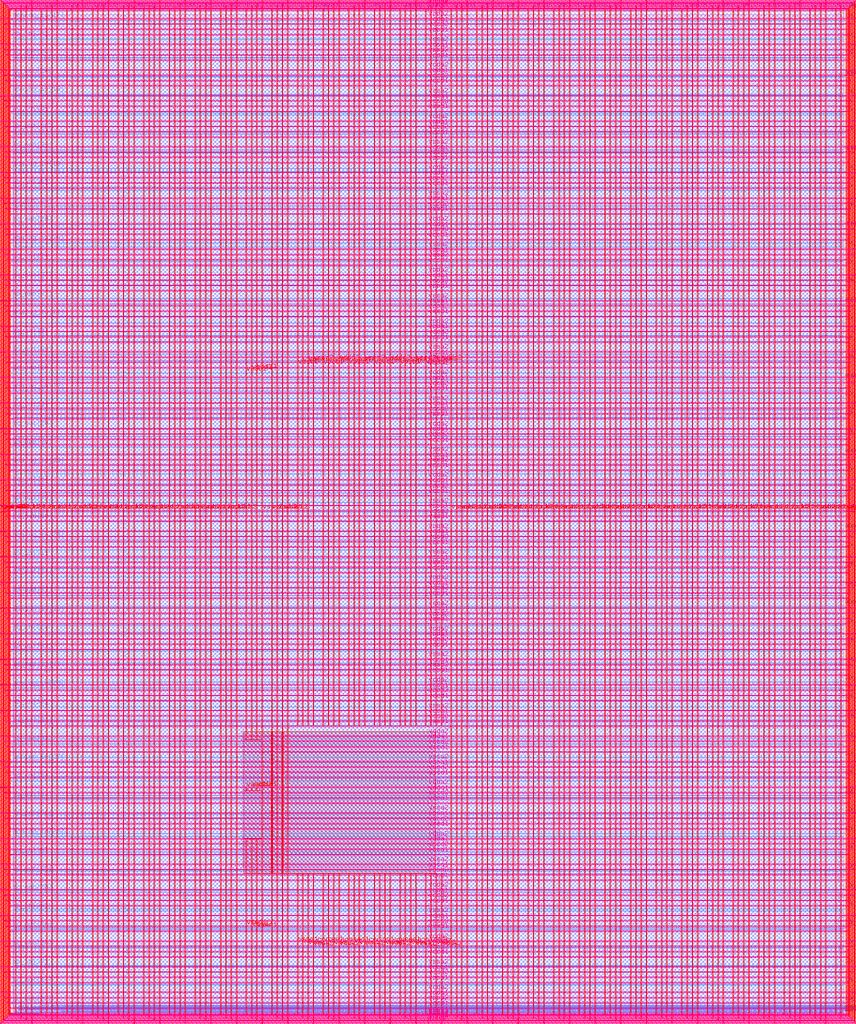
<source format=lef>
VERSION 5.7 ;
  NOWIREEXTENSIONATPIN ON ;
  DIVIDERCHAR "/" ;
  BUSBITCHARS "[]" ;
MACRO user_project_wrapper
  CLASS BLOCK ;
  FOREIGN user_project_wrapper ;
  ORIGIN 0.000 0.000 ;
  SIZE 2920.000 BY 3520.000 ;
  PIN analog_io[0]
    DIRECTION INOUT ;
    USE SIGNAL ;
    PORT
      LAYER met3 ;
        RECT 2917.600 1426.380 2924.800 1427.580 ;
    END
  END analog_io[0]
  PIN analog_io[10]
    DIRECTION INOUT ;
    USE SIGNAL ;
    PORT
      LAYER met2 ;
        RECT 2230.490 3517.600 2231.050 3524.800 ;
    END
  END analog_io[10]
  PIN analog_io[11]
    DIRECTION INOUT ;
    USE SIGNAL ;
    PORT
      LAYER met2 ;
        RECT 1905.730 3517.600 1906.290 3524.800 ;
    END
  END analog_io[11]
  PIN analog_io[12]
    DIRECTION INOUT ;
    USE SIGNAL ;
    PORT
      LAYER met2 ;
        RECT 1581.430 3517.600 1581.990 3524.800 ;
    END
  END analog_io[12]
  PIN analog_io[13]
    DIRECTION INOUT ;
    USE SIGNAL ;
    PORT
      LAYER met2 ;
        RECT 1257.130 3517.600 1257.690 3524.800 ;
    END
  END analog_io[13]
  PIN analog_io[14]
    DIRECTION INOUT ;
    USE SIGNAL ;
    PORT
      LAYER met2 ;
        RECT 932.370 3517.600 932.930 3524.800 ;
    END
  END analog_io[14]
  PIN analog_io[15]
    DIRECTION INOUT ;
    USE SIGNAL ;
    PORT
      LAYER met2 ;
        RECT 608.070 3517.600 608.630 3524.800 ;
    END
  END analog_io[15]
  PIN analog_io[16]
    DIRECTION INOUT ;
    USE SIGNAL ;
    PORT
      LAYER met2 ;
        RECT 283.770 3517.600 284.330 3524.800 ;
    END
  END analog_io[16]
  PIN analog_io[17]
    DIRECTION INOUT ;
    USE SIGNAL ;
    PORT
      LAYER met3 ;
        RECT -4.800 3486.100 2.400 3487.300 ;
    END
  END analog_io[17]
  PIN analog_io[18]
    DIRECTION INOUT ;
    USE SIGNAL ;
    PORT
      LAYER met3 ;
        RECT -4.800 3224.980 2.400 3226.180 ;
    END
  END analog_io[18]
  PIN analog_io[19]
    DIRECTION INOUT ;
    USE SIGNAL ;
    PORT
      LAYER met3 ;
        RECT -4.800 2964.540 2.400 2965.740 ;
    END
  END analog_io[19]
  PIN analog_io[1]
    DIRECTION INOUT ;
    USE SIGNAL ;
    PORT
      LAYER met3 ;
        RECT 2917.600 1692.260 2924.800 1693.460 ;
    END
  END analog_io[1]
  PIN analog_io[20]
    DIRECTION INOUT ;
    USE SIGNAL ;
    PORT
      LAYER met3 ;
        RECT -4.800 2703.420 2.400 2704.620 ;
    END
  END analog_io[20]
  PIN analog_io[21]
    DIRECTION INOUT ;
    USE SIGNAL ;
    PORT
      LAYER met3 ;
        RECT -4.800 2442.980 2.400 2444.180 ;
    END
  END analog_io[21]
  PIN analog_io[22]
    DIRECTION INOUT ;
    USE SIGNAL ;
    PORT
      LAYER met3 ;
        RECT -4.800 2182.540 2.400 2183.740 ;
    END
  END analog_io[22]
  PIN analog_io[23]
    DIRECTION INOUT ;
    USE SIGNAL ;
    PORT
      LAYER met3 ;
        RECT -4.800 1921.420 2.400 1922.620 ;
    END
  END analog_io[23]
  PIN analog_io[24]
    DIRECTION INOUT ;
    USE SIGNAL ;
    PORT
      LAYER met3 ;
        RECT -4.800 1660.980 2.400 1662.180 ;
    END
  END analog_io[24]
  PIN analog_io[25]
    DIRECTION INOUT ;
    USE SIGNAL ;
    PORT
      LAYER met3 ;
        RECT -4.800 1399.860 2.400 1401.060 ;
    END
  END analog_io[25]
  PIN analog_io[26]
    DIRECTION INOUT ;
    USE SIGNAL ;
    PORT
      LAYER met3 ;
        RECT -4.800 1139.420 2.400 1140.620 ;
    END
  END analog_io[26]
  PIN analog_io[27]
    DIRECTION INOUT ;
    USE SIGNAL ;
    PORT
      LAYER met3 ;
        RECT -4.800 878.980 2.400 880.180 ;
    END
  END analog_io[27]
  PIN analog_io[28]
    DIRECTION INOUT ;
    USE SIGNAL ;
    PORT
      LAYER met3 ;
        RECT -4.800 617.860 2.400 619.060 ;
    END
  END analog_io[28]
  PIN analog_io[2]
    DIRECTION INOUT ;
    USE SIGNAL ;
    PORT
      LAYER met3 ;
        RECT 2917.600 1958.140 2924.800 1959.340 ;
    END
  END analog_io[2]
  PIN analog_io[3]
    DIRECTION INOUT ;
    USE SIGNAL ;
    PORT
      LAYER met3 ;
        RECT 2917.600 2223.340 2924.800 2224.540 ;
    END
  END analog_io[3]
  PIN analog_io[4]
    DIRECTION INOUT ;
    USE SIGNAL ;
    PORT
      LAYER met3 ;
        RECT 2917.600 2489.220 2924.800 2490.420 ;
    END
  END analog_io[4]
  PIN analog_io[5]
    DIRECTION INOUT ;
    USE SIGNAL ;
    PORT
      LAYER met3 ;
        RECT 2917.600 2755.100 2924.800 2756.300 ;
    END
  END analog_io[5]
  PIN analog_io[6]
    DIRECTION INOUT ;
    USE SIGNAL ;
    PORT
      LAYER met3 ;
        RECT 2917.600 3020.300 2924.800 3021.500 ;
    END
  END analog_io[6]
  PIN analog_io[7]
    DIRECTION INOUT ;
    USE SIGNAL ;
    PORT
      LAYER met3 ;
        RECT 2917.600 3286.180 2924.800 3287.380 ;
    END
  END analog_io[7]
  PIN analog_io[8]
    DIRECTION INOUT ;
    USE SIGNAL ;
    PORT
      LAYER met2 ;
        RECT 2879.090 3517.600 2879.650 3524.800 ;
    END
  END analog_io[8]
  PIN analog_io[9]
    DIRECTION INOUT ;
    USE SIGNAL ;
    PORT
      LAYER met2 ;
        RECT 2554.790 3517.600 2555.350 3524.800 ;
    END
  END analog_io[9]
  PIN io_in[0]
    DIRECTION INPUT ;
    USE SIGNAL ;
    PORT
      LAYER met3 ;
        RECT 2917.600 32.380 2924.800 33.580 ;
    END
  END io_in[0]
  PIN io_in[10]
    DIRECTION INPUT ;
    USE SIGNAL ;
    PORT
      LAYER met3 ;
        RECT 2917.600 2289.980 2924.800 2291.180 ;
    END
  END io_in[10]
  PIN io_in[11]
    DIRECTION INPUT ;
    USE SIGNAL ;
    PORT
      LAYER met3 ;
        RECT 2917.600 2555.860 2924.800 2557.060 ;
    END
  END io_in[11]
  PIN io_in[12]
    DIRECTION INPUT ;
    USE SIGNAL ;
    PORT
      LAYER met3 ;
        RECT 2917.600 2821.060 2924.800 2822.260 ;
    END
  END io_in[12]
  PIN io_in[13]
    DIRECTION INPUT ;
    USE SIGNAL ;
    PORT
      LAYER met3 ;
        RECT 2917.600 3086.940 2924.800 3088.140 ;
    END
  END io_in[13]
  PIN io_in[14]
    DIRECTION INPUT ;
    USE SIGNAL ;
    PORT
      LAYER met3 ;
        RECT 2917.600 3352.820 2924.800 3354.020 ;
    END
  END io_in[14]
  PIN io_in[15]
    DIRECTION INPUT ;
    USE SIGNAL ;
    PORT
      LAYER met2 ;
        RECT 2798.130 3517.600 2798.690 3524.800 ;
    END
  END io_in[15]
  PIN io_in[16]
    DIRECTION INPUT ;
    USE SIGNAL ;
    PORT
      LAYER met2 ;
        RECT 2473.830 3517.600 2474.390 3524.800 ;
    END
  END io_in[16]
  PIN io_in[17]
    DIRECTION INPUT ;
    USE SIGNAL ;
    PORT
      LAYER met2 ;
        RECT 2149.070 3517.600 2149.630 3524.800 ;
    END
  END io_in[17]
  PIN io_in[18]
    DIRECTION INPUT ;
    USE SIGNAL ;
    PORT
      LAYER met2 ;
        RECT 1824.770 3517.600 1825.330 3524.800 ;
    END
  END io_in[18]
  PIN io_in[19]
    DIRECTION INPUT ;
    USE SIGNAL ;
    PORT
      LAYER met2 ;
        RECT 1500.470 3517.600 1501.030 3524.800 ;
    END
  END io_in[19]
  PIN io_in[1]
    DIRECTION INPUT ;
    USE SIGNAL ;
    PORT
      LAYER met3 ;
        RECT 2917.600 230.940 2924.800 232.140 ;
    END
  END io_in[1]
  PIN io_in[20]
    DIRECTION INPUT ;
    USE SIGNAL ;
    PORT
      LAYER met2 ;
        RECT 1175.710 3517.600 1176.270 3524.800 ;
    END
  END io_in[20]
  PIN io_in[21]
    DIRECTION INPUT ;
    USE SIGNAL ;
    PORT
      LAYER met2 ;
        RECT 851.410 3517.600 851.970 3524.800 ;
    END
  END io_in[21]
  PIN io_in[22]
    DIRECTION INPUT ;
    USE SIGNAL ;
    PORT
      LAYER met2 ;
        RECT 527.110 3517.600 527.670 3524.800 ;
    END
  END io_in[22]
  PIN io_in[23]
    DIRECTION INPUT ;
    USE SIGNAL ;
    PORT
      LAYER met2 ;
        RECT 202.350 3517.600 202.910 3524.800 ;
    END
  END io_in[23]
  PIN io_in[24]
    DIRECTION INPUT ;
    USE SIGNAL ;
    PORT
      LAYER met3 ;
        RECT -4.800 3420.820 2.400 3422.020 ;
    END
  END io_in[24]
  PIN io_in[25]
    DIRECTION INPUT ;
    USE SIGNAL ;
    PORT
      LAYER met3 ;
        RECT -4.800 3159.700 2.400 3160.900 ;
    END
  END io_in[25]
  PIN io_in[26]
    DIRECTION INPUT ;
    USE SIGNAL ;
    PORT
      LAYER met3 ;
        RECT -4.800 2899.260 2.400 2900.460 ;
    END
  END io_in[26]
  PIN io_in[27]
    DIRECTION INPUT ;
    USE SIGNAL ;
    PORT
      LAYER met3 ;
        RECT -4.800 2638.820 2.400 2640.020 ;
    END
  END io_in[27]
  PIN io_in[28]
    DIRECTION INPUT ;
    USE SIGNAL ;
    PORT
      LAYER met3 ;
        RECT -4.800 2377.700 2.400 2378.900 ;
    END
  END io_in[28]
  PIN io_in[29]
    DIRECTION INPUT ;
    USE SIGNAL ;
    PORT
      LAYER met3 ;
        RECT -4.800 2117.260 2.400 2118.460 ;
    END
  END io_in[29]
  PIN io_in[2]
    DIRECTION INPUT ;
    USE SIGNAL ;
    PORT
      LAYER met3 ;
        RECT 2917.600 430.180 2924.800 431.380 ;
    END
  END io_in[2]
  PIN io_in[30]
    DIRECTION INPUT ;
    USE SIGNAL ;
    PORT
      LAYER met3 ;
        RECT -4.800 1856.140 2.400 1857.340 ;
    END
  END io_in[30]
  PIN io_in[31]
    DIRECTION INPUT ;
    USE SIGNAL ;
    PORT
      LAYER met3 ;
        RECT -4.800 1595.700 2.400 1596.900 ;
    END
  END io_in[31]
  PIN io_in[32]
    DIRECTION INPUT ;
    USE SIGNAL ;
    PORT
      LAYER met3 ;
        RECT -4.800 1335.260 2.400 1336.460 ;
    END
  END io_in[32]
  PIN io_in[33]
    DIRECTION INPUT ;
    USE SIGNAL ;
    PORT
      LAYER met3 ;
        RECT -4.800 1074.140 2.400 1075.340 ;
    END
  END io_in[33]
  PIN io_in[34]
    DIRECTION INPUT ;
    USE SIGNAL ;
    PORT
      LAYER met3 ;
        RECT -4.800 813.700 2.400 814.900 ;
    END
  END io_in[34]
  PIN io_in[35]
    DIRECTION INPUT ;
    USE SIGNAL ;
    PORT
      LAYER met3 ;
        RECT -4.800 552.580 2.400 553.780 ;
    END
  END io_in[35]
  PIN io_in[36]
    DIRECTION INPUT ;
    USE SIGNAL ;
    PORT
      LAYER met3 ;
        RECT -4.800 357.420 2.400 358.620 ;
    END
  END io_in[36]
  PIN io_in[37]
    DIRECTION INPUT ;
    USE SIGNAL ;
    PORT
      LAYER met3 ;
        RECT -4.800 161.580 2.400 162.780 ;
    END
  END io_in[37]
  PIN io_in[3]
    DIRECTION INPUT ;
    USE SIGNAL ;
    PORT
      LAYER met3 ;
        RECT 2917.600 629.420 2924.800 630.620 ;
    END
  END io_in[3]
  PIN io_in[4]
    DIRECTION INPUT ;
    USE SIGNAL ;
    PORT
      LAYER met3 ;
        RECT 2917.600 828.660 2924.800 829.860 ;
    END
  END io_in[4]
  PIN io_in[5]
    DIRECTION INPUT ;
    USE SIGNAL ;
    PORT
      LAYER met3 ;
        RECT 2917.600 1027.900 2924.800 1029.100 ;
    END
  END io_in[5]
  PIN io_in[6]
    DIRECTION INPUT ;
    USE SIGNAL ;
    PORT
      LAYER met3 ;
        RECT 2917.600 1227.140 2924.800 1228.340 ;
    END
  END io_in[6]
  PIN io_in[7]
    DIRECTION INPUT ;
    USE SIGNAL ;
    PORT
      LAYER met3 ;
        RECT 2917.600 1493.020 2924.800 1494.220 ;
    END
  END io_in[7]
  PIN io_in[8]
    DIRECTION INPUT ;
    USE SIGNAL ;
    PORT
      LAYER met3 ;
        RECT 2917.600 1758.900 2924.800 1760.100 ;
    END
  END io_in[8]
  PIN io_in[9]
    DIRECTION INPUT ;
    USE SIGNAL ;
    PORT
      LAYER met3 ;
        RECT 2917.600 2024.100 2924.800 2025.300 ;
    END
  END io_in[9]
  PIN io_oeb[0]
    DIRECTION OUTPUT TRISTATE ;
    USE SIGNAL ;
    PORT
      LAYER met3 ;
        RECT 2917.600 164.980 2924.800 166.180 ;
    END
  END io_oeb[0]
  PIN io_oeb[10]
    DIRECTION OUTPUT TRISTATE ;
    USE SIGNAL ;
    PORT
      LAYER met3 ;
        RECT 2917.600 2422.580 2924.800 2423.780 ;
    END
  END io_oeb[10]
  PIN io_oeb[11]
    DIRECTION OUTPUT TRISTATE ;
    USE SIGNAL ;
    PORT
      LAYER met3 ;
        RECT 2917.600 2688.460 2924.800 2689.660 ;
    END
  END io_oeb[11]
  PIN io_oeb[12]
    DIRECTION OUTPUT TRISTATE ;
    USE SIGNAL ;
    PORT
      LAYER met3 ;
        RECT 2917.600 2954.340 2924.800 2955.540 ;
    END
  END io_oeb[12]
  PIN io_oeb[13]
    DIRECTION OUTPUT TRISTATE ;
    USE SIGNAL ;
    PORT
      LAYER met3 ;
        RECT 2917.600 3219.540 2924.800 3220.740 ;
    END
  END io_oeb[13]
  PIN io_oeb[14]
    DIRECTION OUTPUT TRISTATE ;
    USE SIGNAL ;
    PORT
      LAYER met3 ;
        RECT 2917.600 3485.420 2924.800 3486.620 ;
    END
  END io_oeb[14]
  PIN io_oeb[15]
    DIRECTION OUTPUT TRISTATE ;
    USE SIGNAL ;
    PORT
      LAYER met2 ;
        RECT 2635.750 3517.600 2636.310 3524.800 ;
    END
  END io_oeb[15]
  PIN io_oeb[16]
    DIRECTION OUTPUT TRISTATE ;
    USE SIGNAL ;
    PORT
      LAYER met2 ;
        RECT 2311.450 3517.600 2312.010 3524.800 ;
    END
  END io_oeb[16]
  PIN io_oeb[17]
    DIRECTION OUTPUT TRISTATE ;
    USE SIGNAL ;
    PORT
      LAYER met2 ;
        RECT 1987.150 3517.600 1987.710 3524.800 ;
    END
  END io_oeb[17]
  PIN io_oeb[18]
    DIRECTION OUTPUT TRISTATE ;
    USE SIGNAL ;
    PORT
      LAYER met2 ;
        RECT 1662.390 3517.600 1662.950 3524.800 ;
    END
  END io_oeb[18]
  PIN io_oeb[19]
    DIRECTION OUTPUT TRISTATE ;
    USE SIGNAL ;
    PORT
      LAYER met2 ;
        RECT 1338.090 3517.600 1338.650 3524.800 ;
    END
  END io_oeb[19]
  PIN io_oeb[1]
    DIRECTION OUTPUT TRISTATE ;
    USE SIGNAL ;
    PORT
      LAYER met3 ;
        RECT 2917.600 364.220 2924.800 365.420 ;
    END
  END io_oeb[1]
  PIN io_oeb[20]
    DIRECTION OUTPUT TRISTATE ;
    USE SIGNAL ;
    PORT
      LAYER met2 ;
        RECT 1013.790 3517.600 1014.350 3524.800 ;
    END
  END io_oeb[20]
  PIN io_oeb[21]
    DIRECTION OUTPUT TRISTATE ;
    USE SIGNAL ;
    PORT
      LAYER met2 ;
        RECT 689.030 3517.600 689.590 3524.800 ;
    END
  END io_oeb[21]
  PIN io_oeb[22]
    DIRECTION OUTPUT TRISTATE ;
    USE SIGNAL ;
    PORT
      LAYER met2 ;
        RECT 364.730 3517.600 365.290 3524.800 ;
    END
  END io_oeb[22]
  PIN io_oeb[23]
    DIRECTION OUTPUT TRISTATE ;
    USE SIGNAL ;
    PORT
      LAYER met2 ;
        RECT 40.430 3517.600 40.990 3524.800 ;
    END
  END io_oeb[23]
  PIN io_oeb[24]
    DIRECTION OUTPUT TRISTATE ;
    USE SIGNAL ;
    PORT
      LAYER met3 ;
        RECT -4.800 3290.260 2.400 3291.460 ;
    END
  END io_oeb[24]
  PIN io_oeb[25]
    DIRECTION OUTPUT TRISTATE ;
    USE SIGNAL ;
    PORT
      LAYER met3 ;
        RECT -4.800 3029.820 2.400 3031.020 ;
    END
  END io_oeb[25]
  PIN io_oeb[26]
    DIRECTION OUTPUT TRISTATE ;
    USE SIGNAL ;
    PORT
      LAYER met3 ;
        RECT -4.800 2768.700 2.400 2769.900 ;
    END
  END io_oeb[26]
  PIN io_oeb[27]
    DIRECTION OUTPUT TRISTATE ;
    USE SIGNAL ;
    PORT
      LAYER met3 ;
        RECT -4.800 2508.260 2.400 2509.460 ;
    END
  END io_oeb[27]
  PIN io_oeb[28]
    DIRECTION OUTPUT TRISTATE ;
    USE SIGNAL ;
    PORT
      LAYER met3 ;
        RECT -4.800 2247.140 2.400 2248.340 ;
    END
  END io_oeb[28]
  PIN io_oeb[29]
    DIRECTION OUTPUT TRISTATE ;
    USE SIGNAL ;
    PORT
      LAYER met3 ;
        RECT -4.800 1986.700 2.400 1987.900 ;
    END
  END io_oeb[29]
  PIN io_oeb[2]
    DIRECTION OUTPUT TRISTATE ;
    USE SIGNAL ;
    PORT
      LAYER met3 ;
        RECT 2917.600 563.460 2924.800 564.660 ;
    END
  END io_oeb[2]
  PIN io_oeb[30]
    DIRECTION OUTPUT TRISTATE ;
    USE SIGNAL ;
    PORT
      LAYER met3 ;
        RECT -4.800 1726.260 2.400 1727.460 ;
    END
  END io_oeb[30]
  PIN io_oeb[31]
    DIRECTION OUTPUT TRISTATE ;
    USE SIGNAL ;
    PORT
      LAYER met3 ;
        RECT -4.800 1465.140 2.400 1466.340 ;
    END
  END io_oeb[31]
  PIN io_oeb[32]
    DIRECTION OUTPUT TRISTATE ;
    USE SIGNAL ;
    PORT
      LAYER met3 ;
        RECT -4.800 1204.700 2.400 1205.900 ;
    END
  END io_oeb[32]
  PIN io_oeb[33]
    DIRECTION OUTPUT TRISTATE ;
    USE SIGNAL ;
    PORT
      LAYER met3 ;
        RECT -4.800 943.580 2.400 944.780 ;
    END
  END io_oeb[33]
  PIN io_oeb[34]
    DIRECTION OUTPUT TRISTATE ;
    USE SIGNAL ;
    PORT
      LAYER met3 ;
        RECT -4.800 683.140 2.400 684.340 ;
    END
  END io_oeb[34]
  PIN io_oeb[35]
    DIRECTION OUTPUT TRISTATE ;
    USE SIGNAL ;
    PORT
      LAYER met3 ;
        RECT -4.800 422.700 2.400 423.900 ;
    END
  END io_oeb[35]
  PIN io_oeb[36]
    DIRECTION OUTPUT TRISTATE ;
    USE SIGNAL ;
    PORT
      LAYER met3 ;
        RECT -4.800 226.860 2.400 228.060 ;
    END
  END io_oeb[36]
  PIN io_oeb[37]
    DIRECTION OUTPUT TRISTATE ;
    USE SIGNAL ;
    PORT
      LAYER met3 ;
        RECT -4.800 31.700 2.400 32.900 ;
    END
  END io_oeb[37]
  PIN io_oeb[3]
    DIRECTION OUTPUT TRISTATE ;
    USE SIGNAL ;
    PORT
      LAYER met3 ;
        RECT 2917.600 762.700 2924.800 763.900 ;
    END
  END io_oeb[3]
  PIN io_oeb[4]
    DIRECTION OUTPUT TRISTATE ;
    USE SIGNAL ;
    PORT
      LAYER met3 ;
        RECT 2917.600 961.940 2924.800 963.140 ;
    END
  END io_oeb[4]
  PIN io_oeb[5]
    DIRECTION OUTPUT TRISTATE ;
    USE SIGNAL ;
    PORT
      LAYER met3 ;
        RECT 2917.600 1161.180 2924.800 1162.380 ;
    END
  END io_oeb[5]
  PIN io_oeb[6]
    DIRECTION OUTPUT TRISTATE ;
    USE SIGNAL ;
    PORT
      LAYER met3 ;
        RECT 2917.600 1360.420 2924.800 1361.620 ;
    END
  END io_oeb[6]
  PIN io_oeb[7]
    DIRECTION OUTPUT TRISTATE ;
    USE SIGNAL ;
    PORT
      LAYER met3 ;
        RECT 2917.600 1625.620 2924.800 1626.820 ;
    END
  END io_oeb[7]
  PIN io_oeb[8]
    DIRECTION OUTPUT TRISTATE ;
    USE SIGNAL ;
    PORT
      LAYER met3 ;
        RECT 2917.600 1891.500 2924.800 1892.700 ;
    END
  END io_oeb[8]
  PIN io_oeb[9]
    DIRECTION OUTPUT TRISTATE ;
    USE SIGNAL ;
    PORT
      LAYER met3 ;
        RECT 2917.600 2157.380 2924.800 2158.580 ;
    END
  END io_oeb[9]
  PIN io_out[0]
    DIRECTION OUTPUT TRISTATE ;
    USE SIGNAL ;
    PORT
      LAYER met3 ;
        RECT 2917.600 98.340 2924.800 99.540 ;
    END
  END io_out[0]
  PIN io_out[10]
    DIRECTION OUTPUT TRISTATE ;
    USE SIGNAL ;
    PORT
      LAYER met3 ;
        RECT 2917.600 2356.620 2924.800 2357.820 ;
    END
  END io_out[10]
  PIN io_out[11]
    DIRECTION OUTPUT TRISTATE ;
    USE SIGNAL ;
    PORT
      LAYER met3 ;
        RECT 2917.600 2621.820 2924.800 2623.020 ;
    END
  END io_out[11]
  PIN io_out[12]
    DIRECTION OUTPUT TRISTATE ;
    USE SIGNAL ;
    PORT
      LAYER met3 ;
        RECT 2917.600 2887.700 2924.800 2888.900 ;
    END
  END io_out[12]
  PIN io_out[13]
    DIRECTION OUTPUT TRISTATE ;
    USE SIGNAL ;
    PORT
      LAYER met3 ;
        RECT 2917.600 3153.580 2924.800 3154.780 ;
    END
  END io_out[13]
  PIN io_out[14]
    DIRECTION OUTPUT TRISTATE ;
    USE SIGNAL ;
    PORT
      LAYER met3 ;
        RECT 2917.600 3418.780 2924.800 3419.980 ;
    END
  END io_out[14]
  PIN io_out[15]
    DIRECTION OUTPUT TRISTATE ;
    USE SIGNAL ;
    PORT
      LAYER met2 ;
        RECT 2717.170 3517.600 2717.730 3524.800 ;
    END
  END io_out[15]
  PIN io_out[16]
    DIRECTION OUTPUT TRISTATE ;
    USE SIGNAL ;
    PORT
      LAYER met2 ;
        RECT 2392.410 3517.600 2392.970 3524.800 ;
    END
  END io_out[16]
  PIN io_out[17]
    DIRECTION OUTPUT TRISTATE ;
    USE SIGNAL ;
    PORT
      LAYER met2 ;
        RECT 2068.110 3517.600 2068.670 3524.800 ;
    END
  END io_out[17]
  PIN io_out[18]
    DIRECTION OUTPUT TRISTATE ;
    USE SIGNAL ;
    PORT
      LAYER met2 ;
        RECT 1743.810 3517.600 1744.370 3524.800 ;
    END
  END io_out[18]
  PIN io_out[19]
    DIRECTION OUTPUT TRISTATE ;
    USE SIGNAL ;
    PORT
      LAYER met2 ;
        RECT 1419.050 3517.600 1419.610 3524.800 ;
    END
  END io_out[19]
  PIN io_out[1]
    DIRECTION OUTPUT TRISTATE ;
    USE SIGNAL ;
    PORT
      LAYER met3 ;
        RECT 2917.600 297.580 2924.800 298.780 ;
    END
  END io_out[1]
  PIN io_out[20]
    DIRECTION OUTPUT TRISTATE ;
    USE SIGNAL ;
    PORT
      LAYER met2 ;
        RECT 1094.750 3517.600 1095.310 3524.800 ;
    END
  END io_out[20]
  PIN io_out[21]
    DIRECTION OUTPUT TRISTATE ;
    USE SIGNAL ;
    PORT
      LAYER met2 ;
        RECT 770.450 3517.600 771.010 3524.800 ;
    END
  END io_out[21]
  PIN io_out[22]
    DIRECTION OUTPUT TRISTATE ;
    USE SIGNAL ;
    PORT
      LAYER met2 ;
        RECT 445.690 3517.600 446.250 3524.800 ;
    END
  END io_out[22]
  PIN io_out[23]
    DIRECTION OUTPUT TRISTATE ;
    USE SIGNAL ;
    PORT
      LAYER met2 ;
        RECT 121.390 3517.600 121.950 3524.800 ;
    END
  END io_out[23]
  PIN io_out[24]
    DIRECTION OUTPUT TRISTATE ;
    USE SIGNAL ;
    PORT
      LAYER met3 ;
        RECT -4.800 3355.540 2.400 3356.740 ;
    END
  END io_out[24]
  PIN io_out[25]
    DIRECTION OUTPUT TRISTATE ;
    USE SIGNAL ;
    PORT
      LAYER met3 ;
        RECT -4.800 3095.100 2.400 3096.300 ;
    END
  END io_out[25]
  PIN io_out[26]
    DIRECTION OUTPUT TRISTATE ;
    USE SIGNAL ;
    PORT
      LAYER met3 ;
        RECT -4.800 2833.980 2.400 2835.180 ;
    END
  END io_out[26]
  PIN io_out[27]
    DIRECTION OUTPUT TRISTATE ;
    USE SIGNAL ;
    PORT
      LAYER met3 ;
        RECT -4.800 2573.540 2.400 2574.740 ;
    END
  END io_out[27]
  PIN io_out[28]
    DIRECTION OUTPUT TRISTATE ;
    USE SIGNAL ;
    PORT
      LAYER met3 ;
        RECT -4.800 2312.420 2.400 2313.620 ;
    END
  END io_out[28]
  PIN io_out[29]
    DIRECTION OUTPUT TRISTATE ;
    USE SIGNAL ;
    PORT
      LAYER met3 ;
        RECT -4.800 2051.980 2.400 2053.180 ;
    END
  END io_out[29]
  PIN io_out[2]
    DIRECTION OUTPUT TRISTATE ;
    USE SIGNAL ;
    PORT
      LAYER met3 ;
        RECT 2917.600 496.820 2924.800 498.020 ;
    END
  END io_out[2]
  PIN io_out[30]
    DIRECTION OUTPUT TRISTATE ;
    USE SIGNAL ;
    PORT
      LAYER met3 ;
        RECT -4.800 1791.540 2.400 1792.740 ;
    END
  END io_out[30]
  PIN io_out[31]
    DIRECTION OUTPUT TRISTATE ;
    USE SIGNAL ;
    PORT
      LAYER met3 ;
        RECT -4.800 1530.420 2.400 1531.620 ;
    END
  END io_out[31]
  PIN io_out[32]
    DIRECTION OUTPUT TRISTATE ;
    USE SIGNAL ;
    PORT
      LAYER met3 ;
        RECT -4.800 1269.980 2.400 1271.180 ;
    END
  END io_out[32]
  PIN io_out[33]
    DIRECTION OUTPUT TRISTATE ;
    USE SIGNAL ;
    PORT
      LAYER met3 ;
        RECT -4.800 1008.860 2.400 1010.060 ;
    END
  END io_out[33]
  PIN io_out[34]
    DIRECTION OUTPUT TRISTATE ;
    USE SIGNAL ;
    PORT
      LAYER met3 ;
        RECT -4.800 748.420 2.400 749.620 ;
    END
  END io_out[34]
  PIN io_out[35]
    DIRECTION OUTPUT TRISTATE ;
    USE SIGNAL ;
    PORT
      LAYER met3 ;
        RECT -4.800 487.300 2.400 488.500 ;
    END
  END io_out[35]
  PIN io_out[36]
    DIRECTION OUTPUT TRISTATE ;
    USE SIGNAL ;
    PORT
      LAYER met3 ;
        RECT -4.800 292.140 2.400 293.340 ;
    END
  END io_out[36]
  PIN io_out[37]
    DIRECTION OUTPUT TRISTATE ;
    USE SIGNAL ;
    PORT
      LAYER met3 ;
        RECT -4.800 96.300 2.400 97.500 ;
    END
  END io_out[37]
  PIN io_out[3]
    DIRECTION OUTPUT TRISTATE ;
    USE SIGNAL ;
    PORT
      LAYER met3 ;
        RECT 2917.600 696.060 2924.800 697.260 ;
    END
  END io_out[3]
  PIN io_out[4]
    DIRECTION OUTPUT TRISTATE ;
    USE SIGNAL ;
    PORT
      LAYER met3 ;
        RECT 2917.600 895.300 2924.800 896.500 ;
    END
  END io_out[4]
  PIN io_out[5]
    DIRECTION OUTPUT TRISTATE ;
    USE SIGNAL ;
    PORT
      LAYER met3 ;
        RECT 2917.600 1094.540 2924.800 1095.740 ;
    END
  END io_out[5]
  PIN io_out[6]
    DIRECTION OUTPUT TRISTATE ;
    USE SIGNAL ;
    PORT
      LAYER met3 ;
        RECT 2917.600 1293.780 2924.800 1294.980 ;
    END
  END io_out[6]
  PIN io_out[7]
    DIRECTION OUTPUT TRISTATE ;
    USE SIGNAL ;
    PORT
      LAYER met3 ;
        RECT 2917.600 1559.660 2924.800 1560.860 ;
    END
  END io_out[7]
  PIN io_out[8]
    DIRECTION OUTPUT TRISTATE ;
    USE SIGNAL ;
    PORT
      LAYER met3 ;
        RECT 2917.600 1824.860 2924.800 1826.060 ;
    END
  END io_out[8]
  PIN io_out[9]
    DIRECTION OUTPUT TRISTATE ;
    USE SIGNAL ;
    PORT
      LAYER met3 ;
        RECT 2917.600 2090.740 2924.800 2091.940 ;
    END
  END io_out[9]
  PIN la_data_in[0]
    DIRECTION INPUT ;
    USE SIGNAL ;
    PORT
      LAYER met2 ;
        RECT 629.230 -4.800 629.790 2.400 ;
    END
  END la_data_in[0]
  PIN la_data_in[100]
    DIRECTION INPUT ;
    USE SIGNAL ;
    PORT
      LAYER met2 ;
        RECT 2402.530 -4.800 2403.090 2.400 ;
    END
  END la_data_in[100]
  PIN la_data_in[101]
    DIRECTION INPUT ;
    USE SIGNAL ;
    PORT
      LAYER met2 ;
        RECT 2420.010 -4.800 2420.570 2.400 ;
    END
  END la_data_in[101]
  PIN la_data_in[102]
    DIRECTION INPUT ;
    USE SIGNAL ;
    PORT
      LAYER met2 ;
        RECT 2437.950 -4.800 2438.510 2.400 ;
    END
  END la_data_in[102]
  PIN la_data_in[103]
    DIRECTION INPUT ;
    USE SIGNAL ;
    PORT
      LAYER met2 ;
        RECT 2455.430 -4.800 2455.990 2.400 ;
    END
  END la_data_in[103]
  PIN la_data_in[104]
    DIRECTION INPUT ;
    USE SIGNAL ;
    PORT
      LAYER met2 ;
        RECT 2473.370 -4.800 2473.930 2.400 ;
    END
  END la_data_in[104]
  PIN la_data_in[105]
    DIRECTION INPUT ;
    USE SIGNAL ;
    PORT
      LAYER met2 ;
        RECT 2490.850 -4.800 2491.410 2.400 ;
    END
  END la_data_in[105]
  PIN la_data_in[106]
    DIRECTION INPUT ;
    USE SIGNAL ;
    PORT
      LAYER met2 ;
        RECT 2508.790 -4.800 2509.350 2.400 ;
    END
  END la_data_in[106]
  PIN la_data_in[107]
    DIRECTION INPUT ;
    USE SIGNAL ;
    PORT
      LAYER met2 ;
        RECT 2526.730 -4.800 2527.290 2.400 ;
    END
  END la_data_in[107]
  PIN la_data_in[108]
    DIRECTION INPUT ;
    USE SIGNAL ;
    PORT
      LAYER met2 ;
        RECT 2544.210 -4.800 2544.770 2.400 ;
    END
  END la_data_in[108]
  PIN la_data_in[109]
    DIRECTION INPUT ;
    USE SIGNAL ;
    PORT
      LAYER met2 ;
        RECT 2562.150 -4.800 2562.710 2.400 ;
    END
  END la_data_in[109]
  PIN la_data_in[10]
    DIRECTION INPUT ;
    USE SIGNAL ;
    PORT
      LAYER met2 ;
        RECT 806.330 -4.800 806.890 2.400 ;
    END
  END la_data_in[10]
  PIN la_data_in[110]
    DIRECTION INPUT ;
    USE SIGNAL ;
    PORT
      LAYER met2 ;
        RECT 2579.630 -4.800 2580.190 2.400 ;
    END
  END la_data_in[110]
  PIN la_data_in[111]
    DIRECTION INPUT ;
    USE SIGNAL ;
    PORT
      LAYER met2 ;
        RECT 2597.570 -4.800 2598.130 2.400 ;
    END
  END la_data_in[111]
  PIN la_data_in[112]
    DIRECTION INPUT ;
    USE SIGNAL ;
    PORT
      LAYER met2 ;
        RECT 2615.050 -4.800 2615.610 2.400 ;
    END
  END la_data_in[112]
  PIN la_data_in[113]
    DIRECTION INPUT ;
    USE SIGNAL ;
    PORT
      LAYER met2 ;
        RECT 2632.990 -4.800 2633.550 2.400 ;
    END
  END la_data_in[113]
  PIN la_data_in[114]
    DIRECTION INPUT ;
    USE SIGNAL ;
    PORT
      LAYER met2 ;
        RECT 2650.470 -4.800 2651.030 2.400 ;
    END
  END la_data_in[114]
  PIN la_data_in[115]
    DIRECTION INPUT ;
    USE SIGNAL ;
    PORT
      LAYER met2 ;
        RECT 2668.410 -4.800 2668.970 2.400 ;
    END
  END la_data_in[115]
  PIN la_data_in[116]
    DIRECTION INPUT ;
    USE SIGNAL ;
    PORT
      LAYER met2 ;
        RECT 2685.890 -4.800 2686.450 2.400 ;
    END
  END la_data_in[116]
  PIN la_data_in[117]
    DIRECTION INPUT ;
    USE SIGNAL ;
    PORT
      LAYER met2 ;
        RECT 2703.830 -4.800 2704.390 2.400 ;
    END
  END la_data_in[117]
  PIN la_data_in[118]
    DIRECTION INPUT ;
    USE SIGNAL ;
    PORT
      LAYER met2 ;
        RECT 2721.770 -4.800 2722.330 2.400 ;
    END
  END la_data_in[118]
  PIN la_data_in[119]
    DIRECTION INPUT ;
    USE SIGNAL ;
    PORT
      LAYER met2 ;
        RECT 2739.250 -4.800 2739.810 2.400 ;
    END
  END la_data_in[119]
  PIN la_data_in[11]
    DIRECTION INPUT ;
    USE SIGNAL ;
    PORT
      LAYER met2 ;
        RECT 824.270 -4.800 824.830 2.400 ;
    END
  END la_data_in[11]
  PIN la_data_in[120]
    DIRECTION INPUT ;
    USE SIGNAL ;
    PORT
      LAYER met2 ;
        RECT 2757.190 -4.800 2757.750 2.400 ;
    END
  END la_data_in[120]
  PIN la_data_in[121]
    DIRECTION INPUT ;
    USE SIGNAL ;
    PORT
      LAYER met2 ;
        RECT 2774.670 -4.800 2775.230 2.400 ;
    END
  END la_data_in[121]
  PIN la_data_in[122]
    DIRECTION INPUT ;
    USE SIGNAL ;
    PORT
      LAYER met2 ;
        RECT 2792.610 -4.800 2793.170 2.400 ;
    END
  END la_data_in[122]
  PIN la_data_in[123]
    DIRECTION INPUT ;
    USE SIGNAL ;
    PORT
      LAYER met2 ;
        RECT 2810.090 -4.800 2810.650 2.400 ;
    END
  END la_data_in[123]
  PIN la_data_in[124]
    DIRECTION INPUT ;
    USE SIGNAL ;
    PORT
      LAYER met2 ;
        RECT 2828.030 -4.800 2828.590 2.400 ;
    END
  END la_data_in[124]
  PIN la_data_in[125]
    DIRECTION INPUT ;
    USE SIGNAL ;
    PORT
      LAYER met2 ;
        RECT 2845.510 -4.800 2846.070 2.400 ;
    END
  END la_data_in[125]
  PIN la_data_in[126]
    DIRECTION INPUT ;
    USE SIGNAL ;
    PORT
      LAYER met2 ;
        RECT 2863.450 -4.800 2864.010 2.400 ;
    END
  END la_data_in[126]
  PIN la_data_in[127]
    DIRECTION INPUT ;
    USE SIGNAL ;
    PORT
      LAYER met2 ;
        RECT 2881.390 -4.800 2881.950 2.400 ;
    END
  END la_data_in[127]
  PIN la_data_in[12]
    DIRECTION INPUT ;
    USE SIGNAL ;
    PORT
      LAYER met2 ;
        RECT 841.750 -4.800 842.310 2.400 ;
    END
  END la_data_in[12]
  PIN la_data_in[13]
    DIRECTION INPUT ;
    USE SIGNAL ;
    PORT
      LAYER met2 ;
        RECT 859.690 -4.800 860.250 2.400 ;
    END
  END la_data_in[13]
  PIN la_data_in[14]
    DIRECTION INPUT ;
    USE SIGNAL ;
    PORT
      LAYER met2 ;
        RECT 877.170 -4.800 877.730 2.400 ;
    END
  END la_data_in[14]
  PIN la_data_in[15]
    DIRECTION INPUT ;
    USE SIGNAL ;
    PORT
      LAYER met2 ;
        RECT 895.110 -4.800 895.670 2.400 ;
    END
  END la_data_in[15]
  PIN la_data_in[16]
    DIRECTION INPUT ;
    USE SIGNAL ;
    PORT
      LAYER met2 ;
        RECT 912.590 -4.800 913.150 2.400 ;
    END
  END la_data_in[16]
  PIN la_data_in[17]
    DIRECTION INPUT ;
    USE SIGNAL ;
    PORT
      LAYER met2 ;
        RECT 930.530 -4.800 931.090 2.400 ;
    END
  END la_data_in[17]
  PIN la_data_in[18]
    DIRECTION INPUT ;
    USE SIGNAL ;
    PORT
      LAYER met2 ;
        RECT 948.470 -4.800 949.030 2.400 ;
    END
  END la_data_in[18]
  PIN la_data_in[19]
    DIRECTION INPUT ;
    USE SIGNAL ;
    PORT
      LAYER met2 ;
        RECT 965.950 -4.800 966.510 2.400 ;
    END
  END la_data_in[19]
  PIN la_data_in[1]
    DIRECTION INPUT ;
    USE SIGNAL ;
    PORT
      LAYER met2 ;
        RECT 646.710 -4.800 647.270 2.400 ;
    END
  END la_data_in[1]
  PIN la_data_in[20]
    DIRECTION INPUT ;
    USE SIGNAL ;
    PORT
      LAYER met2 ;
        RECT 983.890 -4.800 984.450 2.400 ;
    END
  END la_data_in[20]
  PIN la_data_in[21]
    DIRECTION INPUT ;
    USE SIGNAL ;
    PORT
      LAYER met2 ;
        RECT 1001.370 -4.800 1001.930 2.400 ;
    END
  END la_data_in[21]
  PIN la_data_in[22]
    DIRECTION INPUT ;
    USE SIGNAL ;
    PORT
      LAYER met2 ;
        RECT 1019.310 -4.800 1019.870 2.400 ;
    END
  END la_data_in[22]
  PIN la_data_in[23]
    DIRECTION INPUT ;
    USE SIGNAL ;
    PORT
      LAYER met2 ;
        RECT 1036.790 -4.800 1037.350 2.400 ;
    END
  END la_data_in[23]
  PIN la_data_in[24]
    DIRECTION INPUT ;
    USE SIGNAL ;
    PORT
      LAYER met2 ;
        RECT 1054.730 -4.800 1055.290 2.400 ;
    END
  END la_data_in[24]
  PIN la_data_in[25]
    DIRECTION INPUT ;
    USE SIGNAL ;
    PORT
      LAYER met2 ;
        RECT 1072.210 -4.800 1072.770 2.400 ;
    END
  END la_data_in[25]
  PIN la_data_in[26]
    DIRECTION INPUT ;
    USE SIGNAL ;
    PORT
      LAYER met2 ;
        RECT 1090.150 -4.800 1090.710 2.400 ;
    END
  END la_data_in[26]
  PIN la_data_in[27]
    DIRECTION INPUT ;
    USE SIGNAL ;
    PORT
      LAYER met2 ;
        RECT 1107.630 -4.800 1108.190 2.400 ;
    END
  END la_data_in[27]
  PIN la_data_in[28]
    DIRECTION INPUT ;
    USE SIGNAL ;
    PORT
      LAYER met2 ;
        RECT 1125.570 -4.800 1126.130 2.400 ;
    END
  END la_data_in[28]
  PIN la_data_in[29]
    DIRECTION INPUT ;
    USE SIGNAL ;
    PORT
      LAYER met2 ;
        RECT 1143.510 -4.800 1144.070 2.400 ;
    END
  END la_data_in[29]
  PIN la_data_in[2]
    DIRECTION INPUT ;
    USE SIGNAL ;
    PORT
      LAYER met2 ;
        RECT 664.650 -4.800 665.210 2.400 ;
    END
  END la_data_in[2]
  PIN la_data_in[30]
    DIRECTION INPUT ;
    USE SIGNAL ;
    PORT
      LAYER met2 ;
        RECT 1160.990 -4.800 1161.550 2.400 ;
    END
  END la_data_in[30]
  PIN la_data_in[31]
    DIRECTION INPUT ;
    USE SIGNAL ;
    PORT
      LAYER met2 ;
        RECT 1178.930 -4.800 1179.490 2.400 ;
    END
  END la_data_in[31]
  PIN la_data_in[32]
    DIRECTION INPUT ;
    USE SIGNAL ;
    PORT
      LAYER met2 ;
        RECT 1196.410 -4.800 1196.970 2.400 ;
    END
  END la_data_in[32]
  PIN la_data_in[33]
    DIRECTION INPUT ;
    USE SIGNAL ;
    PORT
      LAYER met2 ;
        RECT 1214.350 -4.800 1214.910 2.400 ;
    END
  END la_data_in[33]
  PIN la_data_in[34]
    DIRECTION INPUT ;
    USE SIGNAL ;
    PORT
      LAYER met2 ;
        RECT 1231.830 -4.800 1232.390 2.400 ;
    END
  END la_data_in[34]
  PIN la_data_in[35]
    DIRECTION INPUT ;
    USE SIGNAL ;
    PORT
      LAYER met2 ;
        RECT 1249.770 -4.800 1250.330 2.400 ;
    END
  END la_data_in[35]
  PIN la_data_in[36]
    DIRECTION INPUT ;
    USE SIGNAL ;
    PORT
      LAYER met2 ;
        RECT 1267.250 -4.800 1267.810 2.400 ;
    END
  END la_data_in[36]
  PIN la_data_in[37]
    DIRECTION INPUT ;
    USE SIGNAL ;
    PORT
      LAYER met2 ;
        RECT 1285.190 -4.800 1285.750 2.400 ;
    END
  END la_data_in[37]
  PIN la_data_in[38]
    DIRECTION INPUT ;
    USE SIGNAL ;
    PORT
      LAYER met2 ;
        RECT 1303.130 -4.800 1303.690 2.400 ;
    END
  END la_data_in[38]
  PIN la_data_in[39]
    DIRECTION INPUT ;
    USE SIGNAL ;
    PORT
      LAYER met2 ;
        RECT 1320.610 -4.800 1321.170 2.400 ;
    END
  END la_data_in[39]
  PIN la_data_in[3]
    DIRECTION INPUT ;
    USE SIGNAL ;
    PORT
      LAYER met2 ;
        RECT 682.130 -4.800 682.690 2.400 ;
    END
  END la_data_in[3]
  PIN la_data_in[40]
    DIRECTION INPUT ;
    USE SIGNAL ;
    PORT
      LAYER met2 ;
        RECT 1338.550 -4.800 1339.110 2.400 ;
    END
  END la_data_in[40]
  PIN la_data_in[41]
    DIRECTION INPUT ;
    USE SIGNAL ;
    PORT
      LAYER met2 ;
        RECT 1356.030 -4.800 1356.590 2.400 ;
    END
  END la_data_in[41]
  PIN la_data_in[42]
    DIRECTION INPUT ;
    USE SIGNAL ;
    PORT
      LAYER met2 ;
        RECT 1373.970 -4.800 1374.530 2.400 ;
    END
  END la_data_in[42]
  PIN la_data_in[43]
    DIRECTION INPUT ;
    USE SIGNAL ;
    PORT
      LAYER met2 ;
        RECT 1391.450 -4.800 1392.010 2.400 ;
    END
  END la_data_in[43]
  PIN la_data_in[44]
    DIRECTION INPUT ;
    USE SIGNAL ;
    PORT
      LAYER met2 ;
        RECT 1409.390 -4.800 1409.950 2.400 ;
    END
  END la_data_in[44]
  PIN la_data_in[45]
    DIRECTION INPUT ;
    USE SIGNAL ;
    PORT
      LAYER met2 ;
        RECT 1426.870 -4.800 1427.430 2.400 ;
    END
  END la_data_in[45]
  PIN la_data_in[46]
    DIRECTION INPUT ;
    USE SIGNAL ;
    PORT
      LAYER met2 ;
        RECT 1444.810 -4.800 1445.370 2.400 ;
    END
  END la_data_in[46]
  PIN la_data_in[47]
    DIRECTION INPUT ;
    USE SIGNAL ;
    PORT
      LAYER met2 ;
        RECT 1462.750 -4.800 1463.310 2.400 ;
    END
  END la_data_in[47]
  PIN la_data_in[48]
    DIRECTION INPUT ;
    USE SIGNAL ;
    PORT
      LAYER met2 ;
        RECT 1480.230 -4.800 1480.790 2.400 ;
    END
  END la_data_in[48]
  PIN la_data_in[49]
    DIRECTION INPUT ;
    USE SIGNAL ;
    PORT
      LAYER met2 ;
        RECT 1498.170 -4.800 1498.730 2.400 ;
    END
  END la_data_in[49]
  PIN la_data_in[4]
    DIRECTION INPUT ;
    USE SIGNAL ;
    PORT
      LAYER met2 ;
        RECT 700.070 -4.800 700.630 2.400 ;
    END
  END la_data_in[4]
  PIN la_data_in[50]
    DIRECTION INPUT ;
    USE SIGNAL ;
    PORT
      LAYER met2 ;
        RECT 1515.650 -4.800 1516.210 2.400 ;
    END
  END la_data_in[50]
  PIN la_data_in[51]
    DIRECTION INPUT ;
    USE SIGNAL ;
    PORT
      LAYER met2 ;
        RECT 1533.590 -4.800 1534.150 2.400 ;
    END
  END la_data_in[51]
  PIN la_data_in[52]
    DIRECTION INPUT ;
    USE SIGNAL ;
    PORT
      LAYER met2 ;
        RECT 1551.070 -4.800 1551.630 2.400 ;
    END
  END la_data_in[52]
  PIN la_data_in[53]
    DIRECTION INPUT ;
    USE SIGNAL ;
    PORT
      LAYER met2 ;
        RECT 1569.010 -4.800 1569.570 2.400 ;
    END
  END la_data_in[53]
  PIN la_data_in[54]
    DIRECTION INPUT ;
    USE SIGNAL ;
    PORT
      LAYER met2 ;
        RECT 1586.490 -4.800 1587.050 2.400 ;
    END
  END la_data_in[54]
  PIN la_data_in[55]
    DIRECTION INPUT ;
    USE SIGNAL ;
    PORT
      LAYER met2 ;
        RECT 1604.430 -4.800 1604.990 2.400 ;
    END
  END la_data_in[55]
  PIN la_data_in[56]
    DIRECTION INPUT ;
    USE SIGNAL ;
    PORT
      LAYER met2 ;
        RECT 1621.910 -4.800 1622.470 2.400 ;
    END
  END la_data_in[56]
  PIN la_data_in[57]
    DIRECTION INPUT ;
    USE SIGNAL ;
    PORT
      LAYER met2 ;
        RECT 1639.850 -4.800 1640.410 2.400 ;
    END
  END la_data_in[57]
  PIN la_data_in[58]
    DIRECTION INPUT ;
    USE SIGNAL ;
    PORT
      LAYER met2 ;
        RECT 1657.790 -4.800 1658.350 2.400 ;
    END
  END la_data_in[58]
  PIN la_data_in[59]
    DIRECTION INPUT ;
    USE SIGNAL ;
    PORT
      LAYER met2 ;
        RECT 1675.270 -4.800 1675.830 2.400 ;
    END
  END la_data_in[59]
  PIN la_data_in[5]
    DIRECTION INPUT ;
    USE SIGNAL ;
    PORT
      LAYER met2 ;
        RECT 717.550 -4.800 718.110 2.400 ;
    END
  END la_data_in[5]
  PIN la_data_in[60]
    DIRECTION INPUT ;
    USE SIGNAL ;
    PORT
      LAYER met2 ;
        RECT 1693.210 -4.800 1693.770 2.400 ;
    END
  END la_data_in[60]
  PIN la_data_in[61]
    DIRECTION INPUT ;
    USE SIGNAL ;
    PORT
      LAYER met2 ;
        RECT 1710.690 -4.800 1711.250 2.400 ;
    END
  END la_data_in[61]
  PIN la_data_in[62]
    DIRECTION INPUT ;
    USE SIGNAL ;
    PORT
      LAYER met2 ;
        RECT 1728.630 -4.800 1729.190 2.400 ;
    END
  END la_data_in[62]
  PIN la_data_in[63]
    DIRECTION INPUT ;
    USE SIGNAL ;
    PORT
      LAYER met2 ;
        RECT 1746.110 -4.800 1746.670 2.400 ;
    END
  END la_data_in[63]
  PIN la_data_in[64]
    DIRECTION INPUT ;
    USE SIGNAL ;
    PORT
      LAYER met2 ;
        RECT 1764.050 -4.800 1764.610 2.400 ;
    END
  END la_data_in[64]
  PIN la_data_in[65]
    DIRECTION INPUT ;
    USE SIGNAL ;
    PORT
      LAYER met2 ;
        RECT 1781.530 -4.800 1782.090 2.400 ;
    END
  END la_data_in[65]
  PIN la_data_in[66]
    DIRECTION INPUT ;
    USE SIGNAL ;
    PORT
      LAYER met2 ;
        RECT 1799.470 -4.800 1800.030 2.400 ;
    END
  END la_data_in[66]
  PIN la_data_in[67]
    DIRECTION INPUT ;
    USE SIGNAL ;
    PORT
      LAYER met2 ;
        RECT 1817.410 -4.800 1817.970 2.400 ;
    END
  END la_data_in[67]
  PIN la_data_in[68]
    DIRECTION INPUT ;
    USE SIGNAL ;
    PORT
      LAYER met2 ;
        RECT 1834.890 -4.800 1835.450 2.400 ;
    END
  END la_data_in[68]
  PIN la_data_in[69]
    DIRECTION INPUT ;
    USE SIGNAL ;
    PORT
      LAYER met2 ;
        RECT 1852.830 -4.800 1853.390 2.400 ;
    END
  END la_data_in[69]
  PIN la_data_in[6]
    DIRECTION INPUT ;
    USE SIGNAL ;
    PORT
      LAYER met2 ;
        RECT 735.490 -4.800 736.050 2.400 ;
    END
  END la_data_in[6]
  PIN la_data_in[70]
    DIRECTION INPUT ;
    USE SIGNAL ;
    PORT
      LAYER met2 ;
        RECT 1870.310 -4.800 1870.870 2.400 ;
    END
  END la_data_in[70]
  PIN la_data_in[71]
    DIRECTION INPUT ;
    USE SIGNAL ;
    PORT
      LAYER met2 ;
        RECT 1888.250 -4.800 1888.810 2.400 ;
    END
  END la_data_in[71]
  PIN la_data_in[72]
    DIRECTION INPUT ;
    USE SIGNAL ;
    PORT
      LAYER met2 ;
        RECT 1905.730 -4.800 1906.290 2.400 ;
    END
  END la_data_in[72]
  PIN la_data_in[73]
    DIRECTION INPUT ;
    USE SIGNAL ;
    PORT
      LAYER met2 ;
        RECT 1923.670 -4.800 1924.230 2.400 ;
    END
  END la_data_in[73]
  PIN la_data_in[74]
    DIRECTION INPUT ;
    USE SIGNAL ;
    PORT
      LAYER met2 ;
        RECT 1941.150 -4.800 1941.710 2.400 ;
    END
  END la_data_in[74]
  PIN la_data_in[75]
    DIRECTION INPUT ;
    USE SIGNAL ;
    PORT
      LAYER met2 ;
        RECT 1959.090 -4.800 1959.650 2.400 ;
    END
  END la_data_in[75]
  PIN la_data_in[76]
    DIRECTION INPUT ;
    USE SIGNAL ;
    PORT
      LAYER met2 ;
        RECT 1976.570 -4.800 1977.130 2.400 ;
    END
  END la_data_in[76]
  PIN la_data_in[77]
    DIRECTION INPUT ;
    USE SIGNAL ;
    PORT
      LAYER met2 ;
        RECT 1994.510 -4.800 1995.070 2.400 ;
    END
  END la_data_in[77]
  PIN la_data_in[78]
    DIRECTION INPUT ;
    USE SIGNAL ;
    PORT
      LAYER met2 ;
        RECT 2012.450 -4.800 2013.010 2.400 ;
    END
  END la_data_in[78]
  PIN la_data_in[79]
    DIRECTION INPUT ;
    USE SIGNAL ;
    PORT
      LAYER met2 ;
        RECT 2029.930 -4.800 2030.490 2.400 ;
    END
  END la_data_in[79]
  PIN la_data_in[7]
    DIRECTION INPUT ;
    USE SIGNAL ;
    PORT
      LAYER met2 ;
        RECT 752.970 -4.800 753.530 2.400 ;
    END
  END la_data_in[7]
  PIN la_data_in[80]
    DIRECTION INPUT ;
    USE SIGNAL ;
    PORT
      LAYER met2 ;
        RECT 2047.870 -4.800 2048.430 2.400 ;
    END
  END la_data_in[80]
  PIN la_data_in[81]
    DIRECTION INPUT ;
    USE SIGNAL ;
    PORT
      LAYER met2 ;
        RECT 2065.350 -4.800 2065.910 2.400 ;
    END
  END la_data_in[81]
  PIN la_data_in[82]
    DIRECTION INPUT ;
    USE SIGNAL ;
    PORT
      LAYER met2 ;
        RECT 2083.290 -4.800 2083.850 2.400 ;
    END
  END la_data_in[82]
  PIN la_data_in[83]
    DIRECTION INPUT ;
    USE SIGNAL ;
    PORT
      LAYER met2 ;
        RECT 2100.770 -4.800 2101.330 2.400 ;
    END
  END la_data_in[83]
  PIN la_data_in[84]
    DIRECTION INPUT ;
    USE SIGNAL ;
    PORT
      LAYER met2 ;
        RECT 2118.710 -4.800 2119.270 2.400 ;
    END
  END la_data_in[84]
  PIN la_data_in[85]
    DIRECTION INPUT ;
    USE SIGNAL ;
    PORT
      LAYER met2 ;
        RECT 2136.190 -4.800 2136.750 2.400 ;
    END
  END la_data_in[85]
  PIN la_data_in[86]
    DIRECTION INPUT ;
    USE SIGNAL ;
    PORT
      LAYER met2 ;
        RECT 2154.130 -4.800 2154.690 2.400 ;
    END
  END la_data_in[86]
  PIN la_data_in[87]
    DIRECTION INPUT ;
    USE SIGNAL ;
    PORT
      LAYER met2 ;
        RECT 2172.070 -4.800 2172.630 2.400 ;
    END
  END la_data_in[87]
  PIN la_data_in[88]
    DIRECTION INPUT ;
    USE SIGNAL ;
    PORT
      LAYER met2 ;
        RECT 2189.550 -4.800 2190.110 2.400 ;
    END
  END la_data_in[88]
  PIN la_data_in[89]
    DIRECTION INPUT ;
    USE SIGNAL ;
    PORT
      LAYER met2 ;
        RECT 2207.490 -4.800 2208.050 2.400 ;
    END
  END la_data_in[89]
  PIN la_data_in[8]
    DIRECTION INPUT ;
    USE SIGNAL ;
    PORT
      LAYER met2 ;
        RECT 770.910 -4.800 771.470 2.400 ;
    END
  END la_data_in[8]
  PIN la_data_in[90]
    DIRECTION INPUT ;
    USE SIGNAL ;
    PORT
      LAYER met2 ;
        RECT 2224.970 -4.800 2225.530 2.400 ;
    END
  END la_data_in[90]
  PIN la_data_in[91]
    DIRECTION INPUT ;
    USE SIGNAL ;
    PORT
      LAYER met2 ;
        RECT 2242.910 -4.800 2243.470 2.400 ;
    END
  END la_data_in[91]
  PIN la_data_in[92]
    DIRECTION INPUT ;
    USE SIGNAL ;
    PORT
      LAYER met2 ;
        RECT 2260.390 -4.800 2260.950 2.400 ;
    END
  END la_data_in[92]
  PIN la_data_in[93]
    DIRECTION INPUT ;
    USE SIGNAL ;
    PORT
      LAYER met2 ;
        RECT 2278.330 -4.800 2278.890 2.400 ;
    END
  END la_data_in[93]
  PIN la_data_in[94]
    DIRECTION INPUT ;
    USE SIGNAL ;
    PORT
      LAYER met2 ;
        RECT 2295.810 -4.800 2296.370 2.400 ;
    END
  END la_data_in[94]
  PIN la_data_in[95]
    DIRECTION INPUT ;
    USE SIGNAL ;
    PORT
      LAYER met2 ;
        RECT 2313.750 -4.800 2314.310 2.400 ;
    END
  END la_data_in[95]
  PIN la_data_in[96]
    DIRECTION INPUT ;
    USE SIGNAL ;
    PORT
      LAYER met2 ;
        RECT 2331.230 -4.800 2331.790 2.400 ;
    END
  END la_data_in[96]
  PIN la_data_in[97]
    DIRECTION INPUT ;
    USE SIGNAL ;
    PORT
      LAYER met2 ;
        RECT 2349.170 -4.800 2349.730 2.400 ;
    END
  END la_data_in[97]
  PIN la_data_in[98]
    DIRECTION INPUT ;
    USE SIGNAL ;
    PORT
      LAYER met2 ;
        RECT 2367.110 -4.800 2367.670 2.400 ;
    END
  END la_data_in[98]
  PIN la_data_in[99]
    DIRECTION INPUT ;
    USE SIGNAL ;
    PORT
      LAYER met2 ;
        RECT 2384.590 -4.800 2385.150 2.400 ;
    END
  END la_data_in[99]
  PIN la_data_in[9]
    DIRECTION INPUT ;
    USE SIGNAL ;
    PORT
      LAYER met2 ;
        RECT 788.850 -4.800 789.410 2.400 ;
    END
  END la_data_in[9]
  PIN la_data_out[0]
    DIRECTION OUTPUT TRISTATE ;
    USE SIGNAL ;
    PORT
      LAYER met2 ;
        RECT 634.750 -4.800 635.310 2.400 ;
    END
  END la_data_out[0]
  PIN la_data_out[100]
    DIRECTION OUTPUT TRISTATE ;
    USE SIGNAL ;
    PORT
      LAYER met2 ;
        RECT 2408.510 -4.800 2409.070 2.400 ;
    END
  END la_data_out[100]
  PIN la_data_out[101]
    DIRECTION OUTPUT TRISTATE ;
    USE SIGNAL ;
    PORT
      LAYER met2 ;
        RECT 2425.990 -4.800 2426.550 2.400 ;
    END
  END la_data_out[101]
  PIN la_data_out[102]
    DIRECTION OUTPUT TRISTATE ;
    USE SIGNAL ;
    PORT
      LAYER met2 ;
        RECT 2443.930 -4.800 2444.490 2.400 ;
    END
  END la_data_out[102]
  PIN la_data_out[103]
    DIRECTION OUTPUT TRISTATE ;
    USE SIGNAL ;
    PORT
      LAYER met2 ;
        RECT 2461.410 -4.800 2461.970 2.400 ;
    END
  END la_data_out[103]
  PIN la_data_out[104]
    DIRECTION OUTPUT TRISTATE ;
    USE SIGNAL ;
    PORT
      LAYER met2 ;
        RECT 2479.350 -4.800 2479.910 2.400 ;
    END
  END la_data_out[104]
  PIN la_data_out[105]
    DIRECTION OUTPUT TRISTATE ;
    USE SIGNAL ;
    PORT
      LAYER met2 ;
        RECT 2496.830 -4.800 2497.390 2.400 ;
    END
  END la_data_out[105]
  PIN la_data_out[106]
    DIRECTION OUTPUT TRISTATE ;
    USE SIGNAL ;
    PORT
      LAYER met2 ;
        RECT 2514.770 -4.800 2515.330 2.400 ;
    END
  END la_data_out[106]
  PIN la_data_out[107]
    DIRECTION OUTPUT TRISTATE ;
    USE SIGNAL ;
    PORT
      LAYER met2 ;
        RECT 2532.250 -4.800 2532.810 2.400 ;
    END
  END la_data_out[107]
  PIN la_data_out[108]
    DIRECTION OUTPUT TRISTATE ;
    USE SIGNAL ;
    PORT
      LAYER met2 ;
        RECT 2550.190 -4.800 2550.750 2.400 ;
    END
  END la_data_out[108]
  PIN la_data_out[109]
    DIRECTION OUTPUT TRISTATE ;
    USE SIGNAL ;
    PORT
      LAYER met2 ;
        RECT 2567.670 -4.800 2568.230 2.400 ;
    END
  END la_data_out[109]
  PIN la_data_out[10]
    DIRECTION OUTPUT TRISTATE ;
    USE SIGNAL ;
    PORT
      LAYER met2 ;
        RECT 812.310 -4.800 812.870 2.400 ;
    END
  END la_data_out[10]
  PIN la_data_out[110]
    DIRECTION OUTPUT TRISTATE ;
    USE SIGNAL ;
    PORT
      LAYER met2 ;
        RECT 2585.610 -4.800 2586.170 2.400 ;
    END
  END la_data_out[110]
  PIN la_data_out[111]
    DIRECTION OUTPUT TRISTATE ;
    USE SIGNAL ;
    PORT
      LAYER met2 ;
        RECT 2603.550 -4.800 2604.110 2.400 ;
    END
  END la_data_out[111]
  PIN la_data_out[112]
    DIRECTION OUTPUT TRISTATE ;
    USE SIGNAL ;
    PORT
      LAYER met2 ;
        RECT 2621.030 -4.800 2621.590 2.400 ;
    END
  END la_data_out[112]
  PIN la_data_out[113]
    DIRECTION OUTPUT TRISTATE ;
    USE SIGNAL ;
    PORT
      LAYER met2 ;
        RECT 2638.970 -4.800 2639.530 2.400 ;
    END
  END la_data_out[113]
  PIN la_data_out[114]
    DIRECTION OUTPUT TRISTATE ;
    USE SIGNAL ;
    PORT
      LAYER met2 ;
        RECT 2656.450 -4.800 2657.010 2.400 ;
    END
  END la_data_out[114]
  PIN la_data_out[115]
    DIRECTION OUTPUT TRISTATE ;
    USE SIGNAL ;
    PORT
      LAYER met2 ;
        RECT 2674.390 -4.800 2674.950 2.400 ;
    END
  END la_data_out[115]
  PIN la_data_out[116]
    DIRECTION OUTPUT TRISTATE ;
    USE SIGNAL ;
    PORT
      LAYER met2 ;
        RECT 2691.870 -4.800 2692.430 2.400 ;
    END
  END la_data_out[116]
  PIN la_data_out[117]
    DIRECTION OUTPUT TRISTATE ;
    USE SIGNAL ;
    PORT
      LAYER met2 ;
        RECT 2709.810 -4.800 2710.370 2.400 ;
    END
  END la_data_out[117]
  PIN la_data_out[118]
    DIRECTION OUTPUT TRISTATE ;
    USE SIGNAL ;
    PORT
      LAYER met2 ;
        RECT 2727.290 -4.800 2727.850 2.400 ;
    END
  END la_data_out[118]
  PIN la_data_out[119]
    DIRECTION OUTPUT TRISTATE ;
    USE SIGNAL ;
    PORT
      LAYER met2 ;
        RECT 2745.230 -4.800 2745.790 2.400 ;
    END
  END la_data_out[119]
  PIN la_data_out[11]
    DIRECTION OUTPUT TRISTATE ;
    USE SIGNAL ;
    PORT
      LAYER met2 ;
        RECT 830.250 -4.800 830.810 2.400 ;
    END
  END la_data_out[11]
  PIN la_data_out[120]
    DIRECTION OUTPUT TRISTATE ;
    USE SIGNAL ;
    PORT
      LAYER met2 ;
        RECT 2763.170 -4.800 2763.730 2.400 ;
    END
  END la_data_out[120]
  PIN la_data_out[121]
    DIRECTION OUTPUT TRISTATE ;
    USE SIGNAL ;
    PORT
      LAYER met2 ;
        RECT 2780.650 -4.800 2781.210 2.400 ;
    END
  END la_data_out[121]
  PIN la_data_out[122]
    DIRECTION OUTPUT TRISTATE ;
    USE SIGNAL ;
    PORT
      LAYER met2 ;
        RECT 2798.590 -4.800 2799.150 2.400 ;
    END
  END la_data_out[122]
  PIN la_data_out[123]
    DIRECTION OUTPUT TRISTATE ;
    USE SIGNAL ;
    PORT
      LAYER met2 ;
        RECT 2816.070 -4.800 2816.630 2.400 ;
    END
  END la_data_out[123]
  PIN la_data_out[124]
    DIRECTION OUTPUT TRISTATE ;
    USE SIGNAL ;
    PORT
      LAYER met2 ;
        RECT 2834.010 -4.800 2834.570 2.400 ;
    END
  END la_data_out[124]
  PIN la_data_out[125]
    DIRECTION OUTPUT TRISTATE ;
    USE SIGNAL ;
    PORT
      LAYER met2 ;
        RECT 2851.490 -4.800 2852.050 2.400 ;
    END
  END la_data_out[125]
  PIN la_data_out[126]
    DIRECTION OUTPUT TRISTATE ;
    USE SIGNAL ;
    PORT
      LAYER met2 ;
        RECT 2869.430 -4.800 2869.990 2.400 ;
    END
  END la_data_out[126]
  PIN la_data_out[127]
    DIRECTION OUTPUT TRISTATE ;
    USE SIGNAL ;
    PORT
      LAYER met2 ;
        RECT 2886.910 -4.800 2887.470 2.400 ;
    END
  END la_data_out[127]
  PIN la_data_out[12]
    DIRECTION OUTPUT TRISTATE ;
    USE SIGNAL ;
    PORT
      LAYER met2 ;
        RECT 847.730 -4.800 848.290 2.400 ;
    END
  END la_data_out[12]
  PIN la_data_out[13]
    DIRECTION OUTPUT TRISTATE ;
    USE SIGNAL ;
    PORT
      LAYER met2 ;
        RECT 865.670 -4.800 866.230 2.400 ;
    END
  END la_data_out[13]
  PIN la_data_out[14]
    DIRECTION OUTPUT TRISTATE ;
    USE SIGNAL ;
    PORT
      LAYER met2 ;
        RECT 883.150 -4.800 883.710 2.400 ;
    END
  END la_data_out[14]
  PIN la_data_out[15]
    DIRECTION OUTPUT TRISTATE ;
    USE SIGNAL ;
    PORT
      LAYER met2 ;
        RECT 901.090 -4.800 901.650 2.400 ;
    END
  END la_data_out[15]
  PIN la_data_out[16]
    DIRECTION OUTPUT TRISTATE ;
    USE SIGNAL ;
    PORT
      LAYER met2 ;
        RECT 918.570 -4.800 919.130 2.400 ;
    END
  END la_data_out[16]
  PIN la_data_out[17]
    DIRECTION OUTPUT TRISTATE ;
    USE SIGNAL ;
    PORT
      LAYER met2 ;
        RECT 936.510 -4.800 937.070 2.400 ;
    END
  END la_data_out[17]
  PIN la_data_out[18]
    DIRECTION OUTPUT TRISTATE ;
    USE SIGNAL ;
    PORT
      LAYER met2 ;
        RECT 953.990 -4.800 954.550 2.400 ;
    END
  END la_data_out[18]
  PIN la_data_out[19]
    DIRECTION OUTPUT TRISTATE ;
    USE SIGNAL ;
    PORT
      LAYER met2 ;
        RECT 971.930 -4.800 972.490 2.400 ;
    END
  END la_data_out[19]
  PIN la_data_out[1]
    DIRECTION OUTPUT TRISTATE ;
    USE SIGNAL ;
    PORT
      LAYER met2 ;
        RECT 652.690 -4.800 653.250 2.400 ;
    END
  END la_data_out[1]
  PIN la_data_out[20]
    DIRECTION OUTPUT TRISTATE ;
    USE SIGNAL ;
    PORT
      LAYER met2 ;
        RECT 989.410 -4.800 989.970 2.400 ;
    END
  END la_data_out[20]
  PIN la_data_out[21]
    DIRECTION OUTPUT TRISTATE ;
    USE SIGNAL ;
    PORT
      LAYER met2 ;
        RECT 1007.350 -4.800 1007.910 2.400 ;
    END
  END la_data_out[21]
  PIN la_data_out[22]
    DIRECTION OUTPUT TRISTATE ;
    USE SIGNAL ;
    PORT
      LAYER met2 ;
        RECT 1025.290 -4.800 1025.850 2.400 ;
    END
  END la_data_out[22]
  PIN la_data_out[23]
    DIRECTION OUTPUT TRISTATE ;
    USE SIGNAL ;
    PORT
      LAYER met2 ;
        RECT 1042.770 -4.800 1043.330 2.400 ;
    END
  END la_data_out[23]
  PIN la_data_out[24]
    DIRECTION OUTPUT TRISTATE ;
    USE SIGNAL ;
    PORT
      LAYER met2 ;
        RECT 1060.710 -4.800 1061.270 2.400 ;
    END
  END la_data_out[24]
  PIN la_data_out[25]
    DIRECTION OUTPUT TRISTATE ;
    USE SIGNAL ;
    PORT
      LAYER met2 ;
        RECT 1078.190 -4.800 1078.750 2.400 ;
    END
  END la_data_out[25]
  PIN la_data_out[26]
    DIRECTION OUTPUT TRISTATE ;
    USE SIGNAL ;
    PORT
      LAYER met2 ;
        RECT 1096.130 -4.800 1096.690 2.400 ;
    END
  END la_data_out[26]
  PIN la_data_out[27]
    DIRECTION OUTPUT TRISTATE ;
    USE SIGNAL ;
    PORT
      LAYER met2 ;
        RECT 1113.610 -4.800 1114.170 2.400 ;
    END
  END la_data_out[27]
  PIN la_data_out[28]
    DIRECTION OUTPUT TRISTATE ;
    USE SIGNAL ;
    PORT
      LAYER met2 ;
        RECT 1131.550 -4.800 1132.110 2.400 ;
    END
  END la_data_out[28]
  PIN la_data_out[29]
    DIRECTION OUTPUT TRISTATE ;
    USE SIGNAL ;
    PORT
      LAYER met2 ;
        RECT 1149.030 -4.800 1149.590 2.400 ;
    END
  END la_data_out[29]
  PIN la_data_out[2]
    DIRECTION OUTPUT TRISTATE ;
    USE SIGNAL ;
    PORT
      LAYER met2 ;
        RECT 670.630 -4.800 671.190 2.400 ;
    END
  END la_data_out[2]
  PIN la_data_out[30]
    DIRECTION OUTPUT TRISTATE ;
    USE SIGNAL ;
    PORT
      LAYER met2 ;
        RECT 1166.970 -4.800 1167.530 2.400 ;
    END
  END la_data_out[30]
  PIN la_data_out[31]
    DIRECTION OUTPUT TRISTATE ;
    USE SIGNAL ;
    PORT
      LAYER met2 ;
        RECT 1184.910 -4.800 1185.470 2.400 ;
    END
  END la_data_out[31]
  PIN la_data_out[32]
    DIRECTION OUTPUT TRISTATE ;
    USE SIGNAL ;
    PORT
      LAYER met2 ;
        RECT 1202.390 -4.800 1202.950 2.400 ;
    END
  END la_data_out[32]
  PIN la_data_out[33]
    DIRECTION OUTPUT TRISTATE ;
    USE SIGNAL ;
    PORT
      LAYER met2 ;
        RECT 1220.330 -4.800 1220.890 2.400 ;
    END
  END la_data_out[33]
  PIN la_data_out[34]
    DIRECTION OUTPUT TRISTATE ;
    USE SIGNAL ;
    PORT
      LAYER met2 ;
        RECT 1237.810 -4.800 1238.370 2.400 ;
    END
  END la_data_out[34]
  PIN la_data_out[35]
    DIRECTION OUTPUT TRISTATE ;
    USE SIGNAL ;
    PORT
      LAYER met2 ;
        RECT 1255.750 -4.800 1256.310 2.400 ;
    END
  END la_data_out[35]
  PIN la_data_out[36]
    DIRECTION OUTPUT TRISTATE ;
    USE SIGNAL ;
    PORT
      LAYER met2 ;
        RECT 1273.230 -4.800 1273.790 2.400 ;
    END
  END la_data_out[36]
  PIN la_data_out[37]
    DIRECTION OUTPUT TRISTATE ;
    USE SIGNAL ;
    PORT
      LAYER met2 ;
        RECT 1291.170 -4.800 1291.730 2.400 ;
    END
  END la_data_out[37]
  PIN la_data_out[38]
    DIRECTION OUTPUT TRISTATE ;
    USE SIGNAL ;
    PORT
      LAYER met2 ;
        RECT 1308.650 -4.800 1309.210 2.400 ;
    END
  END la_data_out[38]
  PIN la_data_out[39]
    DIRECTION OUTPUT TRISTATE ;
    USE SIGNAL ;
    PORT
      LAYER met2 ;
        RECT 1326.590 -4.800 1327.150 2.400 ;
    END
  END la_data_out[39]
  PIN la_data_out[3]
    DIRECTION OUTPUT TRISTATE ;
    USE SIGNAL ;
    PORT
      LAYER met2 ;
        RECT 688.110 -4.800 688.670 2.400 ;
    END
  END la_data_out[3]
  PIN la_data_out[40]
    DIRECTION OUTPUT TRISTATE ;
    USE SIGNAL ;
    PORT
      LAYER met2 ;
        RECT 1344.070 -4.800 1344.630 2.400 ;
    END
  END la_data_out[40]
  PIN la_data_out[41]
    DIRECTION OUTPUT TRISTATE ;
    USE SIGNAL ;
    PORT
      LAYER met2 ;
        RECT 1362.010 -4.800 1362.570 2.400 ;
    END
  END la_data_out[41]
  PIN la_data_out[42]
    DIRECTION OUTPUT TRISTATE ;
    USE SIGNAL ;
    PORT
      LAYER met2 ;
        RECT 1379.950 -4.800 1380.510 2.400 ;
    END
  END la_data_out[42]
  PIN la_data_out[43]
    DIRECTION OUTPUT TRISTATE ;
    USE SIGNAL ;
    PORT
      LAYER met2 ;
        RECT 1397.430 -4.800 1397.990 2.400 ;
    END
  END la_data_out[43]
  PIN la_data_out[44]
    DIRECTION OUTPUT TRISTATE ;
    USE SIGNAL ;
    PORT
      LAYER met2 ;
        RECT 1415.370 -4.800 1415.930 2.400 ;
    END
  END la_data_out[44]
  PIN la_data_out[45]
    DIRECTION OUTPUT TRISTATE ;
    USE SIGNAL ;
    PORT
      LAYER met2 ;
        RECT 1432.850 -4.800 1433.410 2.400 ;
    END
  END la_data_out[45]
  PIN la_data_out[46]
    DIRECTION OUTPUT TRISTATE ;
    USE SIGNAL ;
    PORT
      LAYER met2 ;
        RECT 1450.790 -4.800 1451.350 2.400 ;
    END
  END la_data_out[46]
  PIN la_data_out[47]
    DIRECTION OUTPUT TRISTATE ;
    USE SIGNAL ;
    PORT
      LAYER met2 ;
        RECT 1468.270 -4.800 1468.830 2.400 ;
    END
  END la_data_out[47]
  PIN la_data_out[48]
    DIRECTION OUTPUT TRISTATE ;
    USE SIGNAL ;
    PORT
      LAYER met2 ;
        RECT 1486.210 -4.800 1486.770 2.400 ;
    END
  END la_data_out[48]
  PIN la_data_out[49]
    DIRECTION OUTPUT TRISTATE ;
    USE SIGNAL ;
    PORT
      LAYER met2 ;
        RECT 1503.690 -4.800 1504.250 2.400 ;
    END
  END la_data_out[49]
  PIN la_data_out[4]
    DIRECTION OUTPUT TRISTATE ;
    USE SIGNAL ;
    PORT
      LAYER met2 ;
        RECT 706.050 -4.800 706.610 2.400 ;
    END
  END la_data_out[4]
  PIN la_data_out[50]
    DIRECTION OUTPUT TRISTATE ;
    USE SIGNAL ;
    PORT
      LAYER met2 ;
        RECT 1521.630 -4.800 1522.190 2.400 ;
    END
  END la_data_out[50]
  PIN la_data_out[51]
    DIRECTION OUTPUT TRISTATE ;
    USE SIGNAL ;
    PORT
      LAYER met2 ;
        RECT 1539.570 -4.800 1540.130 2.400 ;
    END
  END la_data_out[51]
  PIN la_data_out[52]
    DIRECTION OUTPUT TRISTATE ;
    USE SIGNAL ;
    PORT
      LAYER met2 ;
        RECT 1557.050 -4.800 1557.610 2.400 ;
    END
  END la_data_out[52]
  PIN la_data_out[53]
    DIRECTION OUTPUT TRISTATE ;
    USE SIGNAL ;
    PORT
      LAYER met2 ;
        RECT 1574.990 -4.800 1575.550 2.400 ;
    END
  END la_data_out[53]
  PIN la_data_out[54]
    DIRECTION OUTPUT TRISTATE ;
    USE SIGNAL ;
    PORT
      LAYER met2 ;
        RECT 1592.470 -4.800 1593.030 2.400 ;
    END
  END la_data_out[54]
  PIN la_data_out[55]
    DIRECTION OUTPUT TRISTATE ;
    USE SIGNAL ;
    PORT
      LAYER met2 ;
        RECT 1610.410 -4.800 1610.970 2.400 ;
    END
  END la_data_out[55]
  PIN la_data_out[56]
    DIRECTION OUTPUT TRISTATE ;
    USE SIGNAL ;
    PORT
      LAYER met2 ;
        RECT 1627.890 -4.800 1628.450 2.400 ;
    END
  END la_data_out[56]
  PIN la_data_out[57]
    DIRECTION OUTPUT TRISTATE ;
    USE SIGNAL ;
    PORT
      LAYER met2 ;
        RECT 1645.830 -4.800 1646.390 2.400 ;
    END
  END la_data_out[57]
  PIN la_data_out[58]
    DIRECTION OUTPUT TRISTATE ;
    USE SIGNAL ;
    PORT
      LAYER met2 ;
        RECT 1663.310 -4.800 1663.870 2.400 ;
    END
  END la_data_out[58]
  PIN la_data_out[59]
    DIRECTION OUTPUT TRISTATE ;
    USE SIGNAL ;
    PORT
      LAYER met2 ;
        RECT 1681.250 -4.800 1681.810 2.400 ;
    END
  END la_data_out[59]
  PIN la_data_out[5]
    DIRECTION OUTPUT TRISTATE ;
    USE SIGNAL ;
    PORT
      LAYER met2 ;
        RECT 723.530 -4.800 724.090 2.400 ;
    END
  END la_data_out[5]
  PIN la_data_out[60]
    DIRECTION OUTPUT TRISTATE ;
    USE SIGNAL ;
    PORT
      LAYER met2 ;
        RECT 1699.190 -4.800 1699.750 2.400 ;
    END
  END la_data_out[60]
  PIN la_data_out[61]
    DIRECTION OUTPUT TRISTATE ;
    USE SIGNAL ;
    PORT
      LAYER met2 ;
        RECT 1716.670 -4.800 1717.230 2.400 ;
    END
  END la_data_out[61]
  PIN la_data_out[62]
    DIRECTION OUTPUT TRISTATE ;
    USE SIGNAL ;
    PORT
      LAYER met2 ;
        RECT 1734.610 -4.800 1735.170 2.400 ;
    END
  END la_data_out[62]
  PIN la_data_out[63]
    DIRECTION OUTPUT TRISTATE ;
    USE SIGNAL ;
    PORT
      LAYER met2 ;
        RECT 1752.090 -4.800 1752.650 2.400 ;
    END
  END la_data_out[63]
  PIN la_data_out[64]
    DIRECTION OUTPUT TRISTATE ;
    USE SIGNAL ;
    PORT
      LAYER met2 ;
        RECT 1770.030 -4.800 1770.590 2.400 ;
    END
  END la_data_out[64]
  PIN la_data_out[65]
    DIRECTION OUTPUT TRISTATE ;
    USE SIGNAL ;
    PORT
      LAYER met2 ;
        RECT 1787.510 -4.800 1788.070 2.400 ;
    END
  END la_data_out[65]
  PIN la_data_out[66]
    DIRECTION OUTPUT TRISTATE ;
    USE SIGNAL ;
    PORT
      LAYER met2 ;
        RECT 1805.450 -4.800 1806.010 2.400 ;
    END
  END la_data_out[66]
  PIN la_data_out[67]
    DIRECTION OUTPUT TRISTATE ;
    USE SIGNAL ;
    PORT
      LAYER met2 ;
        RECT 1822.930 -4.800 1823.490 2.400 ;
    END
  END la_data_out[67]
  PIN la_data_out[68]
    DIRECTION OUTPUT TRISTATE ;
    USE SIGNAL ;
    PORT
      LAYER met2 ;
        RECT 1840.870 -4.800 1841.430 2.400 ;
    END
  END la_data_out[68]
  PIN la_data_out[69]
    DIRECTION OUTPUT TRISTATE ;
    USE SIGNAL ;
    PORT
      LAYER met2 ;
        RECT 1858.350 -4.800 1858.910 2.400 ;
    END
  END la_data_out[69]
  PIN la_data_out[6]
    DIRECTION OUTPUT TRISTATE ;
    USE SIGNAL ;
    PORT
      LAYER met2 ;
        RECT 741.470 -4.800 742.030 2.400 ;
    END
  END la_data_out[6]
  PIN la_data_out[70]
    DIRECTION OUTPUT TRISTATE ;
    USE SIGNAL ;
    PORT
      LAYER met2 ;
        RECT 1876.290 -4.800 1876.850 2.400 ;
    END
  END la_data_out[70]
  PIN la_data_out[71]
    DIRECTION OUTPUT TRISTATE ;
    USE SIGNAL ;
    PORT
      LAYER met2 ;
        RECT 1894.230 -4.800 1894.790 2.400 ;
    END
  END la_data_out[71]
  PIN la_data_out[72]
    DIRECTION OUTPUT TRISTATE ;
    USE SIGNAL ;
    PORT
      LAYER met2 ;
        RECT 1911.710 -4.800 1912.270 2.400 ;
    END
  END la_data_out[72]
  PIN la_data_out[73]
    DIRECTION OUTPUT TRISTATE ;
    USE SIGNAL ;
    PORT
      LAYER met2 ;
        RECT 1929.650 -4.800 1930.210 2.400 ;
    END
  END la_data_out[73]
  PIN la_data_out[74]
    DIRECTION OUTPUT TRISTATE ;
    USE SIGNAL ;
    PORT
      LAYER met2 ;
        RECT 1947.130 -4.800 1947.690 2.400 ;
    END
  END la_data_out[74]
  PIN la_data_out[75]
    DIRECTION OUTPUT TRISTATE ;
    USE SIGNAL ;
    PORT
      LAYER met2 ;
        RECT 1965.070 -4.800 1965.630 2.400 ;
    END
  END la_data_out[75]
  PIN la_data_out[76]
    DIRECTION OUTPUT TRISTATE ;
    USE SIGNAL ;
    PORT
      LAYER met2 ;
        RECT 1982.550 -4.800 1983.110 2.400 ;
    END
  END la_data_out[76]
  PIN la_data_out[77]
    DIRECTION OUTPUT TRISTATE ;
    USE SIGNAL ;
    PORT
      LAYER met2 ;
        RECT 2000.490 -4.800 2001.050 2.400 ;
    END
  END la_data_out[77]
  PIN la_data_out[78]
    DIRECTION OUTPUT TRISTATE ;
    USE SIGNAL ;
    PORT
      LAYER met2 ;
        RECT 2017.970 -4.800 2018.530 2.400 ;
    END
  END la_data_out[78]
  PIN la_data_out[79]
    DIRECTION OUTPUT TRISTATE ;
    USE SIGNAL ;
    PORT
      LAYER met2 ;
        RECT 2035.910 -4.800 2036.470 2.400 ;
    END
  END la_data_out[79]
  PIN la_data_out[7]
    DIRECTION OUTPUT TRISTATE ;
    USE SIGNAL ;
    PORT
      LAYER met2 ;
        RECT 758.950 -4.800 759.510 2.400 ;
    END
  END la_data_out[7]
  PIN la_data_out[80]
    DIRECTION OUTPUT TRISTATE ;
    USE SIGNAL ;
    PORT
      LAYER met2 ;
        RECT 2053.850 -4.800 2054.410 2.400 ;
    END
  END la_data_out[80]
  PIN la_data_out[81]
    DIRECTION OUTPUT TRISTATE ;
    USE SIGNAL ;
    PORT
      LAYER met2 ;
        RECT 2071.330 -4.800 2071.890 2.400 ;
    END
  END la_data_out[81]
  PIN la_data_out[82]
    DIRECTION OUTPUT TRISTATE ;
    USE SIGNAL ;
    PORT
      LAYER met2 ;
        RECT 2089.270 -4.800 2089.830 2.400 ;
    END
  END la_data_out[82]
  PIN la_data_out[83]
    DIRECTION OUTPUT TRISTATE ;
    USE SIGNAL ;
    PORT
      LAYER met2 ;
        RECT 2106.750 -4.800 2107.310 2.400 ;
    END
  END la_data_out[83]
  PIN la_data_out[84]
    DIRECTION OUTPUT TRISTATE ;
    USE SIGNAL ;
    PORT
      LAYER met2 ;
        RECT 2124.690 -4.800 2125.250 2.400 ;
    END
  END la_data_out[84]
  PIN la_data_out[85]
    DIRECTION OUTPUT TRISTATE ;
    USE SIGNAL ;
    PORT
      LAYER met2 ;
        RECT 2142.170 -4.800 2142.730 2.400 ;
    END
  END la_data_out[85]
  PIN la_data_out[86]
    DIRECTION OUTPUT TRISTATE ;
    USE SIGNAL ;
    PORT
      LAYER met2 ;
        RECT 2160.110 -4.800 2160.670 2.400 ;
    END
  END la_data_out[86]
  PIN la_data_out[87]
    DIRECTION OUTPUT TRISTATE ;
    USE SIGNAL ;
    PORT
      LAYER met2 ;
        RECT 2177.590 -4.800 2178.150 2.400 ;
    END
  END la_data_out[87]
  PIN la_data_out[88]
    DIRECTION OUTPUT TRISTATE ;
    USE SIGNAL ;
    PORT
      LAYER met2 ;
        RECT 2195.530 -4.800 2196.090 2.400 ;
    END
  END la_data_out[88]
  PIN la_data_out[89]
    DIRECTION OUTPUT TRISTATE ;
    USE SIGNAL ;
    PORT
      LAYER met2 ;
        RECT 2213.010 -4.800 2213.570 2.400 ;
    END
  END la_data_out[89]
  PIN la_data_out[8]
    DIRECTION OUTPUT TRISTATE ;
    USE SIGNAL ;
    PORT
      LAYER met2 ;
        RECT 776.890 -4.800 777.450 2.400 ;
    END
  END la_data_out[8]
  PIN la_data_out[90]
    DIRECTION OUTPUT TRISTATE ;
    USE SIGNAL ;
    PORT
      LAYER met2 ;
        RECT 2230.950 -4.800 2231.510 2.400 ;
    END
  END la_data_out[90]
  PIN la_data_out[91]
    DIRECTION OUTPUT TRISTATE ;
    USE SIGNAL ;
    PORT
      LAYER met2 ;
        RECT 2248.890 -4.800 2249.450 2.400 ;
    END
  END la_data_out[91]
  PIN la_data_out[92]
    DIRECTION OUTPUT TRISTATE ;
    USE SIGNAL ;
    PORT
      LAYER met2 ;
        RECT 2266.370 -4.800 2266.930 2.400 ;
    END
  END la_data_out[92]
  PIN la_data_out[93]
    DIRECTION OUTPUT TRISTATE ;
    USE SIGNAL ;
    PORT
      LAYER met2 ;
        RECT 2284.310 -4.800 2284.870 2.400 ;
    END
  END la_data_out[93]
  PIN la_data_out[94]
    DIRECTION OUTPUT TRISTATE ;
    USE SIGNAL ;
    PORT
      LAYER met2 ;
        RECT 2301.790 -4.800 2302.350 2.400 ;
    END
  END la_data_out[94]
  PIN la_data_out[95]
    DIRECTION OUTPUT TRISTATE ;
    USE SIGNAL ;
    PORT
      LAYER met2 ;
        RECT 2319.730 -4.800 2320.290 2.400 ;
    END
  END la_data_out[95]
  PIN la_data_out[96]
    DIRECTION OUTPUT TRISTATE ;
    USE SIGNAL ;
    PORT
      LAYER met2 ;
        RECT 2337.210 -4.800 2337.770 2.400 ;
    END
  END la_data_out[96]
  PIN la_data_out[97]
    DIRECTION OUTPUT TRISTATE ;
    USE SIGNAL ;
    PORT
      LAYER met2 ;
        RECT 2355.150 -4.800 2355.710 2.400 ;
    END
  END la_data_out[97]
  PIN la_data_out[98]
    DIRECTION OUTPUT TRISTATE ;
    USE SIGNAL ;
    PORT
      LAYER met2 ;
        RECT 2372.630 -4.800 2373.190 2.400 ;
    END
  END la_data_out[98]
  PIN la_data_out[99]
    DIRECTION OUTPUT TRISTATE ;
    USE SIGNAL ;
    PORT
      LAYER met2 ;
        RECT 2390.570 -4.800 2391.130 2.400 ;
    END
  END la_data_out[99]
  PIN la_data_out[9]
    DIRECTION OUTPUT TRISTATE ;
    USE SIGNAL ;
    PORT
      LAYER met2 ;
        RECT 794.370 -4.800 794.930 2.400 ;
    END
  END la_data_out[9]
  PIN la_oenb[0]
    DIRECTION INPUT ;
    USE SIGNAL ;
    PORT
      LAYER met2 ;
        RECT 640.730 -4.800 641.290 2.400 ;
    END
  END la_oenb[0]
  PIN la_oenb[100]
    DIRECTION INPUT ;
    USE SIGNAL ;
    PORT
      LAYER met2 ;
        RECT 2414.030 -4.800 2414.590 2.400 ;
    END
  END la_oenb[100]
  PIN la_oenb[101]
    DIRECTION INPUT ;
    USE SIGNAL ;
    PORT
      LAYER met2 ;
        RECT 2431.970 -4.800 2432.530 2.400 ;
    END
  END la_oenb[101]
  PIN la_oenb[102]
    DIRECTION INPUT ;
    USE SIGNAL ;
    PORT
      LAYER met2 ;
        RECT 2449.450 -4.800 2450.010 2.400 ;
    END
  END la_oenb[102]
  PIN la_oenb[103]
    DIRECTION INPUT ;
    USE SIGNAL ;
    PORT
      LAYER met2 ;
        RECT 2467.390 -4.800 2467.950 2.400 ;
    END
  END la_oenb[103]
  PIN la_oenb[104]
    DIRECTION INPUT ;
    USE SIGNAL ;
    PORT
      LAYER met2 ;
        RECT 2485.330 -4.800 2485.890 2.400 ;
    END
  END la_oenb[104]
  PIN la_oenb[105]
    DIRECTION INPUT ;
    USE SIGNAL ;
    PORT
      LAYER met2 ;
        RECT 2502.810 -4.800 2503.370 2.400 ;
    END
  END la_oenb[105]
  PIN la_oenb[106]
    DIRECTION INPUT ;
    USE SIGNAL ;
    PORT
      LAYER met2 ;
        RECT 2520.750 -4.800 2521.310 2.400 ;
    END
  END la_oenb[106]
  PIN la_oenb[107]
    DIRECTION INPUT ;
    USE SIGNAL ;
    PORT
      LAYER met2 ;
        RECT 2538.230 -4.800 2538.790 2.400 ;
    END
  END la_oenb[107]
  PIN la_oenb[108]
    DIRECTION INPUT ;
    USE SIGNAL ;
    PORT
      LAYER met2 ;
        RECT 2556.170 -4.800 2556.730 2.400 ;
    END
  END la_oenb[108]
  PIN la_oenb[109]
    DIRECTION INPUT ;
    USE SIGNAL ;
    PORT
      LAYER met2 ;
        RECT 2573.650 -4.800 2574.210 2.400 ;
    END
  END la_oenb[109]
  PIN la_oenb[10]
    DIRECTION INPUT ;
    USE SIGNAL ;
    PORT
      LAYER met2 ;
        RECT 818.290 -4.800 818.850 2.400 ;
    END
  END la_oenb[10]
  PIN la_oenb[110]
    DIRECTION INPUT ;
    USE SIGNAL ;
    PORT
      LAYER met2 ;
        RECT 2591.590 -4.800 2592.150 2.400 ;
    END
  END la_oenb[110]
  PIN la_oenb[111]
    DIRECTION INPUT ;
    USE SIGNAL ;
    PORT
      LAYER met2 ;
        RECT 2609.070 -4.800 2609.630 2.400 ;
    END
  END la_oenb[111]
  PIN la_oenb[112]
    DIRECTION INPUT ;
    USE SIGNAL ;
    PORT
      LAYER met2 ;
        RECT 2627.010 -4.800 2627.570 2.400 ;
    END
  END la_oenb[112]
  PIN la_oenb[113]
    DIRECTION INPUT ;
    USE SIGNAL ;
    PORT
      LAYER met2 ;
        RECT 2644.950 -4.800 2645.510 2.400 ;
    END
  END la_oenb[113]
  PIN la_oenb[114]
    DIRECTION INPUT ;
    USE SIGNAL ;
    PORT
      LAYER met2 ;
        RECT 2662.430 -4.800 2662.990 2.400 ;
    END
  END la_oenb[114]
  PIN la_oenb[115]
    DIRECTION INPUT ;
    USE SIGNAL ;
    PORT
      LAYER met2 ;
        RECT 2680.370 -4.800 2680.930 2.400 ;
    END
  END la_oenb[115]
  PIN la_oenb[116]
    DIRECTION INPUT ;
    USE SIGNAL ;
    PORT
      LAYER met2 ;
        RECT 2697.850 -4.800 2698.410 2.400 ;
    END
  END la_oenb[116]
  PIN la_oenb[117]
    DIRECTION INPUT ;
    USE SIGNAL ;
    PORT
      LAYER met2 ;
        RECT 2715.790 -4.800 2716.350 2.400 ;
    END
  END la_oenb[117]
  PIN la_oenb[118]
    DIRECTION INPUT ;
    USE SIGNAL ;
    PORT
      LAYER met2 ;
        RECT 2733.270 -4.800 2733.830 2.400 ;
    END
  END la_oenb[118]
  PIN la_oenb[119]
    DIRECTION INPUT ;
    USE SIGNAL ;
    PORT
      LAYER met2 ;
        RECT 2751.210 -4.800 2751.770 2.400 ;
    END
  END la_oenb[119]
  PIN la_oenb[11]
    DIRECTION INPUT ;
    USE SIGNAL ;
    PORT
      LAYER met2 ;
        RECT 835.770 -4.800 836.330 2.400 ;
    END
  END la_oenb[11]
  PIN la_oenb[120]
    DIRECTION INPUT ;
    USE SIGNAL ;
    PORT
      LAYER met2 ;
        RECT 2768.690 -4.800 2769.250 2.400 ;
    END
  END la_oenb[120]
  PIN la_oenb[121]
    DIRECTION INPUT ;
    USE SIGNAL ;
    PORT
      LAYER met2 ;
        RECT 2786.630 -4.800 2787.190 2.400 ;
    END
  END la_oenb[121]
  PIN la_oenb[122]
    DIRECTION INPUT ;
    USE SIGNAL ;
    PORT
      LAYER met2 ;
        RECT 2804.110 -4.800 2804.670 2.400 ;
    END
  END la_oenb[122]
  PIN la_oenb[123]
    DIRECTION INPUT ;
    USE SIGNAL ;
    PORT
      LAYER met2 ;
        RECT 2822.050 -4.800 2822.610 2.400 ;
    END
  END la_oenb[123]
  PIN la_oenb[124]
    DIRECTION INPUT ;
    USE SIGNAL ;
    PORT
      LAYER met2 ;
        RECT 2839.990 -4.800 2840.550 2.400 ;
    END
  END la_oenb[124]
  PIN la_oenb[125]
    DIRECTION INPUT ;
    USE SIGNAL ;
    PORT
      LAYER met2 ;
        RECT 2857.470 -4.800 2858.030 2.400 ;
    END
  END la_oenb[125]
  PIN la_oenb[126]
    DIRECTION INPUT ;
    USE SIGNAL ;
    PORT
      LAYER met2 ;
        RECT 2875.410 -4.800 2875.970 2.400 ;
    END
  END la_oenb[126]
  PIN la_oenb[127]
    DIRECTION INPUT ;
    USE SIGNAL ;
    PORT
      LAYER met2 ;
        RECT 2892.890 -4.800 2893.450 2.400 ;
    END
  END la_oenb[127]
  PIN la_oenb[12]
    DIRECTION INPUT ;
    USE SIGNAL ;
    PORT
      LAYER met2 ;
        RECT 853.710 -4.800 854.270 2.400 ;
    END
  END la_oenb[12]
  PIN la_oenb[13]
    DIRECTION INPUT ;
    USE SIGNAL ;
    PORT
      LAYER met2 ;
        RECT 871.190 -4.800 871.750 2.400 ;
    END
  END la_oenb[13]
  PIN la_oenb[14]
    DIRECTION INPUT ;
    USE SIGNAL ;
    PORT
      LAYER met2 ;
        RECT 889.130 -4.800 889.690 2.400 ;
    END
  END la_oenb[14]
  PIN la_oenb[15]
    DIRECTION INPUT ;
    USE SIGNAL ;
    PORT
      LAYER met2 ;
        RECT 907.070 -4.800 907.630 2.400 ;
    END
  END la_oenb[15]
  PIN la_oenb[16]
    DIRECTION INPUT ;
    USE SIGNAL ;
    PORT
      LAYER met2 ;
        RECT 924.550 -4.800 925.110 2.400 ;
    END
  END la_oenb[16]
  PIN la_oenb[17]
    DIRECTION INPUT ;
    USE SIGNAL ;
    PORT
      LAYER met2 ;
        RECT 942.490 -4.800 943.050 2.400 ;
    END
  END la_oenb[17]
  PIN la_oenb[18]
    DIRECTION INPUT ;
    USE SIGNAL ;
    PORT
      LAYER met2 ;
        RECT 959.970 -4.800 960.530 2.400 ;
    END
  END la_oenb[18]
  PIN la_oenb[19]
    DIRECTION INPUT ;
    USE SIGNAL ;
    PORT
      LAYER met2 ;
        RECT 977.910 -4.800 978.470 2.400 ;
    END
  END la_oenb[19]
  PIN la_oenb[1]
    DIRECTION INPUT ;
    USE SIGNAL ;
    PORT
      LAYER met2 ;
        RECT 658.670 -4.800 659.230 2.400 ;
    END
  END la_oenb[1]
  PIN la_oenb[20]
    DIRECTION INPUT ;
    USE SIGNAL ;
    PORT
      LAYER met2 ;
        RECT 995.390 -4.800 995.950 2.400 ;
    END
  END la_oenb[20]
  PIN la_oenb[21]
    DIRECTION INPUT ;
    USE SIGNAL ;
    PORT
      LAYER met2 ;
        RECT 1013.330 -4.800 1013.890 2.400 ;
    END
  END la_oenb[21]
  PIN la_oenb[22]
    DIRECTION INPUT ;
    USE SIGNAL ;
    PORT
      LAYER met2 ;
        RECT 1030.810 -4.800 1031.370 2.400 ;
    END
  END la_oenb[22]
  PIN la_oenb[23]
    DIRECTION INPUT ;
    USE SIGNAL ;
    PORT
      LAYER met2 ;
        RECT 1048.750 -4.800 1049.310 2.400 ;
    END
  END la_oenb[23]
  PIN la_oenb[24]
    DIRECTION INPUT ;
    USE SIGNAL ;
    PORT
      LAYER met2 ;
        RECT 1066.690 -4.800 1067.250 2.400 ;
    END
  END la_oenb[24]
  PIN la_oenb[25]
    DIRECTION INPUT ;
    USE SIGNAL ;
    PORT
      LAYER met2 ;
        RECT 1084.170 -4.800 1084.730 2.400 ;
    END
  END la_oenb[25]
  PIN la_oenb[26]
    DIRECTION INPUT ;
    USE SIGNAL ;
    PORT
      LAYER met2 ;
        RECT 1102.110 -4.800 1102.670 2.400 ;
    END
  END la_oenb[26]
  PIN la_oenb[27]
    DIRECTION INPUT ;
    USE SIGNAL ;
    PORT
      LAYER met2 ;
        RECT 1119.590 -4.800 1120.150 2.400 ;
    END
  END la_oenb[27]
  PIN la_oenb[28]
    DIRECTION INPUT ;
    USE SIGNAL ;
    PORT
      LAYER met2 ;
        RECT 1137.530 -4.800 1138.090 2.400 ;
    END
  END la_oenb[28]
  PIN la_oenb[29]
    DIRECTION INPUT ;
    USE SIGNAL ;
    PORT
      LAYER met2 ;
        RECT 1155.010 -4.800 1155.570 2.400 ;
    END
  END la_oenb[29]
  PIN la_oenb[2]
    DIRECTION INPUT ;
    USE SIGNAL ;
    PORT
      LAYER met2 ;
        RECT 676.150 -4.800 676.710 2.400 ;
    END
  END la_oenb[2]
  PIN la_oenb[30]
    DIRECTION INPUT ;
    USE SIGNAL ;
    PORT
      LAYER met2 ;
        RECT 1172.950 -4.800 1173.510 2.400 ;
    END
  END la_oenb[30]
  PIN la_oenb[31]
    DIRECTION INPUT ;
    USE SIGNAL ;
    PORT
      LAYER met2 ;
        RECT 1190.430 -4.800 1190.990 2.400 ;
    END
  END la_oenb[31]
  PIN la_oenb[32]
    DIRECTION INPUT ;
    USE SIGNAL ;
    PORT
      LAYER met2 ;
        RECT 1208.370 -4.800 1208.930 2.400 ;
    END
  END la_oenb[32]
  PIN la_oenb[33]
    DIRECTION INPUT ;
    USE SIGNAL ;
    PORT
      LAYER met2 ;
        RECT 1225.850 -4.800 1226.410 2.400 ;
    END
  END la_oenb[33]
  PIN la_oenb[34]
    DIRECTION INPUT ;
    USE SIGNAL ;
    PORT
      LAYER met2 ;
        RECT 1243.790 -4.800 1244.350 2.400 ;
    END
  END la_oenb[34]
  PIN la_oenb[35]
    DIRECTION INPUT ;
    USE SIGNAL ;
    PORT
      LAYER met2 ;
        RECT 1261.730 -4.800 1262.290 2.400 ;
    END
  END la_oenb[35]
  PIN la_oenb[36]
    DIRECTION INPUT ;
    USE SIGNAL ;
    PORT
      LAYER met2 ;
        RECT 1279.210 -4.800 1279.770 2.400 ;
    END
  END la_oenb[36]
  PIN la_oenb[37]
    DIRECTION INPUT ;
    USE SIGNAL ;
    PORT
      LAYER met2 ;
        RECT 1297.150 -4.800 1297.710 2.400 ;
    END
  END la_oenb[37]
  PIN la_oenb[38]
    DIRECTION INPUT ;
    USE SIGNAL ;
    PORT
      LAYER met2 ;
        RECT 1314.630 -4.800 1315.190 2.400 ;
    END
  END la_oenb[38]
  PIN la_oenb[39]
    DIRECTION INPUT ;
    USE SIGNAL ;
    PORT
      LAYER met2 ;
        RECT 1332.570 -4.800 1333.130 2.400 ;
    END
  END la_oenb[39]
  PIN la_oenb[3]
    DIRECTION INPUT ;
    USE SIGNAL ;
    PORT
      LAYER met2 ;
        RECT 694.090 -4.800 694.650 2.400 ;
    END
  END la_oenb[3]
  PIN la_oenb[40]
    DIRECTION INPUT ;
    USE SIGNAL ;
    PORT
      LAYER met2 ;
        RECT 1350.050 -4.800 1350.610 2.400 ;
    END
  END la_oenb[40]
  PIN la_oenb[41]
    DIRECTION INPUT ;
    USE SIGNAL ;
    PORT
      LAYER met2 ;
        RECT 1367.990 -4.800 1368.550 2.400 ;
    END
  END la_oenb[41]
  PIN la_oenb[42]
    DIRECTION INPUT ;
    USE SIGNAL ;
    PORT
      LAYER met2 ;
        RECT 1385.470 -4.800 1386.030 2.400 ;
    END
  END la_oenb[42]
  PIN la_oenb[43]
    DIRECTION INPUT ;
    USE SIGNAL ;
    PORT
      LAYER met2 ;
        RECT 1403.410 -4.800 1403.970 2.400 ;
    END
  END la_oenb[43]
  PIN la_oenb[44]
    DIRECTION INPUT ;
    USE SIGNAL ;
    PORT
      LAYER met2 ;
        RECT 1421.350 -4.800 1421.910 2.400 ;
    END
  END la_oenb[44]
  PIN la_oenb[45]
    DIRECTION INPUT ;
    USE SIGNAL ;
    PORT
      LAYER met2 ;
        RECT 1438.830 -4.800 1439.390 2.400 ;
    END
  END la_oenb[45]
  PIN la_oenb[46]
    DIRECTION INPUT ;
    USE SIGNAL ;
    PORT
      LAYER met2 ;
        RECT 1456.770 -4.800 1457.330 2.400 ;
    END
  END la_oenb[46]
  PIN la_oenb[47]
    DIRECTION INPUT ;
    USE SIGNAL ;
    PORT
      LAYER met2 ;
        RECT 1474.250 -4.800 1474.810 2.400 ;
    END
  END la_oenb[47]
  PIN la_oenb[48]
    DIRECTION INPUT ;
    USE SIGNAL ;
    PORT
      LAYER met2 ;
        RECT 1492.190 -4.800 1492.750 2.400 ;
    END
  END la_oenb[48]
  PIN la_oenb[49]
    DIRECTION INPUT ;
    USE SIGNAL ;
    PORT
      LAYER met2 ;
        RECT 1509.670 -4.800 1510.230 2.400 ;
    END
  END la_oenb[49]
  PIN la_oenb[4]
    DIRECTION INPUT ;
    USE SIGNAL ;
    PORT
      LAYER met2 ;
        RECT 712.030 -4.800 712.590 2.400 ;
    END
  END la_oenb[4]
  PIN la_oenb[50]
    DIRECTION INPUT ;
    USE SIGNAL ;
    PORT
      LAYER met2 ;
        RECT 1527.610 -4.800 1528.170 2.400 ;
    END
  END la_oenb[50]
  PIN la_oenb[51]
    DIRECTION INPUT ;
    USE SIGNAL ;
    PORT
      LAYER met2 ;
        RECT 1545.090 -4.800 1545.650 2.400 ;
    END
  END la_oenb[51]
  PIN la_oenb[52]
    DIRECTION INPUT ;
    USE SIGNAL ;
    PORT
      LAYER met2 ;
        RECT 1563.030 -4.800 1563.590 2.400 ;
    END
  END la_oenb[52]
  PIN la_oenb[53]
    DIRECTION INPUT ;
    USE SIGNAL ;
    PORT
      LAYER met2 ;
        RECT 1580.970 -4.800 1581.530 2.400 ;
    END
  END la_oenb[53]
  PIN la_oenb[54]
    DIRECTION INPUT ;
    USE SIGNAL ;
    PORT
      LAYER met2 ;
        RECT 1598.450 -4.800 1599.010 2.400 ;
    END
  END la_oenb[54]
  PIN la_oenb[55]
    DIRECTION INPUT ;
    USE SIGNAL ;
    PORT
      LAYER met2 ;
        RECT 1616.390 -4.800 1616.950 2.400 ;
    END
  END la_oenb[55]
  PIN la_oenb[56]
    DIRECTION INPUT ;
    USE SIGNAL ;
    PORT
      LAYER met2 ;
        RECT 1633.870 -4.800 1634.430 2.400 ;
    END
  END la_oenb[56]
  PIN la_oenb[57]
    DIRECTION INPUT ;
    USE SIGNAL ;
    PORT
      LAYER met2 ;
        RECT 1651.810 -4.800 1652.370 2.400 ;
    END
  END la_oenb[57]
  PIN la_oenb[58]
    DIRECTION INPUT ;
    USE SIGNAL ;
    PORT
      LAYER met2 ;
        RECT 1669.290 -4.800 1669.850 2.400 ;
    END
  END la_oenb[58]
  PIN la_oenb[59]
    DIRECTION INPUT ;
    USE SIGNAL ;
    PORT
      LAYER met2 ;
        RECT 1687.230 -4.800 1687.790 2.400 ;
    END
  END la_oenb[59]
  PIN la_oenb[5]
    DIRECTION INPUT ;
    USE SIGNAL ;
    PORT
      LAYER met2 ;
        RECT 729.510 -4.800 730.070 2.400 ;
    END
  END la_oenb[5]
  PIN la_oenb[60]
    DIRECTION INPUT ;
    USE SIGNAL ;
    PORT
      LAYER met2 ;
        RECT 1704.710 -4.800 1705.270 2.400 ;
    END
  END la_oenb[60]
  PIN la_oenb[61]
    DIRECTION INPUT ;
    USE SIGNAL ;
    PORT
      LAYER met2 ;
        RECT 1722.650 -4.800 1723.210 2.400 ;
    END
  END la_oenb[61]
  PIN la_oenb[62]
    DIRECTION INPUT ;
    USE SIGNAL ;
    PORT
      LAYER met2 ;
        RECT 1740.130 -4.800 1740.690 2.400 ;
    END
  END la_oenb[62]
  PIN la_oenb[63]
    DIRECTION INPUT ;
    USE SIGNAL ;
    PORT
      LAYER met2 ;
        RECT 1758.070 -4.800 1758.630 2.400 ;
    END
  END la_oenb[63]
  PIN la_oenb[64]
    DIRECTION INPUT ;
    USE SIGNAL ;
    PORT
      LAYER met2 ;
        RECT 1776.010 -4.800 1776.570 2.400 ;
    END
  END la_oenb[64]
  PIN la_oenb[65]
    DIRECTION INPUT ;
    USE SIGNAL ;
    PORT
      LAYER met2 ;
        RECT 1793.490 -4.800 1794.050 2.400 ;
    END
  END la_oenb[65]
  PIN la_oenb[66]
    DIRECTION INPUT ;
    USE SIGNAL ;
    PORT
      LAYER met2 ;
        RECT 1811.430 -4.800 1811.990 2.400 ;
    END
  END la_oenb[66]
  PIN la_oenb[67]
    DIRECTION INPUT ;
    USE SIGNAL ;
    PORT
      LAYER met2 ;
        RECT 1828.910 -4.800 1829.470 2.400 ;
    END
  END la_oenb[67]
  PIN la_oenb[68]
    DIRECTION INPUT ;
    USE SIGNAL ;
    PORT
      LAYER met2 ;
        RECT 1846.850 -4.800 1847.410 2.400 ;
    END
  END la_oenb[68]
  PIN la_oenb[69]
    DIRECTION INPUT ;
    USE SIGNAL ;
    PORT
      LAYER met2 ;
        RECT 1864.330 -4.800 1864.890 2.400 ;
    END
  END la_oenb[69]
  PIN la_oenb[6]
    DIRECTION INPUT ;
    USE SIGNAL ;
    PORT
      LAYER met2 ;
        RECT 747.450 -4.800 748.010 2.400 ;
    END
  END la_oenb[6]
  PIN la_oenb[70]
    DIRECTION INPUT ;
    USE SIGNAL ;
    PORT
      LAYER met2 ;
        RECT 1882.270 -4.800 1882.830 2.400 ;
    END
  END la_oenb[70]
  PIN la_oenb[71]
    DIRECTION INPUT ;
    USE SIGNAL ;
    PORT
      LAYER met2 ;
        RECT 1899.750 -4.800 1900.310 2.400 ;
    END
  END la_oenb[71]
  PIN la_oenb[72]
    DIRECTION INPUT ;
    USE SIGNAL ;
    PORT
      LAYER met2 ;
        RECT 1917.690 -4.800 1918.250 2.400 ;
    END
  END la_oenb[72]
  PIN la_oenb[73]
    DIRECTION INPUT ;
    USE SIGNAL ;
    PORT
      LAYER met2 ;
        RECT 1935.630 -4.800 1936.190 2.400 ;
    END
  END la_oenb[73]
  PIN la_oenb[74]
    DIRECTION INPUT ;
    USE SIGNAL ;
    PORT
      LAYER met2 ;
        RECT 1953.110 -4.800 1953.670 2.400 ;
    END
  END la_oenb[74]
  PIN la_oenb[75]
    DIRECTION INPUT ;
    USE SIGNAL ;
    PORT
      LAYER met2 ;
        RECT 1971.050 -4.800 1971.610 2.400 ;
    END
  END la_oenb[75]
  PIN la_oenb[76]
    DIRECTION INPUT ;
    USE SIGNAL ;
    PORT
      LAYER met2 ;
        RECT 1988.530 -4.800 1989.090 2.400 ;
    END
  END la_oenb[76]
  PIN la_oenb[77]
    DIRECTION INPUT ;
    USE SIGNAL ;
    PORT
      LAYER met2 ;
        RECT 2006.470 -4.800 2007.030 2.400 ;
    END
  END la_oenb[77]
  PIN la_oenb[78]
    DIRECTION INPUT ;
    USE SIGNAL ;
    PORT
      LAYER met2 ;
        RECT 2023.950 -4.800 2024.510 2.400 ;
    END
  END la_oenb[78]
  PIN la_oenb[79]
    DIRECTION INPUT ;
    USE SIGNAL ;
    PORT
      LAYER met2 ;
        RECT 2041.890 -4.800 2042.450 2.400 ;
    END
  END la_oenb[79]
  PIN la_oenb[7]
    DIRECTION INPUT ;
    USE SIGNAL ;
    PORT
      LAYER met2 ;
        RECT 764.930 -4.800 765.490 2.400 ;
    END
  END la_oenb[7]
  PIN la_oenb[80]
    DIRECTION INPUT ;
    USE SIGNAL ;
    PORT
      LAYER met2 ;
        RECT 2059.370 -4.800 2059.930 2.400 ;
    END
  END la_oenb[80]
  PIN la_oenb[81]
    DIRECTION INPUT ;
    USE SIGNAL ;
    PORT
      LAYER met2 ;
        RECT 2077.310 -4.800 2077.870 2.400 ;
    END
  END la_oenb[81]
  PIN la_oenb[82]
    DIRECTION INPUT ;
    USE SIGNAL ;
    PORT
      LAYER met2 ;
        RECT 2094.790 -4.800 2095.350 2.400 ;
    END
  END la_oenb[82]
  PIN la_oenb[83]
    DIRECTION INPUT ;
    USE SIGNAL ;
    PORT
      LAYER met2 ;
        RECT 2112.730 -4.800 2113.290 2.400 ;
    END
  END la_oenb[83]
  PIN la_oenb[84]
    DIRECTION INPUT ;
    USE SIGNAL ;
    PORT
      LAYER met2 ;
        RECT 2130.670 -4.800 2131.230 2.400 ;
    END
  END la_oenb[84]
  PIN la_oenb[85]
    DIRECTION INPUT ;
    USE SIGNAL ;
    PORT
      LAYER met2 ;
        RECT 2148.150 -4.800 2148.710 2.400 ;
    END
  END la_oenb[85]
  PIN la_oenb[86]
    DIRECTION INPUT ;
    USE SIGNAL ;
    PORT
      LAYER met2 ;
        RECT 2166.090 -4.800 2166.650 2.400 ;
    END
  END la_oenb[86]
  PIN la_oenb[87]
    DIRECTION INPUT ;
    USE SIGNAL ;
    PORT
      LAYER met2 ;
        RECT 2183.570 -4.800 2184.130 2.400 ;
    END
  END la_oenb[87]
  PIN la_oenb[88]
    DIRECTION INPUT ;
    USE SIGNAL ;
    PORT
      LAYER met2 ;
        RECT 2201.510 -4.800 2202.070 2.400 ;
    END
  END la_oenb[88]
  PIN la_oenb[89]
    DIRECTION INPUT ;
    USE SIGNAL ;
    PORT
      LAYER met2 ;
        RECT 2218.990 -4.800 2219.550 2.400 ;
    END
  END la_oenb[89]
  PIN la_oenb[8]
    DIRECTION INPUT ;
    USE SIGNAL ;
    PORT
      LAYER met2 ;
        RECT 782.870 -4.800 783.430 2.400 ;
    END
  END la_oenb[8]
  PIN la_oenb[90]
    DIRECTION INPUT ;
    USE SIGNAL ;
    PORT
      LAYER met2 ;
        RECT 2236.930 -4.800 2237.490 2.400 ;
    END
  END la_oenb[90]
  PIN la_oenb[91]
    DIRECTION INPUT ;
    USE SIGNAL ;
    PORT
      LAYER met2 ;
        RECT 2254.410 -4.800 2254.970 2.400 ;
    END
  END la_oenb[91]
  PIN la_oenb[92]
    DIRECTION INPUT ;
    USE SIGNAL ;
    PORT
      LAYER met2 ;
        RECT 2272.350 -4.800 2272.910 2.400 ;
    END
  END la_oenb[92]
  PIN la_oenb[93]
    DIRECTION INPUT ;
    USE SIGNAL ;
    PORT
      LAYER met2 ;
        RECT 2290.290 -4.800 2290.850 2.400 ;
    END
  END la_oenb[93]
  PIN la_oenb[94]
    DIRECTION INPUT ;
    USE SIGNAL ;
    PORT
      LAYER met2 ;
        RECT 2307.770 -4.800 2308.330 2.400 ;
    END
  END la_oenb[94]
  PIN la_oenb[95]
    DIRECTION INPUT ;
    USE SIGNAL ;
    PORT
      LAYER met2 ;
        RECT 2325.710 -4.800 2326.270 2.400 ;
    END
  END la_oenb[95]
  PIN la_oenb[96]
    DIRECTION INPUT ;
    USE SIGNAL ;
    PORT
      LAYER met2 ;
        RECT 2343.190 -4.800 2343.750 2.400 ;
    END
  END la_oenb[96]
  PIN la_oenb[97]
    DIRECTION INPUT ;
    USE SIGNAL ;
    PORT
      LAYER met2 ;
        RECT 2361.130 -4.800 2361.690 2.400 ;
    END
  END la_oenb[97]
  PIN la_oenb[98]
    DIRECTION INPUT ;
    USE SIGNAL ;
    PORT
      LAYER met2 ;
        RECT 2378.610 -4.800 2379.170 2.400 ;
    END
  END la_oenb[98]
  PIN la_oenb[99]
    DIRECTION INPUT ;
    USE SIGNAL ;
    PORT
      LAYER met2 ;
        RECT 2396.550 -4.800 2397.110 2.400 ;
    END
  END la_oenb[99]
  PIN la_oenb[9]
    DIRECTION INPUT ;
    USE SIGNAL ;
    PORT
      LAYER met2 ;
        RECT 800.350 -4.800 800.910 2.400 ;
    END
  END la_oenb[9]
  PIN user_clock2
    DIRECTION INPUT ;
    USE SIGNAL ;
    PORT
      LAYER met2 ;
        RECT 2898.870 -4.800 2899.430 2.400 ;
    END
  END user_clock2
  PIN user_irq[0]
    DIRECTION OUTPUT TRISTATE ;
    USE SIGNAL ;
    PORT
      LAYER met2 ;
        RECT 2904.850 -4.800 2905.410 2.400 ;
    END
  END user_irq[0]
  PIN user_irq[1]
    DIRECTION OUTPUT TRISTATE ;
    USE SIGNAL ;
    PORT
      LAYER met2 ;
        RECT 2910.830 -4.800 2911.390 2.400 ;
    END
  END user_irq[1]
  PIN user_irq[2]
    DIRECTION OUTPUT TRISTATE ;
    USE SIGNAL ;
    PORT
      LAYER met2 ;
        RECT 2916.810 -4.800 2917.370 2.400 ;
    END
  END user_irq[2]
  PIN vccd1
    DIRECTION INPUT ;
    USE POWER ;
    PORT
      LAYER met5 ;
        RECT -10.030 -4.670 2929.650 -1.570 ;
    END
    PORT
      LAYER met5 ;
        RECT -14.830 14.330 2934.450 17.430 ;
    END
    PORT
      LAYER met5 ;
        RECT -14.830 194.330 2934.450 197.430 ;
    END
    PORT
      LAYER met5 ;
        RECT -14.830 374.330 2934.450 377.430 ;
    END
    PORT
      LAYER met5 ;
        RECT -14.830 554.330 2934.450 557.430 ;
    END
    PORT
      LAYER met5 ;
        RECT -14.830 734.330 2934.450 737.430 ;
    END
    PORT
      LAYER met5 ;
        RECT -14.830 914.330 2934.450 917.430 ;
    END
    PORT
      LAYER met5 ;
        RECT -14.830 1094.330 2934.450 1097.430 ;
    END
    PORT
      LAYER met5 ;
        RECT -14.830 1274.330 2934.450 1277.430 ;
    END
    PORT
      LAYER met5 ;
        RECT -14.830 1454.330 2934.450 1457.430 ;
    END
    PORT
      LAYER met5 ;
        RECT -14.830 1634.330 2934.450 1637.430 ;
    END
    PORT
      LAYER met5 ;
        RECT -14.830 1814.330 2934.450 1817.430 ;
    END
    PORT
      LAYER met5 ;
        RECT -14.830 1994.330 2934.450 1997.430 ;
    END
    PORT
      LAYER met5 ;
        RECT -14.830 2174.330 2934.450 2177.430 ;
    END
    PORT
      LAYER met5 ;
        RECT -14.830 2354.330 2934.450 2357.430 ;
    END
    PORT
      LAYER met5 ;
        RECT -14.830 2534.330 2934.450 2537.430 ;
    END
    PORT
      LAYER met5 ;
        RECT -14.830 2714.330 2934.450 2717.430 ;
    END
    PORT
      LAYER met5 ;
        RECT -14.830 2894.330 2934.450 2897.430 ;
    END
    PORT
      LAYER met5 ;
        RECT -14.830 3074.330 2934.450 3077.430 ;
    END
    PORT
      LAYER met5 ;
        RECT -14.830 3254.330 2934.450 3257.430 ;
    END
    PORT
      LAYER met5 ;
        RECT -14.830 3434.330 2934.450 3437.430 ;
    END
    PORT
      LAYER met5 ;
        RECT -10.030 3521.250 2929.650 3524.350 ;
    END
    PORT
      LAYER met4 ;
        RECT 1088.970 -9.470 1092.070 490.000 ;
    END
    PORT
      LAYER met4 ;
        RECT 1268.970 -9.470 1272.070 490.000 ;
    END
    PORT
      LAYER met4 ;
        RECT 1448.970 -9.470 1452.070 490.000 ;
    END
    PORT
      LAYER met4 ;
        RECT -10.030 -4.670 -6.930 3524.350 ;
    END
    PORT
      LAYER met4 ;
        RECT 2926.550 -4.670 2929.650 3524.350 ;
    END
    PORT
      LAYER met4 ;
        RECT 8.970 -9.470 12.070 3529.150 ;
    END
    PORT
      LAYER met4 ;
        RECT 188.970 -9.470 192.070 3529.150 ;
    END
    PORT
      LAYER met4 ;
        RECT 368.970 -9.470 372.070 3529.150 ;
    END
    PORT
      LAYER met4 ;
        RECT 548.970 -9.470 552.070 3529.150 ;
    END
    PORT
      LAYER met4 ;
        RECT 728.970 -9.470 732.070 3529.150 ;
    END
    PORT
      LAYER met4 ;
        RECT 908.970 -9.470 912.070 3529.150 ;
    END
    PORT
      LAYER met4 ;
        RECT 1088.970 1010.000 1092.070 3529.150 ;
    END
    PORT
      LAYER met4 ;
        RECT 1268.970 1010.000 1272.070 3529.150 ;
    END
    PORT
      LAYER met4 ;
        RECT 1448.970 1010.000 1452.070 3529.150 ;
    END
    PORT
      LAYER met4 ;
        RECT 1628.970 -9.470 1632.070 3529.150 ;
    END
    PORT
      LAYER met4 ;
        RECT 1808.970 -9.470 1812.070 3529.150 ;
    END
    PORT
      LAYER met4 ;
        RECT 1988.970 -9.470 1992.070 3529.150 ;
    END
    PORT
      LAYER met4 ;
        RECT 2168.970 -9.470 2172.070 3529.150 ;
    END
    PORT
      LAYER met4 ;
        RECT 2348.970 -9.470 2352.070 3529.150 ;
    END
    PORT
      LAYER met4 ;
        RECT 2528.970 -9.470 2532.070 3529.150 ;
    END
    PORT
      LAYER met4 ;
        RECT 2708.970 -9.470 2712.070 3529.150 ;
    END
    PORT
      LAYER met4 ;
        RECT 2888.970 -9.470 2892.070 3529.150 ;
    END
  END vccd1
  PIN vccd2
    DIRECTION INPUT ;
    USE POWER ;
    PORT
      LAYER met5 ;
        RECT -19.630 -14.270 2939.250 -11.170 ;
    END
    PORT
      LAYER met5 ;
        RECT -24.430 32.930 2944.050 36.030 ;
    END
    PORT
      LAYER met5 ;
        RECT -24.430 212.930 2944.050 216.030 ;
    END
    PORT
      LAYER met5 ;
        RECT -24.430 392.930 2944.050 396.030 ;
    END
    PORT
      LAYER met5 ;
        RECT -24.430 572.930 2944.050 576.030 ;
    END
    PORT
      LAYER met5 ;
        RECT -24.430 752.930 2944.050 756.030 ;
    END
    PORT
      LAYER met5 ;
        RECT -24.430 932.930 2944.050 936.030 ;
    END
    PORT
      LAYER met5 ;
        RECT -24.430 1112.930 2944.050 1116.030 ;
    END
    PORT
      LAYER met5 ;
        RECT -24.430 1292.930 2944.050 1296.030 ;
    END
    PORT
      LAYER met5 ;
        RECT -24.430 1472.930 2944.050 1476.030 ;
    END
    PORT
      LAYER met5 ;
        RECT -24.430 1652.930 2944.050 1656.030 ;
    END
    PORT
      LAYER met5 ;
        RECT -24.430 1832.930 2944.050 1836.030 ;
    END
    PORT
      LAYER met5 ;
        RECT -24.430 2012.930 2944.050 2016.030 ;
    END
    PORT
      LAYER met5 ;
        RECT -24.430 2192.930 2944.050 2196.030 ;
    END
    PORT
      LAYER met5 ;
        RECT -24.430 2372.930 2944.050 2376.030 ;
    END
    PORT
      LAYER met5 ;
        RECT -24.430 2552.930 2944.050 2556.030 ;
    END
    PORT
      LAYER met5 ;
        RECT -24.430 2732.930 2944.050 2736.030 ;
    END
    PORT
      LAYER met5 ;
        RECT -24.430 2912.930 2944.050 2916.030 ;
    END
    PORT
      LAYER met5 ;
        RECT -24.430 3092.930 2944.050 3096.030 ;
    END
    PORT
      LAYER met5 ;
        RECT -24.430 3272.930 2944.050 3276.030 ;
    END
    PORT
      LAYER met5 ;
        RECT -24.430 3452.930 2944.050 3456.030 ;
    END
    PORT
      LAYER met5 ;
        RECT -19.630 3530.850 2939.250 3533.950 ;
    END
    PORT
      LAYER met4 ;
        RECT 1107.570 -19.070 1110.670 490.000 ;
    END
    PORT
      LAYER met4 ;
        RECT 1287.570 -19.070 1290.670 490.000 ;
    END
    PORT
      LAYER met4 ;
        RECT 1467.570 -19.070 1470.670 490.000 ;
    END
    PORT
      LAYER met4 ;
        RECT -19.630 -14.270 -16.530 3533.950 ;
    END
    PORT
      LAYER met4 ;
        RECT 2936.150 -14.270 2939.250 3533.950 ;
    END
    PORT
      LAYER met4 ;
        RECT 27.570 -19.070 30.670 3538.750 ;
    END
    PORT
      LAYER met4 ;
        RECT 207.570 -19.070 210.670 3538.750 ;
    END
    PORT
      LAYER met4 ;
        RECT 387.570 -19.070 390.670 3538.750 ;
    END
    PORT
      LAYER met4 ;
        RECT 567.570 -19.070 570.670 3538.750 ;
    END
    PORT
      LAYER met4 ;
        RECT 747.570 -19.070 750.670 3538.750 ;
    END
    PORT
      LAYER met4 ;
        RECT 927.570 -19.070 930.670 3538.750 ;
    END
    PORT
      LAYER met4 ;
        RECT 1107.570 1010.000 1110.670 3538.750 ;
    END
    PORT
      LAYER met4 ;
        RECT 1287.570 1010.000 1290.670 3538.750 ;
    END
    PORT
      LAYER met4 ;
        RECT 1467.570 1010.000 1470.670 3538.750 ;
    END
    PORT
      LAYER met4 ;
        RECT 1647.570 -19.070 1650.670 3538.750 ;
    END
    PORT
      LAYER met4 ;
        RECT 1827.570 -19.070 1830.670 3538.750 ;
    END
    PORT
      LAYER met4 ;
        RECT 2007.570 -19.070 2010.670 3538.750 ;
    END
    PORT
      LAYER met4 ;
        RECT 2187.570 -19.070 2190.670 3538.750 ;
    END
    PORT
      LAYER met4 ;
        RECT 2367.570 -19.070 2370.670 3538.750 ;
    END
    PORT
      LAYER met4 ;
        RECT 2547.570 -19.070 2550.670 3538.750 ;
    END
    PORT
      LAYER met4 ;
        RECT 2727.570 -19.070 2730.670 3538.750 ;
    END
    PORT
      LAYER met4 ;
        RECT 2907.570 -19.070 2910.670 3538.750 ;
    END
  END vccd2
  PIN vdda1
    DIRECTION INPUT ;
    USE POWER ;
    PORT
      LAYER met5 ;
        RECT -29.230 -23.870 2948.850 -20.770 ;
    END
    PORT
      LAYER met5 ;
        RECT -34.030 51.530 2953.650 54.630 ;
    END
    PORT
      LAYER met5 ;
        RECT -34.030 231.530 2953.650 234.630 ;
    END
    PORT
      LAYER met5 ;
        RECT -34.030 411.530 2953.650 414.630 ;
    END
    PORT
      LAYER met5 ;
        RECT -34.030 591.530 2953.650 594.630 ;
    END
    PORT
      LAYER met5 ;
        RECT -34.030 771.530 2953.650 774.630 ;
    END
    PORT
      LAYER met5 ;
        RECT -34.030 951.530 2953.650 954.630 ;
    END
    PORT
      LAYER met5 ;
        RECT -34.030 1131.530 2953.650 1134.630 ;
    END
    PORT
      LAYER met5 ;
        RECT -34.030 1311.530 2953.650 1314.630 ;
    END
    PORT
      LAYER met5 ;
        RECT -34.030 1491.530 2953.650 1494.630 ;
    END
    PORT
      LAYER met5 ;
        RECT -34.030 1671.530 2953.650 1674.630 ;
    END
    PORT
      LAYER met5 ;
        RECT -34.030 1851.530 2953.650 1854.630 ;
    END
    PORT
      LAYER met5 ;
        RECT -34.030 2031.530 2953.650 2034.630 ;
    END
    PORT
      LAYER met5 ;
        RECT -34.030 2211.530 2953.650 2214.630 ;
    END
    PORT
      LAYER met5 ;
        RECT -34.030 2391.530 2953.650 2394.630 ;
    END
    PORT
      LAYER met5 ;
        RECT -34.030 2571.530 2953.650 2574.630 ;
    END
    PORT
      LAYER met5 ;
        RECT -34.030 2751.530 2953.650 2754.630 ;
    END
    PORT
      LAYER met5 ;
        RECT -34.030 2931.530 2953.650 2934.630 ;
    END
    PORT
      LAYER met5 ;
        RECT -34.030 3111.530 2953.650 3114.630 ;
    END
    PORT
      LAYER met5 ;
        RECT -34.030 3291.530 2953.650 3294.630 ;
    END
    PORT
      LAYER met5 ;
        RECT -34.030 3471.530 2953.650 3474.630 ;
    END
    PORT
      LAYER met5 ;
        RECT -29.230 3540.450 2948.850 3543.550 ;
    END
    PORT
      LAYER met4 ;
        RECT 1126.170 -28.670 1129.270 490.000 ;
    END
    PORT
      LAYER met4 ;
        RECT 1306.170 -28.670 1309.270 490.000 ;
    END
    PORT
      LAYER met4 ;
        RECT 1486.170 -28.670 1489.270 490.000 ;
    END
    PORT
      LAYER met4 ;
        RECT -29.230 -23.870 -26.130 3543.550 ;
    END
    PORT
      LAYER met4 ;
        RECT 2945.750 -23.870 2948.850 3543.550 ;
    END
    PORT
      LAYER met4 ;
        RECT 46.170 -28.670 49.270 3548.350 ;
    END
    PORT
      LAYER met4 ;
        RECT 226.170 -28.670 229.270 3548.350 ;
    END
    PORT
      LAYER met4 ;
        RECT 406.170 -28.670 409.270 3548.350 ;
    END
    PORT
      LAYER met4 ;
        RECT 586.170 -28.670 589.270 3548.350 ;
    END
    PORT
      LAYER met4 ;
        RECT 766.170 -28.670 769.270 3548.350 ;
    END
    PORT
      LAYER met4 ;
        RECT 946.170 -28.670 949.270 3548.350 ;
    END
    PORT
      LAYER met4 ;
        RECT 1126.170 1010.000 1129.270 3548.350 ;
    END
    PORT
      LAYER met4 ;
        RECT 1306.170 1010.000 1309.270 3548.350 ;
    END
    PORT
      LAYER met4 ;
        RECT 1486.170 1010.000 1489.270 3548.350 ;
    END
    PORT
      LAYER met4 ;
        RECT 1666.170 -28.670 1669.270 3548.350 ;
    END
    PORT
      LAYER met4 ;
        RECT 1846.170 -28.670 1849.270 3548.350 ;
    END
    PORT
      LAYER met4 ;
        RECT 2026.170 -28.670 2029.270 3548.350 ;
    END
    PORT
      LAYER met4 ;
        RECT 2206.170 -28.670 2209.270 3548.350 ;
    END
    PORT
      LAYER met4 ;
        RECT 2386.170 -28.670 2389.270 3548.350 ;
    END
    PORT
      LAYER met4 ;
        RECT 2566.170 -28.670 2569.270 3548.350 ;
    END
    PORT
      LAYER met4 ;
        RECT 2746.170 -28.670 2749.270 3548.350 ;
    END
  END vdda1
  PIN vdda2
    DIRECTION INPUT ;
    USE POWER ;
    PORT
      LAYER met5 ;
        RECT -38.830 -33.470 2958.450 -30.370 ;
    END
    PORT
      LAYER met5 ;
        RECT -43.630 70.130 2963.250 73.230 ;
    END
    PORT
      LAYER met5 ;
        RECT -43.630 250.130 2963.250 253.230 ;
    END
    PORT
      LAYER met5 ;
        RECT -43.630 430.130 2963.250 433.230 ;
    END
    PORT
      LAYER met5 ;
        RECT -43.630 610.130 2963.250 613.230 ;
    END
    PORT
      LAYER met5 ;
        RECT -43.630 790.130 2963.250 793.230 ;
    END
    PORT
      LAYER met5 ;
        RECT -43.630 970.130 2963.250 973.230 ;
    END
    PORT
      LAYER met5 ;
        RECT -43.630 1150.130 2963.250 1153.230 ;
    END
    PORT
      LAYER met5 ;
        RECT -43.630 1330.130 2963.250 1333.230 ;
    END
    PORT
      LAYER met5 ;
        RECT -43.630 1510.130 2963.250 1513.230 ;
    END
    PORT
      LAYER met5 ;
        RECT -43.630 1690.130 2963.250 1693.230 ;
    END
    PORT
      LAYER met5 ;
        RECT -43.630 1870.130 2963.250 1873.230 ;
    END
    PORT
      LAYER met5 ;
        RECT -43.630 2050.130 2963.250 2053.230 ;
    END
    PORT
      LAYER met5 ;
        RECT -43.630 2230.130 2963.250 2233.230 ;
    END
    PORT
      LAYER met5 ;
        RECT -43.630 2410.130 2963.250 2413.230 ;
    END
    PORT
      LAYER met5 ;
        RECT -43.630 2590.130 2963.250 2593.230 ;
    END
    PORT
      LAYER met5 ;
        RECT -43.630 2770.130 2963.250 2773.230 ;
    END
    PORT
      LAYER met5 ;
        RECT -43.630 2950.130 2963.250 2953.230 ;
    END
    PORT
      LAYER met5 ;
        RECT -43.630 3130.130 2963.250 3133.230 ;
    END
    PORT
      LAYER met5 ;
        RECT -43.630 3310.130 2963.250 3313.230 ;
    END
    PORT
      LAYER met5 ;
        RECT -43.630 3490.130 2963.250 3493.230 ;
    END
    PORT
      LAYER met5 ;
        RECT -38.830 3550.050 2958.450 3553.150 ;
    END
    PORT
      LAYER met4 ;
        RECT 1144.770 -38.270 1147.870 490.000 ;
    END
    PORT
      LAYER met4 ;
        RECT 1324.770 -38.270 1327.870 490.000 ;
    END
    PORT
      LAYER met4 ;
        RECT 1504.770 -38.270 1507.870 490.000 ;
    END
    PORT
      LAYER met4 ;
        RECT -38.830 -33.470 -35.730 3553.150 ;
    END
    PORT
      LAYER met4 ;
        RECT 2955.350 -33.470 2958.450 3553.150 ;
    END
    PORT
      LAYER met4 ;
        RECT 64.770 -38.270 67.870 3557.950 ;
    END
    PORT
      LAYER met4 ;
        RECT 244.770 -38.270 247.870 3557.950 ;
    END
    PORT
      LAYER met4 ;
        RECT 424.770 -38.270 427.870 3557.950 ;
    END
    PORT
      LAYER met4 ;
        RECT 604.770 -38.270 607.870 3557.950 ;
    END
    PORT
      LAYER met4 ;
        RECT 784.770 -38.270 787.870 3557.950 ;
    END
    PORT
      LAYER met4 ;
        RECT 964.770 -38.270 967.870 3557.950 ;
    END
    PORT
      LAYER met4 ;
        RECT 1144.770 1010.000 1147.870 3557.950 ;
    END
    PORT
      LAYER met4 ;
        RECT 1324.770 1010.000 1327.870 3557.950 ;
    END
    PORT
      LAYER met4 ;
        RECT 1504.770 1010.000 1507.870 3557.950 ;
    END
    PORT
      LAYER met4 ;
        RECT 1684.770 -38.270 1687.870 3557.950 ;
    END
    PORT
      LAYER met4 ;
        RECT 1864.770 -38.270 1867.870 3557.950 ;
    END
    PORT
      LAYER met4 ;
        RECT 2044.770 -38.270 2047.870 3557.950 ;
    END
    PORT
      LAYER met4 ;
        RECT 2224.770 -38.270 2227.870 3557.950 ;
    END
    PORT
      LAYER met4 ;
        RECT 2404.770 -38.270 2407.870 3557.950 ;
    END
    PORT
      LAYER met4 ;
        RECT 2584.770 -38.270 2587.870 3557.950 ;
    END
    PORT
      LAYER met4 ;
        RECT 2764.770 -38.270 2767.870 3557.950 ;
    END
  END vdda2
  PIN vssa1
    DIRECTION INPUT ;
    USE GROUND ;
    PORT
      LAYER met5 ;
        RECT -34.030 -28.670 2953.650 -25.570 ;
    END
    PORT
      LAYER met5 ;
        RECT -34.030 141.530 2953.650 144.630 ;
    END
    PORT
      LAYER met5 ;
        RECT -34.030 321.530 2953.650 324.630 ;
    END
    PORT
      LAYER met5 ;
        RECT -34.030 501.530 2953.650 504.630 ;
    END
    PORT
      LAYER met5 ;
        RECT -34.030 681.530 2953.650 684.630 ;
    END
    PORT
      LAYER met5 ;
        RECT -34.030 861.530 2953.650 864.630 ;
    END
    PORT
      LAYER met5 ;
        RECT -34.030 1041.530 2953.650 1044.630 ;
    END
    PORT
      LAYER met5 ;
        RECT -34.030 1221.530 2953.650 1224.630 ;
    END
    PORT
      LAYER met5 ;
        RECT -34.030 1401.530 2953.650 1404.630 ;
    END
    PORT
      LAYER met5 ;
        RECT -34.030 1581.530 2953.650 1584.630 ;
    END
    PORT
      LAYER met5 ;
        RECT -34.030 1761.530 2953.650 1764.630 ;
    END
    PORT
      LAYER met5 ;
        RECT -34.030 1941.530 2953.650 1944.630 ;
    END
    PORT
      LAYER met5 ;
        RECT -34.030 2121.530 2953.650 2124.630 ;
    END
    PORT
      LAYER met5 ;
        RECT -34.030 2301.530 2953.650 2304.630 ;
    END
    PORT
      LAYER met5 ;
        RECT -34.030 2481.530 2953.650 2484.630 ;
    END
    PORT
      LAYER met5 ;
        RECT -34.030 2661.530 2953.650 2664.630 ;
    END
    PORT
      LAYER met5 ;
        RECT -34.030 2841.530 2953.650 2844.630 ;
    END
    PORT
      LAYER met5 ;
        RECT -34.030 3021.530 2953.650 3024.630 ;
    END
    PORT
      LAYER met5 ;
        RECT -34.030 3201.530 2953.650 3204.630 ;
    END
    PORT
      LAYER met5 ;
        RECT -34.030 3381.530 2953.650 3384.630 ;
    END
    PORT
      LAYER met5 ;
        RECT -34.030 3545.250 2953.650 3548.350 ;
    END
    PORT
      LAYER met4 ;
        RECT 1036.170 -28.670 1039.270 490.000 ;
    END
    PORT
      LAYER met4 ;
        RECT 1216.170 -28.670 1219.270 490.000 ;
    END
    PORT
      LAYER met4 ;
        RECT 1396.170 -28.670 1399.270 490.000 ;
    END
    PORT
      LAYER met4 ;
        RECT 856.170 -28.670 859.270 610.000 ;
    END
    PORT
      LAYER met4 ;
        RECT 856.170 780.000 859.270 790.000 ;
    END
    PORT
      LAYER met4 ;
        RECT -34.030 -28.670 -30.930 3548.350 ;
    END
    PORT
      LAYER met4 ;
        RECT 136.170 -28.670 139.270 3548.350 ;
    END
    PORT
      LAYER met4 ;
        RECT 316.170 -28.670 319.270 3548.350 ;
    END
    PORT
      LAYER met4 ;
        RECT 496.170 -28.670 499.270 3548.350 ;
    END
    PORT
      LAYER met4 ;
        RECT 676.170 -28.670 679.270 3548.350 ;
    END
    PORT
      LAYER met4 ;
        RECT 856.170 960.000 859.270 3548.350 ;
    END
    PORT
      LAYER met4 ;
        RECT 1036.170 1010.000 1039.270 3548.350 ;
    END
    PORT
      LAYER met4 ;
        RECT 1216.170 1010.000 1219.270 3548.350 ;
    END
    PORT
      LAYER met4 ;
        RECT 1396.170 1010.000 1399.270 3548.350 ;
    END
    PORT
      LAYER met4 ;
        RECT 1576.170 -28.670 1579.270 3548.350 ;
    END
    PORT
      LAYER met4 ;
        RECT 1756.170 -28.670 1759.270 3548.350 ;
    END
    PORT
      LAYER met4 ;
        RECT 1936.170 -28.670 1939.270 3548.350 ;
    END
    PORT
      LAYER met4 ;
        RECT 2116.170 -28.670 2119.270 3548.350 ;
    END
    PORT
      LAYER met4 ;
        RECT 2296.170 -28.670 2299.270 3548.350 ;
    END
    PORT
      LAYER met4 ;
        RECT 2476.170 -28.670 2479.270 3548.350 ;
    END
    PORT
      LAYER met4 ;
        RECT 2656.170 -28.670 2659.270 3548.350 ;
    END
    PORT
      LAYER met4 ;
        RECT 2836.170 -28.670 2839.270 3548.350 ;
    END
    PORT
      LAYER met4 ;
        RECT 2950.550 -28.670 2953.650 3548.350 ;
    END
  END vssa1
  PIN vssa2
    DIRECTION INPUT ;
    USE GROUND ;
    PORT
      LAYER met5 ;
        RECT -43.630 -38.270 2963.250 -35.170 ;
    END
    PORT
      LAYER met5 ;
        RECT -43.630 160.130 2963.250 163.230 ;
    END
    PORT
      LAYER met5 ;
        RECT -43.630 340.130 2963.250 343.230 ;
    END
    PORT
      LAYER met5 ;
        RECT -43.630 520.130 2963.250 523.230 ;
    END
    PORT
      LAYER met5 ;
        RECT -43.630 700.130 2963.250 703.230 ;
    END
    PORT
      LAYER met5 ;
        RECT -43.630 880.130 2963.250 883.230 ;
    END
    PORT
      LAYER met5 ;
        RECT -43.630 1060.130 2963.250 1063.230 ;
    END
    PORT
      LAYER met5 ;
        RECT -43.630 1240.130 2963.250 1243.230 ;
    END
    PORT
      LAYER met5 ;
        RECT -43.630 1420.130 2963.250 1423.230 ;
    END
    PORT
      LAYER met5 ;
        RECT -43.630 1600.130 2963.250 1603.230 ;
    END
    PORT
      LAYER met5 ;
        RECT -43.630 1780.130 2963.250 1783.230 ;
    END
    PORT
      LAYER met5 ;
        RECT -43.630 1960.130 2963.250 1963.230 ;
    END
    PORT
      LAYER met5 ;
        RECT -43.630 2140.130 2963.250 2143.230 ;
    END
    PORT
      LAYER met5 ;
        RECT -43.630 2320.130 2963.250 2323.230 ;
    END
    PORT
      LAYER met5 ;
        RECT -43.630 2500.130 2963.250 2503.230 ;
    END
    PORT
      LAYER met5 ;
        RECT -43.630 2680.130 2963.250 2683.230 ;
    END
    PORT
      LAYER met5 ;
        RECT -43.630 2860.130 2963.250 2863.230 ;
    END
    PORT
      LAYER met5 ;
        RECT -43.630 3040.130 2963.250 3043.230 ;
    END
    PORT
      LAYER met5 ;
        RECT -43.630 3220.130 2963.250 3223.230 ;
    END
    PORT
      LAYER met5 ;
        RECT -43.630 3400.130 2963.250 3403.230 ;
    END
    PORT
      LAYER met5 ;
        RECT -43.630 3554.850 2963.250 3557.950 ;
    END
    PORT
      LAYER met4 ;
        RECT 1054.770 -38.270 1057.870 490.000 ;
    END
    PORT
      LAYER met4 ;
        RECT 1234.770 -38.270 1237.870 490.000 ;
    END
    PORT
      LAYER met4 ;
        RECT 1414.770 -38.270 1417.870 490.000 ;
    END
    PORT
      LAYER met4 ;
        RECT -43.630 -38.270 -40.530 3557.950 ;
    END
    PORT
      LAYER met4 ;
        RECT 154.770 -38.270 157.870 3557.950 ;
    END
    PORT
      LAYER met4 ;
        RECT 334.770 -38.270 337.870 3557.950 ;
    END
    PORT
      LAYER met4 ;
        RECT 514.770 -38.270 517.870 3557.950 ;
    END
    PORT
      LAYER met4 ;
        RECT 694.770 -38.270 697.870 3557.950 ;
    END
    PORT
      LAYER met4 ;
        RECT 874.770 -38.270 877.870 3557.950 ;
    END
    PORT
      LAYER met4 ;
        RECT 1054.770 1010.000 1057.870 3557.950 ;
    END
    PORT
      LAYER met4 ;
        RECT 1234.770 1010.000 1237.870 3557.950 ;
    END
    PORT
      LAYER met4 ;
        RECT 1414.770 1010.000 1417.870 3557.950 ;
    END
    PORT
      LAYER met4 ;
        RECT 1594.770 -38.270 1597.870 3557.950 ;
    END
    PORT
      LAYER met4 ;
        RECT 1774.770 -38.270 1777.870 3557.950 ;
    END
    PORT
      LAYER met4 ;
        RECT 1954.770 -38.270 1957.870 3557.950 ;
    END
    PORT
      LAYER met4 ;
        RECT 2134.770 -38.270 2137.870 3557.950 ;
    END
    PORT
      LAYER met4 ;
        RECT 2314.770 -38.270 2317.870 3557.950 ;
    END
    PORT
      LAYER met4 ;
        RECT 2494.770 -38.270 2497.870 3557.950 ;
    END
    PORT
      LAYER met4 ;
        RECT 2674.770 -38.270 2677.870 3557.950 ;
    END
    PORT
      LAYER met4 ;
        RECT 2854.770 -38.270 2857.870 3557.950 ;
    END
    PORT
      LAYER met4 ;
        RECT 2960.150 -38.270 2963.250 3557.950 ;
    END
  END vssa2
  PIN vssd1
    DIRECTION INPUT ;
    USE GROUND ;
    PORT
      LAYER met5 ;
        RECT -14.830 -9.470 2934.450 -6.370 ;
    END
    PORT
      LAYER met5 ;
        RECT -14.830 104.330 2934.450 107.430 ;
    END
    PORT
      LAYER met5 ;
        RECT -14.830 284.330 2934.450 287.430 ;
    END
    PORT
      LAYER met5 ;
        RECT -14.830 464.330 2934.450 467.430 ;
    END
    PORT
      LAYER met5 ;
        RECT -14.830 644.330 2934.450 647.430 ;
    END
    PORT
      LAYER met5 ;
        RECT -14.830 824.330 2934.450 827.430 ;
    END
    PORT
      LAYER met5 ;
        RECT -14.830 1004.330 2934.450 1007.430 ;
    END
    PORT
      LAYER met5 ;
        RECT -14.830 1184.330 2934.450 1187.430 ;
    END
    PORT
      LAYER met5 ;
        RECT -14.830 1364.330 2934.450 1367.430 ;
    END
    PORT
      LAYER met5 ;
        RECT -14.830 1544.330 2934.450 1547.430 ;
    END
    PORT
      LAYER met5 ;
        RECT -14.830 1724.330 2934.450 1727.430 ;
    END
    PORT
      LAYER met5 ;
        RECT -14.830 1904.330 2934.450 1907.430 ;
    END
    PORT
      LAYER met5 ;
        RECT -14.830 2084.330 2934.450 2087.430 ;
    END
    PORT
      LAYER met5 ;
        RECT -14.830 2264.330 2934.450 2267.430 ;
    END
    PORT
      LAYER met5 ;
        RECT -14.830 2444.330 2934.450 2447.430 ;
    END
    PORT
      LAYER met5 ;
        RECT -14.830 2624.330 2934.450 2627.430 ;
    END
    PORT
      LAYER met5 ;
        RECT -14.830 2804.330 2934.450 2807.430 ;
    END
    PORT
      LAYER met5 ;
        RECT -14.830 2984.330 2934.450 2987.430 ;
    END
    PORT
      LAYER met5 ;
        RECT -14.830 3164.330 2934.450 3167.430 ;
    END
    PORT
      LAYER met5 ;
        RECT -14.830 3344.330 2934.450 3347.430 ;
    END
    PORT
      LAYER met5 ;
        RECT -14.830 3526.050 2934.450 3529.150 ;
    END
    PORT
      LAYER met4 ;
        RECT 998.970 -9.470 1002.070 490.000 ;
    END
    PORT
      LAYER met4 ;
        RECT 1178.970 -9.470 1182.070 490.000 ;
    END
    PORT
      LAYER met4 ;
        RECT 1358.970 -9.470 1362.070 490.000 ;
    END
    PORT
      LAYER met4 ;
        RECT 818.970 -9.470 822.070 610.000 ;
    END
    PORT
      LAYER met4 ;
        RECT 818.970 780.000 822.070 790.000 ;
    END
    PORT
      LAYER met4 ;
        RECT -14.830 -9.470 -11.730 3529.150 ;
    END
    PORT
      LAYER met4 ;
        RECT 98.970 -9.470 102.070 3529.150 ;
    END
    PORT
      LAYER met4 ;
        RECT 278.970 -9.470 282.070 3529.150 ;
    END
    PORT
      LAYER met4 ;
        RECT 458.970 -9.470 462.070 3529.150 ;
    END
    PORT
      LAYER met4 ;
        RECT 638.970 -9.470 642.070 3529.150 ;
    END
    PORT
      LAYER met4 ;
        RECT 818.970 960.000 822.070 3529.150 ;
    END
    PORT
      LAYER met4 ;
        RECT 998.970 1010.000 1002.070 3529.150 ;
    END
    PORT
      LAYER met4 ;
        RECT 1178.970 1010.000 1182.070 3529.150 ;
    END
    PORT
      LAYER met4 ;
        RECT 1358.970 1010.000 1362.070 3529.150 ;
    END
    PORT
      LAYER met4 ;
        RECT 1538.970 -9.470 1542.070 3529.150 ;
    END
    PORT
      LAYER met4 ;
        RECT 1718.970 -9.470 1722.070 3529.150 ;
    END
    PORT
      LAYER met4 ;
        RECT 1898.970 -9.470 1902.070 3529.150 ;
    END
    PORT
      LAYER met4 ;
        RECT 2078.970 -9.470 2082.070 3529.150 ;
    END
    PORT
      LAYER met4 ;
        RECT 2258.970 -9.470 2262.070 3529.150 ;
    END
    PORT
      LAYER met4 ;
        RECT 2438.970 -9.470 2442.070 3529.150 ;
    END
    PORT
      LAYER met4 ;
        RECT 2618.970 -9.470 2622.070 3529.150 ;
    END
    PORT
      LAYER met4 ;
        RECT 2798.970 -9.470 2802.070 3529.150 ;
    END
    PORT
      LAYER met4 ;
        RECT 2931.350 -9.470 2934.450 3529.150 ;
    END
  END vssd1
  PIN vssd2
    DIRECTION INPUT ;
    USE GROUND ;
    PORT
      LAYER met5 ;
        RECT -24.430 -19.070 2944.050 -15.970 ;
    END
    PORT
      LAYER met5 ;
        RECT -24.430 122.930 2944.050 126.030 ;
    END
    PORT
      LAYER met5 ;
        RECT -24.430 302.930 2944.050 306.030 ;
    END
    PORT
      LAYER met5 ;
        RECT -24.430 482.930 2944.050 486.030 ;
    END
    PORT
      LAYER met5 ;
        RECT -24.430 662.930 2944.050 666.030 ;
    END
    PORT
      LAYER met5 ;
        RECT -24.430 842.930 2944.050 846.030 ;
    END
    PORT
      LAYER met5 ;
        RECT -24.430 1022.930 2944.050 1026.030 ;
    END
    PORT
      LAYER met5 ;
        RECT -24.430 1202.930 2944.050 1206.030 ;
    END
    PORT
      LAYER met5 ;
        RECT -24.430 1382.930 2944.050 1386.030 ;
    END
    PORT
      LAYER met5 ;
        RECT -24.430 1562.930 2944.050 1566.030 ;
    END
    PORT
      LAYER met5 ;
        RECT -24.430 1742.930 2944.050 1746.030 ;
    END
    PORT
      LAYER met5 ;
        RECT -24.430 1922.930 2944.050 1926.030 ;
    END
    PORT
      LAYER met5 ;
        RECT -24.430 2102.930 2944.050 2106.030 ;
    END
    PORT
      LAYER met5 ;
        RECT -24.430 2282.930 2944.050 2286.030 ;
    END
    PORT
      LAYER met5 ;
        RECT -24.430 2462.930 2944.050 2466.030 ;
    END
    PORT
      LAYER met5 ;
        RECT -24.430 2642.930 2944.050 2646.030 ;
    END
    PORT
      LAYER met5 ;
        RECT -24.430 2822.930 2944.050 2826.030 ;
    END
    PORT
      LAYER met5 ;
        RECT -24.430 3002.930 2944.050 3006.030 ;
    END
    PORT
      LAYER met5 ;
        RECT -24.430 3182.930 2944.050 3186.030 ;
    END
    PORT
      LAYER met5 ;
        RECT -24.430 3362.930 2944.050 3366.030 ;
    END
    PORT
      LAYER met5 ;
        RECT -24.430 3535.650 2944.050 3538.750 ;
    END
    PORT
      LAYER met4 ;
        RECT 1017.570 -19.070 1020.670 490.000 ;
    END
    PORT
      LAYER met4 ;
        RECT 1197.570 -19.070 1200.670 490.000 ;
    END
    PORT
      LAYER met4 ;
        RECT 1377.570 -19.070 1380.670 490.000 ;
    END
    PORT
      LAYER met4 ;
        RECT 837.570 -19.070 840.670 610.000 ;
    END
    PORT
      LAYER met4 ;
        RECT 837.570 780.000 840.670 790.000 ;
    END
    PORT
      LAYER met4 ;
        RECT -24.430 -19.070 -21.330 3538.750 ;
    END
    PORT
      LAYER met4 ;
        RECT 117.570 -19.070 120.670 3538.750 ;
    END
    PORT
      LAYER met4 ;
        RECT 297.570 -19.070 300.670 3538.750 ;
    END
    PORT
      LAYER met4 ;
        RECT 477.570 -19.070 480.670 3538.750 ;
    END
    PORT
      LAYER met4 ;
        RECT 657.570 -19.070 660.670 3538.750 ;
    END
    PORT
      LAYER met4 ;
        RECT 837.570 960.000 840.670 3538.750 ;
    END
    PORT
      LAYER met4 ;
        RECT 1017.570 1010.000 1020.670 3538.750 ;
    END
    PORT
      LAYER met4 ;
        RECT 1197.570 1010.000 1200.670 3538.750 ;
    END
    PORT
      LAYER met4 ;
        RECT 1377.570 1010.000 1380.670 3538.750 ;
    END
    PORT
      LAYER met4 ;
        RECT 1557.570 -19.070 1560.670 3538.750 ;
    END
    PORT
      LAYER met4 ;
        RECT 1737.570 -19.070 1740.670 3538.750 ;
    END
    PORT
      LAYER met4 ;
        RECT 1917.570 -19.070 1920.670 3538.750 ;
    END
    PORT
      LAYER met4 ;
        RECT 2097.570 -19.070 2100.670 3538.750 ;
    END
    PORT
      LAYER met4 ;
        RECT 2277.570 -19.070 2280.670 3538.750 ;
    END
    PORT
      LAYER met4 ;
        RECT 2457.570 -19.070 2460.670 3538.750 ;
    END
    PORT
      LAYER met4 ;
        RECT 2637.570 -19.070 2640.670 3538.750 ;
    END
    PORT
      LAYER met4 ;
        RECT 2817.570 -19.070 2820.670 3538.750 ;
    END
    PORT
      LAYER met4 ;
        RECT 2940.950 -19.070 2944.050 3538.750 ;
    END
  END vssd2
  PIN wb_clk_i
    DIRECTION INPUT ;
    USE SIGNAL ;
    PORT
      LAYER met2 ;
        RECT 2.710 -4.800 3.270 2.400 ;
    END
  END wb_clk_i
  PIN wb_rst_i
    DIRECTION INPUT ;
    USE SIGNAL ;
    PORT
      LAYER met2 ;
        RECT 8.230 -4.800 8.790 2.400 ;
    END
  END wb_rst_i
  PIN wbs_ack_o
    DIRECTION OUTPUT TRISTATE ;
    USE SIGNAL ;
    PORT
      LAYER met2 ;
        RECT 14.210 -4.800 14.770 2.400 ;
    END
  END wbs_ack_o
  PIN wbs_adr_i[0]
    DIRECTION INPUT ;
    USE SIGNAL ;
    PORT
      LAYER met2 ;
        RECT 38.130 -4.800 38.690 2.400 ;
    END
  END wbs_adr_i[0]
  PIN wbs_adr_i[10]
    DIRECTION INPUT ;
    USE SIGNAL ;
    PORT
      LAYER met2 ;
        RECT 239.150 -4.800 239.710 2.400 ;
    END
  END wbs_adr_i[10]
  PIN wbs_adr_i[11]
    DIRECTION INPUT ;
    USE SIGNAL ;
    PORT
      LAYER met2 ;
        RECT 256.630 -4.800 257.190 2.400 ;
    END
  END wbs_adr_i[11]
  PIN wbs_adr_i[12]
    DIRECTION INPUT ;
    USE SIGNAL ;
    PORT
      LAYER met2 ;
        RECT 274.570 -4.800 275.130 2.400 ;
    END
  END wbs_adr_i[12]
  PIN wbs_adr_i[13]
    DIRECTION INPUT ;
    USE SIGNAL ;
    PORT
      LAYER met2 ;
        RECT 292.050 -4.800 292.610 2.400 ;
    END
  END wbs_adr_i[13]
  PIN wbs_adr_i[14]
    DIRECTION INPUT ;
    USE SIGNAL ;
    PORT
      LAYER met2 ;
        RECT 309.990 -4.800 310.550 2.400 ;
    END
  END wbs_adr_i[14]
  PIN wbs_adr_i[15]
    DIRECTION INPUT ;
    USE SIGNAL ;
    PORT
      LAYER met2 ;
        RECT 327.470 -4.800 328.030 2.400 ;
    END
  END wbs_adr_i[15]
  PIN wbs_adr_i[16]
    DIRECTION INPUT ;
    USE SIGNAL ;
    PORT
      LAYER met2 ;
        RECT 345.410 -4.800 345.970 2.400 ;
    END
  END wbs_adr_i[16]
  PIN wbs_adr_i[17]
    DIRECTION INPUT ;
    USE SIGNAL ;
    PORT
      LAYER met2 ;
        RECT 362.890 -4.800 363.450 2.400 ;
    END
  END wbs_adr_i[17]
  PIN wbs_adr_i[18]
    DIRECTION INPUT ;
    USE SIGNAL ;
    PORT
      LAYER met2 ;
        RECT 380.830 -4.800 381.390 2.400 ;
    END
  END wbs_adr_i[18]
  PIN wbs_adr_i[19]
    DIRECTION INPUT ;
    USE SIGNAL ;
    PORT
      LAYER met2 ;
        RECT 398.310 -4.800 398.870 2.400 ;
    END
  END wbs_adr_i[19]
  PIN wbs_adr_i[1]
    DIRECTION INPUT ;
    USE SIGNAL ;
    PORT
      LAYER met2 ;
        RECT 61.590 -4.800 62.150 2.400 ;
    END
  END wbs_adr_i[1]
  PIN wbs_adr_i[20]
    DIRECTION INPUT ;
    USE SIGNAL ;
    PORT
      LAYER met2 ;
        RECT 416.250 -4.800 416.810 2.400 ;
    END
  END wbs_adr_i[20]
  PIN wbs_adr_i[21]
    DIRECTION INPUT ;
    USE SIGNAL ;
    PORT
      LAYER met2 ;
        RECT 434.190 -4.800 434.750 2.400 ;
    END
  END wbs_adr_i[21]
  PIN wbs_adr_i[22]
    DIRECTION INPUT ;
    USE SIGNAL ;
    PORT
      LAYER met2 ;
        RECT 451.670 -4.800 452.230 2.400 ;
    END
  END wbs_adr_i[22]
  PIN wbs_adr_i[23]
    DIRECTION INPUT ;
    USE SIGNAL ;
    PORT
      LAYER met2 ;
        RECT 469.610 -4.800 470.170 2.400 ;
    END
  END wbs_adr_i[23]
  PIN wbs_adr_i[24]
    DIRECTION INPUT ;
    USE SIGNAL ;
    PORT
      LAYER met2 ;
        RECT 487.090 -4.800 487.650 2.400 ;
    END
  END wbs_adr_i[24]
  PIN wbs_adr_i[25]
    DIRECTION INPUT ;
    USE SIGNAL ;
    PORT
      LAYER met2 ;
        RECT 505.030 -4.800 505.590 2.400 ;
    END
  END wbs_adr_i[25]
  PIN wbs_adr_i[26]
    DIRECTION INPUT ;
    USE SIGNAL ;
    PORT
      LAYER met2 ;
        RECT 522.510 -4.800 523.070 2.400 ;
    END
  END wbs_adr_i[26]
  PIN wbs_adr_i[27]
    DIRECTION INPUT ;
    USE SIGNAL ;
    PORT
      LAYER met2 ;
        RECT 540.450 -4.800 541.010 2.400 ;
    END
  END wbs_adr_i[27]
  PIN wbs_adr_i[28]
    DIRECTION INPUT ;
    USE SIGNAL ;
    PORT
      LAYER met2 ;
        RECT 557.930 -4.800 558.490 2.400 ;
    END
  END wbs_adr_i[28]
  PIN wbs_adr_i[29]
    DIRECTION INPUT ;
    USE SIGNAL ;
    PORT
      LAYER met2 ;
        RECT 575.870 -4.800 576.430 2.400 ;
    END
  END wbs_adr_i[29]
  PIN wbs_adr_i[2]
    DIRECTION INPUT ;
    USE SIGNAL ;
    PORT
      LAYER met2 ;
        RECT 85.050 -4.800 85.610 2.400 ;
    END
  END wbs_adr_i[2]
  PIN wbs_adr_i[30]
    DIRECTION INPUT ;
    USE SIGNAL ;
    PORT
      LAYER met2 ;
        RECT 593.810 -4.800 594.370 2.400 ;
    END
  END wbs_adr_i[30]
  PIN wbs_adr_i[31]
    DIRECTION INPUT ;
    USE SIGNAL ;
    PORT
      LAYER met2 ;
        RECT 611.290 -4.800 611.850 2.400 ;
    END
  END wbs_adr_i[31]
  PIN wbs_adr_i[3]
    DIRECTION INPUT ;
    USE SIGNAL ;
    PORT
      LAYER met2 ;
        RECT 108.970 -4.800 109.530 2.400 ;
    END
  END wbs_adr_i[3]
  PIN wbs_adr_i[4]
    DIRECTION INPUT ;
    USE SIGNAL ;
    PORT
      LAYER met2 ;
        RECT 132.430 -4.800 132.990 2.400 ;
    END
  END wbs_adr_i[4]
  PIN wbs_adr_i[5]
    DIRECTION INPUT ;
    USE SIGNAL ;
    PORT
      LAYER met2 ;
        RECT 150.370 -4.800 150.930 2.400 ;
    END
  END wbs_adr_i[5]
  PIN wbs_adr_i[6]
    DIRECTION INPUT ;
    USE SIGNAL ;
    PORT
      LAYER met2 ;
        RECT 167.850 -4.800 168.410 2.400 ;
    END
  END wbs_adr_i[6]
  PIN wbs_adr_i[7]
    DIRECTION INPUT ;
    USE SIGNAL ;
    PORT
      LAYER met2 ;
        RECT 185.790 -4.800 186.350 2.400 ;
    END
  END wbs_adr_i[7]
  PIN wbs_adr_i[8]
    DIRECTION INPUT ;
    USE SIGNAL ;
    PORT
      LAYER met2 ;
        RECT 203.270 -4.800 203.830 2.400 ;
    END
  END wbs_adr_i[8]
  PIN wbs_adr_i[9]
    DIRECTION INPUT ;
    USE SIGNAL ;
    PORT
      LAYER met2 ;
        RECT 221.210 -4.800 221.770 2.400 ;
    END
  END wbs_adr_i[9]
  PIN wbs_cyc_i
    DIRECTION INPUT ;
    USE SIGNAL ;
    PORT
      LAYER met2 ;
        RECT 20.190 -4.800 20.750 2.400 ;
    END
  END wbs_cyc_i
  PIN wbs_dat_i[0]
    DIRECTION INPUT ;
    USE SIGNAL ;
    PORT
      LAYER met2 ;
        RECT 43.650 -4.800 44.210 2.400 ;
    END
  END wbs_dat_i[0]
  PIN wbs_dat_i[10]
    DIRECTION INPUT ;
    USE SIGNAL ;
    PORT
      LAYER met2 ;
        RECT 244.670 -4.800 245.230 2.400 ;
    END
  END wbs_dat_i[10]
  PIN wbs_dat_i[11]
    DIRECTION INPUT ;
    USE SIGNAL ;
    PORT
      LAYER met2 ;
        RECT 262.610 -4.800 263.170 2.400 ;
    END
  END wbs_dat_i[11]
  PIN wbs_dat_i[12]
    DIRECTION INPUT ;
    USE SIGNAL ;
    PORT
      LAYER met2 ;
        RECT 280.090 -4.800 280.650 2.400 ;
    END
  END wbs_dat_i[12]
  PIN wbs_dat_i[13]
    DIRECTION INPUT ;
    USE SIGNAL ;
    PORT
      LAYER met2 ;
        RECT 298.030 -4.800 298.590 2.400 ;
    END
  END wbs_dat_i[13]
  PIN wbs_dat_i[14]
    DIRECTION INPUT ;
    USE SIGNAL ;
    PORT
      LAYER met2 ;
        RECT 315.970 -4.800 316.530 2.400 ;
    END
  END wbs_dat_i[14]
  PIN wbs_dat_i[15]
    DIRECTION INPUT ;
    USE SIGNAL ;
    PORT
      LAYER met2 ;
        RECT 333.450 -4.800 334.010 2.400 ;
    END
  END wbs_dat_i[15]
  PIN wbs_dat_i[16]
    DIRECTION INPUT ;
    USE SIGNAL ;
    PORT
      LAYER met2 ;
        RECT 351.390 -4.800 351.950 2.400 ;
    END
  END wbs_dat_i[16]
  PIN wbs_dat_i[17]
    DIRECTION INPUT ;
    USE SIGNAL ;
    PORT
      LAYER met2 ;
        RECT 368.870 -4.800 369.430 2.400 ;
    END
  END wbs_dat_i[17]
  PIN wbs_dat_i[18]
    DIRECTION INPUT ;
    USE SIGNAL ;
    PORT
      LAYER met2 ;
        RECT 386.810 -4.800 387.370 2.400 ;
    END
  END wbs_dat_i[18]
  PIN wbs_dat_i[19]
    DIRECTION INPUT ;
    USE SIGNAL ;
    PORT
      LAYER met2 ;
        RECT 404.290 -4.800 404.850 2.400 ;
    END
  END wbs_dat_i[19]
  PIN wbs_dat_i[1]
    DIRECTION INPUT ;
    USE SIGNAL ;
    PORT
      LAYER met2 ;
        RECT 67.570 -4.800 68.130 2.400 ;
    END
  END wbs_dat_i[1]
  PIN wbs_dat_i[20]
    DIRECTION INPUT ;
    USE SIGNAL ;
    PORT
      LAYER met2 ;
        RECT 422.230 -4.800 422.790 2.400 ;
    END
  END wbs_dat_i[20]
  PIN wbs_dat_i[21]
    DIRECTION INPUT ;
    USE SIGNAL ;
    PORT
      LAYER met2 ;
        RECT 439.710 -4.800 440.270 2.400 ;
    END
  END wbs_dat_i[21]
  PIN wbs_dat_i[22]
    DIRECTION INPUT ;
    USE SIGNAL ;
    PORT
      LAYER met2 ;
        RECT 457.650 -4.800 458.210 2.400 ;
    END
  END wbs_dat_i[22]
  PIN wbs_dat_i[23]
    DIRECTION INPUT ;
    USE SIGNAL ;
    PORT
      LAYER met2 ;
        RECT 475.590 -4.800 476.150 2.400 ;
    END
  END wbs_dat_i[23]
  PIN wbs_dat_i[24]
    DIRECTION INPUT ;
    USE SIGNAL ;
    PORT
      LAYER met2 ;
        RECT 493.070 -4.800 493.630 2.400 ;
    END
  END wbs_dat_i[24]
  PIN wbs_dat_i[25]
    DIRECTION INPUT ;
    USE SIGNAL ;
    PORT
      LAYER met2 ;
        RECT 511.010 -4.800 511.570 2.400 ;
    END
  END wbs_dat_i[25]
  PIN wbs_dat_i[26]
    DIRECTION INPUT ;
    USE SIGNAL ;
    PORT
      LAYER met2 ;
        RECT 528.490 -4.800 529.050 2.400 ;
    END
  END wbs_dat_i[26]
  PIN wbs_dat_i[27]
    DIRECTION INPUT ;
    USE SIGNAL ;
    PORT
      LAYER met2 ;
        RECT 546.430 -4.800 546.990 2.400 ;
    END
  END wbs_dat_i[27]
  PIN wbs_dat_i[28]
    DIRECTION INPUT ;
    USE SIGNAL ;
    PORT
      LAYER met2 ;
        RECT 563.910 -4.800 564.470 2.400 ;
    END
  END wbs_dat_i[28]
  PIN wbs_dat_i[29]
    DIRECTION INPUT ;
    USE SIGNAL ;
    PORT
      LAYER met2 ;
        RECT 581.850 -4.800 582.410 2.400 ;
    END
  END wbs_dat_i[29]
  PIN wbs_dat_i[2]
    DIRECTION INPUT ;
    USE SIGNAL ;
    PORT
      LAYER met2 ;
        RECT 91.030 -4.800 91.590 2.400 ;
    END
  END wbs_dat_i[2]
  PIN wbs_dat_i[30]
    DIRECTION INPUT ;
    USE SIGNAL ;
    PORT
      LAYER met2 ;
        RECT 599.330 -4.800 599.890 2.400 ;
    END
  END wbs_dat_i[30]
  PIN wbs_dat_i[31]
    DIRECTION INPUT ;
    USE SIGNAL ;
    PORT
      LAYER met2 ;
        RECT 617.270 -4.800 617.830 2.400 ;
    END
  END wbs_dat_i[31]
  PIN wbs_dat_i[3]
    DIRECTION INPUT ;
    USE SIGNAL ;
    PORT
      LAYER met2 ;
        RECT 114.950 -4.800 115.510 2.400 ;
    END
  END wbs_dat_i[3]
  PIN wbs_dat_i[4]
    DIRECTION INPUT ;
    USE SIGNAL ;
    PORT
      LAYER met2 ;
        RECT 138.410 -4.800 138.970 2.400 ;
    END
  END wbs_dat_i[4]
  PIN wbs_dat_i[5]
    DIRECTION INPUT ;
    USE SIGNAL ;
    PORT
      LAYER met2 ;
        RECT 156.350 -4.800 156.910 2.400 ;
    END
  END wbs_dat_i[5]
  PIN wbs_dat_i[6]
    DIRECTION INPUT ;
    USE SIGNAL ;
    PORT
      LAYER met2 ;
        RECT 173.830 -4.800 174.390 2.400 ;
    END
  END wbs_dat_i[6]
  PIN wbs_dat_i[7]
    DIRECTION INPUT ;
    USE SIGNAL ;
    PORT
      LAYER met2 ;
        RECT 191.770 -4.800 192.330 2.400 ;
    END
  END wbs_dat_i[7]
  PIN wbs_dat_i[8]
    DIRECTION INPUT ;
    USE SIGNAL ;
    PORT
      LAYER met2 ;
        RECT 209.250 -4.800 209.810 2.400 ;
    END
  END wbs_dat_i[8]
  PIN wbs_dat_i[9]
    DIRECTION INPUT ;
    USE SIGNAL ;
    PORT
      LAYER met2 ;
        RECT 227.190 -4.800 227.750 2.400 ;
    END
  END wbs_dat_i[9]
  PIN wbs_dat_o[0]
    DIRECTION OUTPUT TRISTATE ;
    USE SIGNAL ;
    PORT
      LAYER met2 ;
        RECT 49.630 -4.800 50.190 2.400 ;
    END
  END wbs_dat_o[0]
  PIN wbs_dat_o[10]
    DIRECTION OUTPUT TRISTATE ;
    USE SIGNAL ;
    PORT
      LAYER met2 ;
        RECT 250.650 -4.800 251.210 2.400 ;
    END
  END wbs_dat_o[10]
  PIN wbs_dat_o[11]
    DIRECTION OUTPUT TRISTATE ;
    USE SIGNAL ;
    PORT
      LAYER met2 ;
        RECT 268.590 -4.800 269.150 2.400 ;
    END
  END wbs_dat_o[11]
  PIN wbs_dat_o[12]
    DIRECTION OUTPUT TRISTATE ;
    USE SIGNAL ;
    PORT
      LAYER met2 ;
        RECT 286.070 -4.800 286.630 2.400 ;
    END
  END wbs_dat_o[12]
  PIN wbs_dat_o[13]
    DIRECTION OUTPUT TRISTATE ;
    USE SIGNAL ;
    PORT
      LAYER met2 ;
        RECT 304.010 -4.800 304.570 2.400 ;
    END
  END wbs_dat_o[13]
  PIN wbs_dat_o[14]
    DIRECTION OUTPUT TRISTATE ;
    USE SIGNAL ;
    PORT
      LAYER met2 ;
        RECT 321.490 -4.800 322.050 2.400 ;
    END
  END wbs_dat_o[14]
  PIN wbs_dat_o[15]
    DIRECTION OUTPUT TRISTATE ;
    USE SIGNAL ;
    PORT
      LAYER met2 ;
        RECT 339.430 -4.800 339.990 2.400 ;
    END
  END wbs_dat_o[15]
  PIN wbs_dat_o[16]
    DIRECTION OUTPUT TRISTATE ;
    USE SIGNAL ;
    PORT
      LAYER met2 ;
        RECT 357.370 -4.800 357.930 2.400 ;
    END
  END wbs_dat_o[16]
  PIN wbs_dat_o[17]
    DIRECTION OUTPUT TRISTATE ;
    USE SIGNAL ;
    PORT
      LAYER met2 ;
        RECT 374.850 -4.800 375.410 2.400 ;
    END
  END wbs_dat_o[17]
  PIN wbs_dat_o[18]
    DIRECTION OUTPUT TRISTATE ;
    USE SIGNAL ;
    PORT
      LAYER met2 ;
        RECT 392.790 -4.800 393.350 2.400 ;
    END
  END wbs_dat_o[18]
  PIN wbs_dat_o[19]
    DIRECTION OUTPUT TRISTATE ;
    USE SIGNAL ;
    PORT
      LAYER met2 ;
        RECT 410.270 -4.800 410.830 2.400 ;
    END
  END wbs_dat_o[19]
  PIN wbs_dat_o[1]
    DIRECTION OUTPUT TRISTATE ;
    USE SIGNAL ;
    PORT
      LAYER met2 ;
        RECT 73.550 -4.800 74.110 2.400 ;
    END
  END wbs_dat_o[1]
  PIN wbs_dat_o[20]
    DIRECTION OUTPUT TRISTATE ;
    USE SIGNAL ;
    PORT
      LAYER met2 ;
        RECT 428.210 -4.800 428.770 2.400 ;
    END
  END wbs_dat_o[20]
  PIN wbs_dat_o[21]
    DIRECTION OUTPUT TRISTATE ;
    USE SIGNAL ;
    PORT
      LAYER met2 ;
        RECT 445.690 -4.800 446.250 2.400 ;
    END
  END wbs_dat_o[21]
  PIN wbs_dat_o[22]
    DIRECTION OUTPUT TRISTATE ;
    USE SIGNAL ;
    PORT
      LAYER met2 ;
        RECT 463.630 -4.800 464.190 2.400 ;
    END
  END wbs_dat_o[22]
  PIN wbs_dat_o[23]
    DIRECTION OUTPUT TRISTATE ;
    USE SIGNAL ;
    PORT
      LAYER met2 ;
        RECT 481.110 -4.800 481.670 2.400 ;
    END
  END wbs_dat_o[23]
  PIN wbs_dat_o[24]
    DIRECTION OUTPUT TRISTATE ;
    USE SIGNAL ;
    PORT
      LAYER met2 ;
        RECT 499.050 -4.800 499.610 2.400 ;
    END
  END wbs_dat_o[24]
  PIN wbs_dat_o[25]
    DIRECTION OUTPUT TRISTATE ;
    USE SIGNAL ;
    PORT
      LAYER met2 ;
        RECT 516.530 -4.800 517.090 2.400 ;
    END
  END wbs_dat_o[25]
  PIN wbs_dat_o[26]
    DIRECTION OUTPUT TRISTATE ;
    USE SIGNAL ;
    PORT
      LAYER met2 ;
        RECT 534.470 -4.800 535.030 2.400 ;
    END
  END wbs_dat_o[26]
  PIN wbs_dat_o[27]
    DIRECTION OUTPUT TRISTATE ;
    USE SIGNAL ;
    PORT
      LAYER met2 ;
        RECT 552.410 -4.800 552.970 2.400 ;
    END
  END wbs_dat_o[27]
  PIN wbs_dat_o[28]
    DIRECTION OUTPUT TRISTATE ;
    USE SIGNAL ;
    PORT
      LAYER met2 ;
        RECT 569.890 -4.800 570.450 2.400 ;
    END
  END wbs_dat_o[28]
  PIN wbs_dat_o[29]
    DIRECTION OUTPUT TRISTATE ;
    USE SIGNAL ;
    PORT
      LAYER met2 ;
        RECT 587.830 -4.800 588.390 2.400 ;
    END
  END wbs_dat_o[29]
  PIN wbs_dat_o[2]
    DIRECTION OUTPUT TRISTATE ;
    USE SIGNAL ;
    PORT
      LAYER met2 ;
        RECT 97.010 -4.800 97.570 2.400 ;
    END
  END wbs_dat_o[2]
  PIN wbs_dat_o[30]
    DIRECTION OUTPUT TRISTATE ;
    USE SIGNAL ;
    PORT
      LAYER met2 ;
        RECT 605.310 -4.800 605.870 2.400 ;
    END
  END wbs_dat_o[30]
  PIN wbs_dat_o[31]
    DIRECTION OUTPUT TRISTATE ;
    USE SIGNAL ;
    PORT
      LAYER met2 ;
        RECT 623.250 -4.800 623.810 2.400 ;
    END
  END wbs_dat_o[31]
  PIN wbs_dat_o[3]
    DIRECTION OUTPUT TRISTATE ;
    USE SIGNAL ;
    PORT
      LAYER met2 ;
        RECT 120.930 -4.800 121.490 2.400 ;
    END
  END wbs_dat_o[3]
  PIN wbs_dat_o[4]
    DIRECTION OUTPUT TRISTATE ;
    USE SIGNAL ;
    PORT
      LAYER met2 ;
        RECT 144.390 -4.800 144.950 2.400 ;
    END
  END wbs_dat_o[4]
  PIN wbs_dat_o[5]
    DIRECTION OUTPUT TRISTATE ;
    USE SIGNAL ;
    PORT
      LAYER met2 ;
        RECT 161.870 -4.800 162.430 2.400 ;
    END
  END wbs_dat_o[5]
  PIN wbs_dat_o[6]
    DIRECTION OUTPUT TRISTATE ;
    USE SIGNAL ;
    PORT
      LAYER met2 ;
        RECT 179.810 -4.800 180.370 2.400 ;
    END
  END wbs_dat_o[6]
  PIN wbs_dat_o[7]
    DIRECTION OUTPUT TRISTATE ;
    USE SIGNAL ;
    PORT
      LAYER met2 ;
        RECT 197.750 -4.800 198.310 2.400 ;
    END
  END wbs_dat_o[7]
  PIN wbs_dat_o[8]
    DIRECTION OUTPUT TRISTATE ;
    USE SIGNAL ;
    PORT
      LAYER met2 ;
        RECT 215.230 -4.800 215.790 2.400 ;
    END
  END wbs_dat_o[8]
  PIN wbs_dat_o[9]
    DIRECTION OUTPUT TRISTATE ;
    USE SIGNAL ;
    PORT
      LAYER met2 ;
        RECT 233.170 -4.800 233.730 2.400 ;
    END
  END wbs_dat_o[9]
  PIN wbs_sel_i[0]
    DIRECTION INPUT ;
    USE SIGNAL ;
    PORT
      LAYER met2 ;
        RECT 55.610 -4.800 56.170 2.400 ;
    END
  END wbs_sel_i[0]
  PIN wbs_sel_i[1]
    DIRECTION INPUT ;
    USE SIGNAL ;
    PORT
      LAYER met2 ;
        RECT 79.530 -4.800 80.090 2.400 ;
    END
  END wbs_sel_i[1]
  PIN wbs_sel_i[2]
    DIRECTION INPUT ;
    USE SIGNAL ;
    PORT
      LAYER met2 ;
        RECT 102.990 -4.800 103.550 2.400 ;
    END
  END wbs_sel_i[2]
  PIN wbs_sel_i[3]
    DIRECTION INPUT ;
    USE SIGNAL ;
    PORT
      LAYER met2 ;
        RECT 126.450 -4.800 127.010 2.400 ;
    END
  END wbs_sel_i[3]
  PIN wbs_stb_i
    DIRECTION INPUT ;
    USE SIGNAL ;
    PORT
      LAYER met2 ;
        RECT 26.170 -4.800 26.730 2.400 ;
    END
  END wbs_stb_i
  PIN wbs_we_i
    DIRECTION INPUT ;
    USE SIGNAL ;
    PORT
      LAYER met2 ;
        RECT 32.150 -4.800 32.710 2.400 ;
    END
  END wbs_we_i
  OBS
      LAYER li1 ;
        RECT 805.520 510.795 1494.040 986.965 ;
      LAYER met1 ;
        RECT 2.830 6.160 2912.190 3505.020 ;
      LAYER met2 ;
        RECT 2.860 3517.320 40.150 3517.600 ;
        RECT 41.270 3517.320 121.110 3517.600 ;
        RECT 122.230 3517.320 202.070 3517.600 ;
        RECT 203.190 3517.320 283.490 3517.600 ;
        RECT 284.610 3517.320 364.450 3517.600 ;
        RECT 365.570 3517.320 445.410 3517.600 ;
        RECT 446.530 3517.320 526.830 3517.600 ;
        RECT 527.950 3517.320 607.790 3517.600 ;
        RECT 608.910 3517.320 688.750 3517.600 ;
        RECT 689.870 3517.320 770.170 3517.600 ;
        RECT 771.290 3517.320 851.130 3517.600 ;
        RECT 852.250 3517.320 932.090 3517.600 ;
        RECT 933.210 3517.320 1013.510 3517.600 ;
        RECT 1014.630 3517.320 1094.470 3517.600 ;
        RECT 1095.590 3517.320 1175.430 3517.600 ;
        RECT 1176.550 3517.320 1256.850 3517.600 ;
        RECT 1257.970 3517.320 1337.810 3517.600 ;
        RECT 1338.930 3517.320 1418.770 3517.600 ;
        RECT 1419.890 3517.320 1500.190 3517.600 ;
        RECT 1501.310 3517.320 1581.150 3517.600 ;
        RECT 1582.270 3517.320 1662.110 3517.600 ;
        RECT 1663.230 3517.320 1743.530 3517.600 ;
        RECT 1744.650 3517.320 1824.490 3517.600 ;
        RECT 1825.610 3517.320 1905.450 3517.600 ;
        RECT 1906.570 3517.320 1986.870 3517.600 ;
        RECT 1987.990 3517.320 2067.830 3517.600 ;
        RECT 2068.950 3517.320 2148.790 3517.600 ;
        RECT 2149.910 3517.320 2230.210 3517.600 ;
        RECT 2231.330 3517.320 2311.170 3517.600 ;
        RECT 2312.290 3517.320 2392.130 3517.600 ;
        RECT 2393.250 3517.320 2473.550 3517.600 ;
        RECT 2474.670 3517.320 2554.510 3517.600 ;
        RECT 2555.630 3517.320 2635.470 3517.600 ;
        RECT 2636.590 3517.320 2716.890 3517.600 ;
        RECT 2718.010 3517.320 2797.850 3517.600 ;
        RECT 2798.970 3517.320 2878.810 3517.600 ;
        RECT 2879.930 3517.320 2917.160 3517.600 ;
        RECT 2.860 2.680 2917.160 3517.320 ;
        RECT 3.550 2.310 7.950 2.680 ;
        RECT 9.070 2.310 13.930 2.680 ;
        RECT 15.050 2.310 19.910 2.680 ;
        RECT 21.030 2.310 25.890 2.680 ;
        RECT 27.010 2.310 31.870 2.680 ;
        RECT 32.990 2.310 37.850 2.680 ;
        RECT 38.970 2.310 43.370 2.680 ;
        RECT 44.490 2.310 49.350 2.680 ;
        RECT 50.470 2.310 55.330 2.680 ;
        RECT 56.450 2.310 61.310 2.680 ;
        RECT 62.430 2.310 67.290 2.680 ;
        RECT 68.410 2.310 73.270 2.680 ;
        RECT 74.390 2.310 79.250 2.680 ;
        RECT 80.370 2.310 84.770 2.680 ;
        RECT 85.890 2.310 90.750 2.680 ;
        RECT 91.870 2.310 96.730 2.680 ;
        RECT 97.850 2.310 102.710 2.680 ;
        RECT 103.830 2.310 108.690 2.680 ;
        RECT 109.810 2.310 114.670 2.680 ;
        RECT 115.790 2.310 120.650 2.680 ;
        RECT 121.770 2.310 126.170 2.680 ;
        RECT 127.290 2.310 132.150 2.680 ;
        RECT 133.270 2.310 138.130 2.680 ;
        RECT 139.250 2.310 144.110 2.680 ;
        RECT 145.230 2.310 150.090 2.680 ;
        RECT 151.210 2.310 156.070 2.680 ;
        RECT 157.190 2.310 161.590 2.680 ;
        RECT 162.710 2.310 167.570 2.680 ;
        RECT 168.690 2.310 173.550 2.680 ;
        RECT 174.670 2.310 179.530 2.680 ;
        RECT 180.650 2.310 185.510 2.680 ;
        RECT 186.630 2.310 191.490 2.680 ;
        RECT 192.610 2.310 197.470 2.680 ;
        RECT 198.590 2.310 202.990 2.680 ;
        RECT 204.110 2.310 208.970 2.680 ;
        RECT 210.090 2.310 214.950 2.680 ;
        RECT 216.070 2.310 220.930 2.680 ;
        RECT 222.050 2.310 226.910 2.680 ;
        RECT 228.030 2.310 232.890 2.680 ;
        RECT 234.010 2.310 238.870 2.680 ;
        RECT 239.990 2.310 244.390 2.680 ;
        RECT 245.510 2.310 250.370 2.680 ;
        RECT 251.490 2.310 256.350 2.680 ;
        RECT 257.470 2.310 262.330 2.680 ;
        RECT 263.450 2.310 268.310 2.680 ;
        RECT 269.430 2.310 274.290 2.680 ;
        RECT 275.410 2.310 279.810 2.680 ;
        RECT 280.930 2.310 285.790 2.680 ;
        RECT 286.910 2.310 291.770 2.680 ;
        RECT 292.890 2.310 297.750 2.680 ;
        RECT 298.870 2.310 303.730 2.680 ;
        RECT 304.850 2.310 309.710 2.680 ;
        RECT 310.830 2.310 315.690 2.680 ;
        RECT 316.810 2.310 321.210 2.680 ;
        RECT 322.330 2.310 327.190 2.680 ;
        RECT 328.310 2.310 333.170 2.680 ;
        RECT 334.290 2.310 339.150 2.680 ;
        RECT 340.270 2.310 345.130 2.680 ;
        RECT 346.250 2.310 351.110 2.680 ;
        RECT 352.230 2.310 357.090 2.680 ;
        RECT 358.210 2.310 362.610 2.680 ;
        RECT 363.730 2.310 368.590 2.680 ;
        RECT 369.710 2.310 374.570 2.680 ;
        RECT 375.690 2.310 380.550 2.680 ;
        RECT 381.670 2.310 386.530 2.680 ;
        RECT 387.650 2.310 392.510 2.680 ;
        RECT 393.630 2.310 398.030 2.680 ;
        RECT 399.150 2.310 404.010 2.680 ;
        RECT 405.130 2.310 409.990 2.680 ;
        RECT 411.110 2.310 415.970 2.680 ;
        RECT 417.090 2.310 421.950 2.680 ;
        RECT 423.070 2.310 427.930 2.680 ;
        RECT 429.050 2.310 433.910 2.680 ;
        RECT 435.030 2.310 439.430 2.680 ;
        RECT 440.550 2.310 445.410 2.680 ;
        RECT 446.530 2.310 451.390 2.680 ;
        RECT 452.510 2.310 457.370 2.680 ;
        RECT 458.490 2.310 463.350 2.680 ;
        RECT 464.470 2.310 469.330 2.680 ;
        RECT 470.450 2.310 475.310 2.680 ;
        RECT 476.430 2.310 480.830 2.680 ;
        RECT 481.950 2.310 486.810 2.680 ;
        RECT 487.930 2.310 492.790 2.680 ;
        RECT 493.910 2.310 498.770 2.680 ;
        RECT 499.890 2.310 504.750 2.680 ;
        RECT 505.870 2.310 510.730 2.680 ;
        RECT 511.850 2.310 516.250 2.680 ;
        RECT 517.370 2.310 522.230 2.680 ;
        RECT 523.350 2.310 528.210 2.680 ;
        RECT 529.330 2.310 534.190 2.680 ;
        RECT 535.310 2.310 540.170 2.680 ;
        RECT 541.290 2.310 546.150 2.680 ;
        RECT 547.270 2.310 552.130 2.680 ;
        RECT 553.250 2.310 557.650 2.680 ;
        RECT 558.770 2.310 563.630 2.680 ;
        RECT 564.750 2.310 569.610 2.680 ;
        RECT 570.730 2.310 575.590 2.680 ;
        RECT 576.710 2.310 581.570 2.680 ;
        RECT 582.690 2.310 587.550 2.680 ;
        RECT 588.670 2.310 593.530 2.680 ;
        RECT 594.650 2.310 599.050 2.680 ;
        RECT 600.170 2.310 605.030 2.680 ;
        RECT 606.150 2.310 611.010 2.680 ;
        RECT 612.130 2.310 616.990 2.680 ;
        RECT 618.110 2.310 622.970 2.680 ;
        RECT 624.090 2.310 628.950 2.680 ;
        RECT 630.070 2.310 634.470 2.680 ;
        RECT 635.590 2.310 640.450 2.680 ;
        RECT 641.570 2.310 646.430 2.680 ;
        RECT 647.550 2.310 652.410 2.680 ;
        RECT 653.530 2.310 658.390 2.680 ;
        RECT 659.510 2.310 664.370 2.680 ;
        RECT 665.490 2.310 670.350 2.680 ;
        RECT 671.470 2.310 675.870 2.680 ;
        RECT 676.990 2.310 681.850 2.680 ;
        RECT 682.970 2.310 687.830 2.680 ;
        RECT 688.950 2.310 693.810 2.680 ;
        RECT 694.930 2.310 699.790 2.680 ;
        RECT 700.910 2.310 705.770 2.680 ;
        RECT 706.890 2.310 711.750 2.680 ;
        RECT 712.870 2.310 717.270 2.680 ;
        RECT 718.390 2.310 723.250 2.680 ;
        RECT 724.370 2.310 729.230 2.680 ;
        RECT 730.350 2.310 735.210 2.680 ;
        RECT 736.330 2.310 741.190 2.680 ;
        RECT 742.310 2.310 747.170 2.680 ;
        RECT 748.290 2.310 752.690 2.680 ;
        RECT 753.810 2.310 758.670 2.680 ;
        RECT 759.790 2.310 764.650 2.680 ;
        RECT 765.770 2.310 770.630 2.680 ;
        RECT 771.750 2.310 776.610 2.680 ;
        RECT 777.730 2.310 782.590 2.680 ;
        RECT 783.710 2.310 788.570 2.680 ;
        RECT 789.690 2.310 794.090 2.680 ;
        RECT 795.210 2.310 800.070 2.680 ;
        RECT 801.190 2.310 806.050 2.680 ;
        RECT 807.170 2.310 812.030 2.680 ;
        RECT 813.150 2.310 818.010 2.680 ;
        RECT 819.130 2.310 823.990 2.680 ;
        RECT 825.110 2.310 829.970 2.680 ;
        RECT 831.090 2.310 835.490 2.680 ;
        RECT 836.610 2.310 841.470 2.680 ;
        RECT 842.590 2.310 847.450 2.680 ;
        RECT 848.570 2.310 853.430 2.680 ;
        RECT 854.550 2.310 859.410 2.680 ;
        RECT 860.530 2.310 865.390 2.680 ;
        RECT 866.510 2.310 870.910 2.680 ;
        RECT 872.030 2.310 876.890 2.680 ;
        RECT 878.010 2.310 882.870 2.680 ;
        RECT 883.990 2.310 888.850 2.680 ;
        RECT 889.970 2.310 894.830 2.680 ;
        RECT 895.950 2.310 900.810 2.680 ;
        RECT 901.930 2.310 906.790 2.680 ;
        RECT 907.910 2.310 912.310 2.680 ;
        RECT 913.430 2.310 918.290 2.680 ;
        RECT 919.410 2.310 924.270 2.680 ;
        RECT 925.390 2.310 930.250 2.680 ;
        RECT 931.370 2.310 936.230 2.680 ;
        RECT 937.350 2.310 942.210 2.680 ;
        RECT 943.330 2.310 948.190 2.680 ;
        RECT 949.310 2.310 953.710 2.680 ;
        RECT 954.830 2.310 959.690 2.680 ;
        RECT 960.810 2.310 965.670 2.680 ;
        RECT 966.790 2.310 971.650 2.680 ;
        RECT 972.770 2.310 977.630 2.680 ;
        RECT 978.750 2.310 983.610 2.680 ;
        RECT 984.730 2.310 989.130 2.680 ;
        RECT 990.250 2.310 995.110 2.680 ;
        RECT 996.230 2.310 1001.090 2.680 ;
        RECT 1002.210 2.310 1007.070 2.680 ;
        RECT 1008.190 2.310 1013.050 2.680 ;
        RECT 1014.170 2.310 1019.030 2.680 ;
        RECT 1020.150 2.310 1025.010 2.680 ;
        RECT 1026.130 2.310 1030.530 2.680 ;
        RECT 1031.650 2.310 1036.510 2.680 ;
        RECT 1037.630 2.310 1042.490 2.680 ;
        RECT 1043.610 2.310 1048.470 2.680 ;
        RECT 1049.590 2.310 1054.450 2.680 ;
        RECT 1055.570 2.310 1060.430 2.680 ;
        RECT 1061.550 2.310 1066.410 2.680 ;
        RECT 1067.530 2.310 1071.930 2.680 ;
        RECT 1073.050 2.310 1077.910 2.680 ;
        RECT 1079.030 2.310 1083.890 2.680 ;
        RECT 1085.010 2.310 1089.870 2.680 ;
        RECT 1090.990 2.310 1095.850 2.680 ;
        RECT 1096.970 2.310 1101.830 2.680 ;
        RECT 1102.950 2.310 1107.350 2.680 ;
        RECT 1108.470 2.310 1113.330 2.680 ;
        RECT 1114.450 2.310 1119.310 2.680 ;
        RECT 1120.430 2.310 1125.290 2.680 ;
        RECT 1126.410 2.310 1131.270 2.680 ;
        RECT 1132.390 2.310 1137.250 2.680 ;
        RECT 1138.370 2.310 1143.230 2.680 ;
        RECT 1144.350 2.310 1148.750 2.680 ;
        RECT 1149.870 2.310 1154.730 2.680 ;
        RECT 1155.850 2.310 1160.710 2.680 ;
        RECT 1161.830 2.310 1166.690 2.680 ;
        RECT 1167.810 2.310 1172.670 2.680 ;
        RECT 1173.790 2.310 1178.650 2.680 ;
        RECT 1179.770 2.310 1184.630 2.680 ;
        RECT 1185.750 2.310 1190.150 2.680 ;
        RECT 1191.270 2.310 1196.130 2.680 ;
        RECT 1197.250 2.310 1202.110 2.680 ;
        RECT 1203.230 2.310 1208.090 2.680 ;
        RECT 1209.210 2.310 1214.070 2.680 ;
        RECT 1215.190 2.310 1220.050 2.680 ;
        RECT 1221.170 2.310 1225.570 2.680 ;
        RECT 1226.690 2.310 1231.550 2.680 ;
        RECT 1232.670 2.310 1237.530 2.680 ;
        RECT 1238.650 2.310 1243.510 2.680 ;
        RECT 1244.630 2.310 1249.490 2.680 ;
        RECT 1250.610 2.310 1255.470 2.680 ;
        RECT 1256.590 2.310 1261.450 2.680 ;
        RECT 1262.570 2.310 1266.970 2.680 ;
        RECT 1268.090 2.310 1272.950 2.680 ;
        RECT 1274.070 2.310 1278.930 2.680 ;
        RECT 1280.050 2.310 1284.910 2.680 ;
        RECT 1286.030 2.310 1290.890 2.680 ;
        RECT 1292.010 2.310 1296.870 2.680 ;
        RECT 1297.990 2.310 1302.850 2.680 ;
        RECT 1303.970 2.310 1308.370 2.680 ;
        RECT 1309.490 2.310 1314.350 2.680 ;
        RECT 1315.470 2.310 1320.330 2.680 ;
        RECT 1321.450 2.310 1326.310 2.680 ;
        RECT 1327.430 2.310 1332.290 2.680 ;
        RECT 1333.410 2.310 1338.270 2.680 ;
        RECT 1339.390 2.310 1343.790 2.680 ;
        RECT 1344.910 2.310 1349.770 2.680 ;
        RECT 1350.890 2.310 1355.750 2.680 ;
        RECT 1356.870 2.310 1361.730 2.680 ;
        RECT 1362.850 2.310 1367.710 2.680 ;
        RECT 1368.830 2.310 1373.690 2.680 ;
        RECT 1374.810 2.310 1379.670 2.680 ;
        RECT 1380.790 2.310 1385.190 2.680 ;
        RECT 1386.310 2.310 1391.170 2.680 ;
        RECT 1392.290 2.310 1397.150 2.680 ;
        RECT 1398.270 2.310 1403.130 2.680 ;
        RECT 1404.250 2.310 1409.110 2.680 ;
        RECT 1410.230 2.310 1415.090 2.680 ;
        RECT 1416.210 2.310 1421.070 2.680 ;
        RECT 1422.190 2.310 1426.590 2.680 ;
        RECT 1427.710 2.310 1432.570 2.680 ;
        RECT 1433.690 2.310 1438.550 2.680 ;
        RECT 1439.670 2.310 1444.530 2.680 ;
        RECT 1445.650 2.310 1450.510 2.680 ;
        RECT 1451.630 2.310 1456.490 2.680 ;
        RECT 1457.610 2.310 1462.470 2.680 ;
        RECT 1463.590 2.310 1467.990 2.680 ;
        RECT 1469.110 2.310 1473.970 2.680 ;
        RECT 1475.090 2.310 1479.950 2.680 ;
        RECT 1481.070 2.310 1485.930 2.680 ;
        RECT 1487.050 2.310 1491.910 2.680 ;
        RECT 1493.030 2.310 1497.890 2.680 ;
        RECT 1499.010 2.310 1503.410 2.680 ;
        RECT 1504.530 2.310 1509.390 2.680 ;
        RECT 1510.510 2.310 1515.370 2.680 ;
        RECT 1516.490 2.310 1521.350 2.680 ;
        RECT 1522.470 2.310 1527.330 2.680 ;
        RECT 1528.450 2.310 1533.310 2.680 ;
        RECT 1534.430 2.310 1539.290 2.680 ;
        RECT 1540.410 2.310 1544.810 2.680 ;
        RECT 1545.930 2.310 1550.790 2.680 ;
        RECT 1551.910 2.310 1556.770 2.680 ;
        RECT 1557.890 2.310 1562.750 2.680 ;
        RECT 1563.870 2.310 1568.730 2.680 ;
        RECT 1569.850 2.310 1574.710 2.680 ;
        RECT 1575.830 2.310 1580.690 2.680 ;
        RECT 1581.810 2.310 1586.210 2.680 ;
        RECT 1587.330 2.310 1592.190 2.680 ;
        RECT 1593.310 2.310 1598.170 2.680 ;
        RECT 1599.290 2.310 1604.150 2.680 ;
        RECT 1605.270 2.310 1610.130 2.680 ;
        RECT 1611.250 2.310 1616.110 2.680 ;
        RECT 1617.230 2.310 1621.630 2.680 ;
        RECT 1622.750 2.310 1627.610 2.680 ;
        RECT 1628.730 2.310 1633.590 2.680 ;
        RECT 1634.710 2.310 1639.570 2.680 ;
        RECT 1640.690 2.310 1645.550 2.680 ;
        RECT 1646.670 2.310 1651.530 2.680 ;
        RECT 1652.650 2.310 1657.510 2.680 ;
        RECT 1658.630 2.310 1663.030 2.680 ;
        RECT 1664.150 2.310 1669.010 2.680 ;
        RECT 1670.130 2.310 1674.990 2.680 ;
        RECT 1676.110 2.310 1680.970 2.680 ;
        RECT 1682.090 2.310 1686.950 2.680 ;
        RECT 1688.070 2.310 1692.930 2.680 ;
        RECT 1694.050 2.310 1698.910 2.680 ;
        RECT 1700.030 2.310 1704.430 2.680 ;
        RECT 1705.550 2.310 1710.410 2.680 ;
        RECT 1711.530 2.310 1716.390 2.680 ;
        RECT 1717.510 2.310 1722.370 2.680 ;
        RECT 1723.490 2.310 1728.350 2.680 ;
        RECT 1729.470 2.310 1734.330 2.680 ;
        RECT 1735.450 2.310 1739.850 2.680 ;
        RECT 1740.970 2.310 1745.830 2.680 ;
        RECT 1746.950 2.310 1751.810 2.680 ;
        RECT 1752.930 2.310 1757.790 2.680 ;
        RECT 1758.910 2.310 1763.770 2.680 ;
        RECT 1764.890 2.310 1769.750 2.680 ;
        RECT 1770.870 2.310 1775.730 2.680 ;
        RECT 1776.850 2.310 1781.250 2.680 ;
        RECT 1782.370 2.310 1787.230 2.680 ;
        RECT 1788.350 2.310 1793.210 2.680 ;
        RECT 1794.330 2.310 1799.190 2.680 ;
        RECT 1800.310 2.310 1805.170 2.680 ;
        RECT 1806.290 2.310 1811.150 2.680 ;
        RECT 1812.270 2.310 1817.130 2.680 ;
        RECT 1818.250 2.310 1822.650 2.680 ;
        RECT 1823.770 2.310 1828.630 2.680 ;
        RECT 1829.750 2.310 1834.610 2.680 ;
        RECT 1835.730 2.310 1840.590 2.680 ;
        RECT 1841.710 2.310 1846.570 2.680 ;
        RECT 1847.690 2.310 1852.550 2.680 ;
        RECT 1853.670 2.310 1858.070 2.680 ;
        RECT 1859.190 2.310 1864.050 2.680 ;
        RECT 1865.170 2.310 1870.030 2.680 ;
        RECT 1871.150 2.310 1876.010 2.680 ;
        RECT 1877.130 2.310 1881.990 2.680 ;
        RECT 1883.110 2.310 1887.970 2.680 ;
        RECT 1889.090 2.310 1893.950 2.680 ;
        RECT 1895.070 2.310 1899.470 2.680 ;
        RECT 1900.590 2.310 1905.450 2.680 ;
        RECT 1906.570 2.310 1911.430 2.680 ;
        RECT 1912.550 2.310 1917.410 2.680 ;
        RECT 1918.530 2.310 1923.390 2.680 ;
        RECT 1924.510 2.310 1929.370 2.680 ;
        RECT 1930.490 2.310 1935.350 2.680 ;
        RECT 1936.470 2.310 1940.870 2.680 ;
        RECT 1941.990 2.310 1946.850 2.680 ;
        RECT 1947.970 2.310 1952.830 2.680 ;
        RECT 1953.950 2.310 1958.810 2.680 ;
        RECT 1959.930 2.310 1964.790 2.680 ;
        RECT 1965.910 2.310 1970.770 2.680 ;
        RECT 1971.890 2.310 1976.290 2.680 ;
        RECT 1977.410 2.310 1982.270 2.680 ;
        RECT 1983.390 2.310 1988.250 2.680 ;
        RECT 1989.370 2.310 1994.230 2.680 ;
        RECT 1995.350 2.310 2000.210 2.680 ;
        RECT 2001.330 2.310 2006.190 2.680 ;
        RECT 2007.310 2.310 2012.170 2.680 ;
        RECT 2013.290 2.310 2017.690 2.680 ;
        RECT 2018.810 2.310 2023.670 2.680 ;
        RECT 2024.790 2.310 2029.650 2.680 ;
        RECT 2030.770 2.310 2035.630 2.680 ;
        RECT 2036.750 2.310 2041.610 2.680 ;
        RECT 2042.730 2.310 2047.590 2.680 ;
        RECT 2048.710 2.310 2053.570 2.680 ;
        RECT 2054.690 2.310 2059.090 2.680 ;
        RECT 2060.210 2.310 2065.070 2.680 ;
        RECT 2066.190 2.310 2071.050 2.680 ;
        RECT 2072.170 2.310 2077.030 2.680 ;
        RECT 2078.150 2.310 2083.010 2.680 ;
        RECT 2084.130 2.310 2088.990 2.680 ;
        RECT 2090.110 2.310 2094.510 2.680 ;
        RECT 2095.630 2.310 2100.490 2.680 ;
        RECT 2101.610 2.310 2106.470 2.680 ;
        RECT 2107.590 2.310 2112.450 2.680 ;
        RECT 2113.570 2.310 2118.430 2.680 ;
        RECT 2119.550 2.310 2124.410 2.680 ;
        RECT 2125.530 2.310 2130.390 2.680 ;
        RECT 2131.510 2.310 2135.910 2.680 ;
        RECT 2137.030 2.310 2141.890 2.680 ;
        RECT 2143.010 2.310 2147.870 2.680 ;
        RECT 2148.990 2.310 2153.850 2.680 ;
        RECT 2154.970 2.310 2159.830 2.680 ;
        RECT 2160.950 2.310 2165.810 2.680 ;
        RECT 2166.930 2.310 2171.790 2.680 ;
        RECT 2172.910 2.310 2177.310 2.680 ;
        RECT 2178.430 2.310 2183.290 2.680 ;
        RECT 2184.410 2.310 2189.270 2.680 ;
        RECT 2190.390 2.310 2195.250 2.680 ;
        RECT 2196.370 2.310 2201.230 2.680 ;
        RECT 2202.350 2.310 2207.210 2.680 ;
        RECT 2208.330 2.310 2212.730 2.680 ;
        RECT 2213.850 2.310 2218.710 2.680 ;
        RECT 2219.830 2.310 2224.690 2.680 ;
        RECT 2225.810 2.310 2230.670 2.680 ;
        RECT 2231.790 2.310 2236.650 2.680 ;
        RECT 2237.770 2.310 2242.630 2.680 ;
        RECT 2243.750 2.310 2248.610 2.680 ;
        RECT 2249.730 2.310 2254.130 2.680 ;
        RECT 2255.250 2.310 2260.110 2.680 ;
        RECT 2261.230 2.310 2266.090 2.680 ;
        RECT 2267.210 2.310 2272.070 2.680 ;
        RECT 2273.190 2.310 2278.050 2.680 ;
        RECT 2279.170 2.310 2284.030 2.680 ;
        RECT 2285.150 2.310 2290.010 2.680 ;
        RECT 2291.130 2.310 2295.530 2.680 ;
        RECT 2296.650 2.310 2301.510 2.680 ;
        RECT 2302.630 2.310 2307.490 2.680 ;
        RECT 2308.610 2.310 2313.470 2.680 ;
        RECT 2314.590 2.310 2319.450 2.680 ;
        RECT 2320.570 2.310 2325.430 2.680 ;
        RECT 2326.550 2.310 2330.950 2.680 ;
        RECT 2332.070 2.310 2336.930 2.680 ;
        RECT 2338.050 2.310 2342.910 2.680 ;
        RECT 2344.030 2.310 2348.890 2.680 ;
        RECT 2350.010 2.310 2354.870 2.680 ;
        RECT 2355.990 2.310 2360.850 2.680 ;
        RECT 2361.970 2.310 2366.830 2.680 ;
        RECT 2367.950 2.310 2372.350 2.680 ;
        RECT 2373.470 2.310 2378.330 2.680 ;
        RECT 2379.450 2.310 2384.310 2.680 ;
        RECT 2385.430 2.310 2390.290 2.680 ;
        RECT 2391.410 2.310 2396.270 2.680 ;
        RECT 2397.390 2.310 2402.250 2.680 ;
        RECT 2403.370 2.310 2408.230 2.680 ;
        RECT 2409.350 2.310 2413.750 2.680 ;
        RECT 2414.870 2.310 2419.730 2.680 ;
        RECT 2420.850 2.310 2425.710 2.680 ;
        RECT 2426.830 2.310 2431.690 2.680 ;
        RECT 2432.810 2.310 2437.670 2.680 ;
        RECT 2438.790 2.310 2443.650 2.680 ;
        RECT 2444.770 2.310 2449.170 2.680 ;
        RECT 2450.290 2.310 2455.150 2.680 ;
        RECT 2456.270 2.310 2461.130 2.680 ;
        RECT 2462.250 2.310 2467.110 2.680 ;
        RECT 2468.230 2.310 2473.090 2.680 ;
        RECT 2474.210 2.310 2479.070 2.680 ;
        RECT 2480.190 2.310 2485.050 2.680 ;
        RECT 2486.170 2.310 2490.570 2.680 ;
        RECT 2491.690 2.310 2496.550 2.680 ;
        RECT 2497.670 2.310 2502.530 2.680 ;
        RECT 2503.650 2.310 2508.510 2.680 ;
        RECT 2509.630 2.310 2514.490 2.680 ;
        RECT 2515.610 2.310 2520.470 2.680 ;
        RECT 2521.590 2.310 2526.450 2.680 ;
        RECT 2527.570 2.310 2531.970 2.680 ;
        RECT 2533.090 2.310 2537.950 2.680 ;
        RECT 2539.070 2.310 2543.930 2.680 ;
        RECT 2545.050 2.310 2549.910 2.680 ;
        RECT 2551.030 2.310 2555.890 2.680 ;
        RECT 2557.010 2.310 2561.870 2.680 ;
        RECT 2562.990 2.310 2567.390 2.680 ;
        RECT 2568.510 2.310 2573.370 2.680 ;
        RECT 2574.490 2.310 2579.350 2.680 ;
        RECT 2580.470 2.310 2585.330 2.680 ;
        RECT 2586.450 2.310 2591.310 2.680 ;
        RECT 2592.430 2.310 2597.290 2.680 ;
        RECT 2598.410 2.310 2603.270 2.680 ;
        RECT 2604.390 2.310 2608.790 2.680 ;
        RECT 2609.910 2.310 2614.770 2.680 ;
        RECT 2615.890 2.310 2620.750 2.680 ;
        RECT 2621.870 2.310 2626.730 2.680 ;
        RECT 2627.850 2.310 2632.710 2.680 ;
        RECT 2633.830 2.310 2638.690 2.680 ;
        RECT 2639.810 2.310 2644.670 2.680 ;
        RECT 2645.790 2.310 2650.190 2.680 ;
        RECT 2651.310 2.310 2656.170 2.680 ;
        RECT 2657.290 2.310 2662.150 2.680 ;
        RECT 2663.270 2.310 2668.130 2.680 ;
        RECT 2669.250 2.310 2674.110 2.680 ;
        RECT 2675.230 2.310 2680.090 2.680 ;
        RECT 2681.210 2.310 2685.610 2.680 ;
        RECT 2686.730 2.310 2691.590 2.680 ;
        RECT 2692.710 2.310 2697.570 2.680 ;
        RECT 2698.690 2.310 2703.550 2.680 ;
        RECT 2704.670 2.310 2709.530 2.680 ;
        RECT 2710.650 2.310 2715.510 2.680 ;
        RECT 2716.630 2.310 2721.490 2.680 ;
        RECT 2722.610 2.310 2727.010 2.680 ;
        RECT 2728.130 2.310 2732.990 2.680 ;
        RECT 2734.110 2.310 2738.970 2.680 ;
        RECT 2740.090 2.310 2744.950 2.680 ;
        RECT 2746.070 2.310 2750.930 2.680 ;
        RECT 2752.050 2.310 2756.910 2.680 ;
        RECT 2758.030 2.310 2762.890 2.680 ;
        RECT 2764.010 2.310 2768.410 2.680 ;
        RECT 2769.530 2.310 2774.390 2.680 ;
        RECT 2775.510 2.310 2780.370 2.680 ;
        RECT 2781.490 2.310 2786.350 2.680 ;
        RECT 2787.470 2.310 2792.330 2.680 ;
        RECT 2793.450 2.310 2798.310 2.680 ;
        RECT 2799.430 2.310 2803.830 2.680 ;
        RECT 2804.950 2.310 2809.810 2.680 ;
        RECT 2810.930 2.310 2815.790 2.680 ;
        RECT 2816.910 2.310 2821.770 2.680 ;
        RECT 2822.890 2.310 2827.750 2.680 ;
        RECT 2828.870 2.310 2833.730 2.680 ;
        RECT 2834.850 2.310 2839.710 2.680 ;
        RECT 2840.830 2.310 2845.230 2.680 ;
        RECT 2846.350 2.310 2851.210 2.680 ;
        RECT 2852.330 2.310 2857.190 2.680 ;
        RECT 2858.310 2.310 2863.170 2.680 ;
        RECT 2864.290 2.310 2869.150 2.680 ;
        RECT 2870.270 2.310 2875.130 2.680 ;
        RECT 2876.250 2.310 2881.110 2.680 ;
        RECT 2882.230 2.310 2886.630 2.680 ;
        RECT 2887.750 2.310 2892.610 2.680 ;
        RECT 2893.730 2.310 2898.590 2.680 ;
        RECT 2899.710 2.310 2904.570 2.680 ;
        RECT 2905.690 2.310 2910.550 2.680 ;
        RECT 2911.670 2.310 2916.530 2.680 ;
      LAYER met3 ;
        RECT 2.800 3485.700 2917.200 3486.185 ;
        RECT 2.400 3485.020 2917.200 3485.700 ;
        RECT 2.400 3422.420 2917.600 3485.020 ;
        RECT 2.800 3420.420 2917.600 3422.420 ;
        RECT 2.400 3420.380 2917.600 3420.420 ;
        RECT 2.400 3418.380 2917.200 3420.380 ;
        RECT 2.400 3357.140 2917.600 3418.380 ;
        RECT 2.800 3355.140 2917.600 3357.140 ;
        RECT 2.400 3354.420 2917.600 3355.140 ;
        RECT 2.400 3352.420 2917.200 3354.420 ;
        RECT 2.400 3291.860 2917.600 3352.420 ;
        RECT 2.800 3289.860 2917.600 3291.860 ;
        RECT 2.400 3287.780 2917.600 3289.860 ;
        RECT 2.400 3285.780 2917.200 3287.780 ;
        RECT 2.400 3226.580 2917.600 3285.780 ;
        RECT 2.800 3224.580 2917.600 3226.580 ;
        RECT 2.400 3221.140 2917.600 3224.580 ;
        RECT 2.400 3219.140 2917.200 3221.140 ;
        RECT 2.400 3161.300 2917.600 3219.140 ;
        RECT 2.800 3159.300 2917.600 3161.300 ;
        RECT 2.400 3155.180 2917.600 3159.300 ;
        RECT 2.400 3153.180 2917.200 3155.180 ;
        RECT 2.400 3096.700 2917.600 3153.180 ;
        RECT 2.800 3094.700 2917.600 3096.700 ;
        RECT 2.400 3088.540 2917.600 3094.700 ;
        RECT 2.400 3086.540 2917.200 3088.540 ;
        RECT 2.400 3031.420 2917.600 3086.540 ;
        RECT 2.800 3029.420 2917.600 3031.420 ;
        RECT 2.400 3021.900 2917.600 3029.420 ;
        RECT 2.400 3019.900 2917.200 3021.900 ;
        RECT 2.400 2966.140 2917.600 3019.900 ;
        RECT 2.800 2964.140 2917.600 2966.140 ;
        RECT 2.400 2955.940 2917.600 2964.140 ;
        RECT 2.400 2953.940 2917.200 2955.940 ;
        RECT 2.400 2900.860 2917.600 2953.940 ;
        RECT 2.800 2898.860 2917.600 2900.860 ;
        RECT 2.400 2889.300 2917.600 2898.860 ;
        RECT 2.400 2887.300 2917.200 2889.300 ;
        RECT 2.400 2835.580 2917.600 2887.300 ;
        RECT 2.800 2833.580 2917.600 2835.580 ;
        RECT 2.400 2822.660 2917.600 2833.580 ;
        RECT 2.400 2820.660 2917.200 2822.660 ;
        RECT 2.400 2770.300 2917.600 2820.660 ;
        RECT 2.800 2768.300 2917.600 2770.300 ;
        RECT 2.400 2756.700 2917.600 2768.300 ;
        RECT 2.400 2754.700 2917.200 2756.700 ;
        RECT 2.400 2705.020 2917.600 2754.700 ;
        RECT 2.800 2703.020 2917.600 2705.020 ;
        RECT 2.400 2690.060 2917.600 2703.020 ;
        RECT 2.400 2688.060 2917.200 2690.060 ;
        RECT 2.400 2640.420 2917.600 2688.060 ;
        RECT 2.800 2638.420 2917.600 2640.420 ;
        RECT 2.400 2623.420 2917.600 2638.420 ;
        RECT 2.400 2621.420 2917.200 2623.420 ;
        RECT 2.400 2575.140 2917.600 2621.420 ;
        RECT 2.800 2573.140 2917.600 2575.140 ;
        RECT 2.400 2557.460 2917.600 2573.140 ;
        RECT 2.400 2555.460 2917.200 2557.460 ;
        RECT 2.400 2509.860 2917.600 2555.460 ;
        RECT 2.800 2507.860 2917.600 2509.860 ;
        RECT 2.400 2490.820 2917.600 2507.860 ;
        RECT 2.400 2488.820 2917.200 2490.820 ;
        RECT 2.400 2444.580 2917.600 2488.820 ;
        RECT 2.800 2442.580 2917.600 2444.580 ;
        RECT 2.400 2424.180 2917.600 2442.580 ;
        RECT 2.400 2422.180 2917.200 2424.180 ;
        RECT 2.400 2379.300 2917.600 2422.180 ;
        RECT 2.800 2377.300 2917.600 2379.300 ;
        RECT 2.400 2358.220 2917.600 2377.300 ;
        RECT 2.400 2356.220 2917.200 2358.220 ;
        RECT 2.400 2314.020 2917.600 2356.220 ;
        RECT 2.800 2312.020 2917.600 2314.020 ;
        RECT 2.400 2291.580 2917.600 2312.020 ;
        RECT 2.400 2289.580 2917.200 2291.580 ;
        RECT 2.400 2248.740 2917.600 2289.580 ;
        RECT 2.800 2246.740 2917.600 2248.740 ;
        RECT 2.400 2224.940 2917.600 2246.740 ;
        RECT 2.400 2222.940 2917.200 2224.940 ;
        RECT 2.400 2184.140 2917.600 2222.940 ;
        RECT 2.800 2182.140 2917.600 2184.140 ;
        RECT 2.400 2158.980 2917.600 2182.140 ;
        RECT 2.400 2156.980 2917.200 2158.980 ;
        RECT 2.400 2118.860 2917.600 2156.980 ;
        RECT 2.800 2116.860 2917.600 2118.860 ;
        RECT 2.400 2092.340 2917.600 2116.860 ;
        RECT 2.400 2090.340 2917.200 2092.340 ;
        RECT 2.400 2053.580 2917.600 2090.340 ;
        RECT 2.800 2051.580 2917.600 2053.580 ;
        RECT 2.400 2025.700 2917.600 2051.580 ;
        RECT 2.400 2023.700 2917.200 2025.700 ;
        RECT 2.400 1988.300 2917.600 2023.700 ;
        RECT 2.800 1986.300 2917.600 1988.300 ;
        RECT 2.400 1959.740 2917.600 1986.300 ;
        RECT 2.400 1957.740 2917.200 1959.740 ;
        RECT 2.400 1923.020 2917.600 1957.740 ;
        RECT 2.800 1921.020 2917.600 1923.020 ;
        RECT 2.400 1893.100 2917.600 1921.020 ;
        RECT 2.400 1891.100 2917.200 1893.100 ;
        RECT 2.400 1857.740 2917.600 1891.100 ;
        RECT 2.800 1855.740 2917.600 1857.740 ;
        RECT 2.400 1826.460 2917.600 1855.740 ;
        RECT 2.400 1824.460 2917.200 1826.460 ;
        RECT 2.400 1793.140 2917.600 1824.460 ;
        RECT 2.800 1791.140 2917.600 1793.140 ;
        RECT 2.400 1760.500 2917.600 1791.140 ;
        RECT 2.400 1758.500 2917.200 1760.500 ;
        RECT 2.400 1727.860 2917.600 1758.500 ;
        RECT 2.800 1725.860 2917.600 1727.860 ;
        RECT 2.400 1693.860 2917.600 1725.860 ;
        RECT 2.400 1691.860 2917.200 1693.860 ;
        RECT 2.400 1662.580 2917.600 1691.860 ;
        RECT 2.800 1660.580 2917.600 1662.580 ;
        RECT 2.400 1627.220 2917.600 1660.580 ;
        RECT 2.400 1625.220 2917.200 1627.220 ;
        RECT 2.400 1597.300 2917.600 1625.220 ;
        RECT 2.800 1595.300 2917.600 1597.300 ;
        RECT 2.400 1561.260 2917.600 1595.300 ;
        RECT 2.400 1559.260 2917.200 1561.260 ;
        RECT 2.400 1532.020 2917.600 1559.260 ;
        RECT 2.800 1530.020 2917.600 1532.020 ;
        RECT 2.400 1494.620 2917.600 1530.020 ;
        RECT 2.400 1492.620 2917.200 1494.620 ;
        RECT 2.400 1466.740 2917.600 1492.620 ;
        RECT 2.800 1464.740 2917.600 1466.740 ;
        RECT 2.400 1427.980 2917.600 1464.740 ;
        RECT 2.400 1425.980 2917.200 1427.980 ;
        RECT 2.400 1401.460 2917.600 1425.980 ;
        RECT 2.800 1399.460 2917.600 1401.460 ;
        RECT 2.400 1362.020 2917.600 1399.460 ;
        RECT 2.400 1360.020 2917.200 1362.020 ;
        RECT 2.400 1336.860 2917.600 1360.020 ;
        RECT 2.800 1334.860 2917.600 1336.860 ;
        RECT 2.400 1295.380 2917.600 1334.860 ;
        RECT 2.400 1293.380 2917.200 1295.380 ;
        RECT 2.400 1271.580 2917.600 1293.380 ;
        RECT 2.800 1269.580 2917.600 1271.580 ;
        RECT 2.400 1228.740 2917.600 1269.580 ;
        RECT 2.400 1226.740 2917.200 1228.740 ;
        RECT 2.400 1206.300 2917.600 1226.740 ;
        RECT 2.800 1204.300 2917.600 1206.300 ;
        RECT 2.400 1162.780 2917.600 1204.300 ;
        RECT 2.400 1160.780 2917.200 1162.780 ;
        RECT 2.400 1141.020 2917.600 1160.780 ;
        RECT 2.800 1139.020 2917.600 1141.020 ;
        RECT 2.400 1096.140 2917.600 1139.020 ;
        RECT 2.400 1094.140 2917.200 1096.140 ;
        RECT 2.400 1075.740 2917.600 1094.140 ;
        RECT 2.800 1073.740 2917.600 1075.740 ;
        RECT 2.400 1029.500 2917.600 1073.740 ;
        RECT 2.400 1027.500 2917.200 1029.500 ;
        RECT 2.400 1010.460 2917.600 1027.500 ;
        RECT 2.800 1008.460 2917.600 1010.460 ;
        RECT 2.400 963.540 2917.600 1008.460 ;
        RECT 2.400 961.540 2917.200 963.540 ;
        RECT 2.400 945.180 2917.600 961.540 ;
        RECT 2.800 943.180 2917.600 945.180 ;
        RECT 2.400 896.900 2917.600 943.180 ;
        RECT 2.400 894.900 2917.200 896.900 ;
        RECT 2.400 880.580 2917.600 894.900 ;
        RECT 2.800 878.580 2917.600 880.580 ;
        RECT 2.400 830.260 2917.600 878.580 ;
        RECT 2.400 828.260 2917.200 830.260 ;
        RECT 2.400 815.300 2917.600 828.260 ;
        RECT 2.800 813.300 2917.600 815.300 ;
        RECT 2.400 764.300 2917.600 813.300 ;
        RECT 2.400 762.300 2917.200 764.300 ;
        RECT 2.400 750.020 2917.600 762.300 ;
        RECT 2.800 748.020 2917.600 750.020 ;
        RECT 2.400 697.660 2917.600 748.020 ;
        RECT 2.400 695.660 2917.200 697.660 ;
        RECT 2.400 684.740 2917.600 695.660 ;
        RECT 2.800 682.740 2917.600 684.740 ;
        RECT 2.400 631.020 2917.600 682.740 ;
        RECT 2.400 629.020 2917.200 631.020 ;
        RECT 2.400 619.460 2917.600 629.020 ;
        RECT 2.800 617.460 2917.600 619.460 ;
        RECT 2.400 565.060 2917.600 617.460 ;
        RECT 2.400 563.060 2917.200 565.060 ;
        RECT 2.400 554.180 2917.600 563.060 ;
        RECT 2.800 552.180 2917.600 554.180 ;
        RECT 2.400 498.420 2917.600 552.180 ;
        RECT 2.400 496.420 2917.200 498.420 ;
        RECT 2.400 488.900 2917.600 496.420 ;
        RECT 2.800 486.900 2917.600 488.900 ;
        RECT 2.400 431.780 2917.600 486.900 ;
        RECT 2.400 429.780 2917.200 431.780 ;
        RECT 2.400 424.300 2917.600 429.780 ;
        RECT 2.800 422.300 2917.600 424.300 ;
        RECT 2.400 365.820 2917.600 422.300 ;
        RECT 2.400 363.820 2917.200 365.820 ;
        RECT 2.400 359.020 2917.600 363.820 ;
        RECT 2.800 357.020 2917.600 359.020 ;
        RECT 2.400 299.180 2917.600 357.020 ;
        RECT 2.400 297.180 2917.200 299.180 ;
        RECT 2.400 293.740 2917.600 297.180 ;
        RECT 2.800 291.740 2917.600 293.740 ;
        RECT 2.400 232.540 2917.600 291.740 ;
        RECT 2.400 230.540 2917.200 232.540 ;
        RECT 2.400 228.460 2917.600 230.540 ;
        RECT 2.800 226.460 2917.600 228.460 ;
        RECT 2.400 166.580 2917.600 226.460 ;
        RECT 2.400 164.580 2917.200 166.580 ;
        RECT 2.400 163.180 2917.600 164.580 ;
        RECT 2.800 161.180 2917.600 163.180 ;
        RECT 2.400 99.940 2917.600 161.180 ;
        RECT 2.400 97.940 2917.200 99.940 ;
        RECT 2.400 97.900 2917.600 97.940 ;
        RECT 2.800 95.900 2917.600 97.900 ;
        RECT 2.400 33.980 2917.600 95.900 ;
        RECT 2.400 33.300 2917.200 33.980 ;
        RECT 2.800 31.980 2917.200 33.300 ;
        RECT 2.800 31.300 2917.600 31.980 ;
        RECT 2.400 14.455 2917.600 31.300 ;
      LAYER met4 ;
        RECT 811.215 959.600 818.570 987.120 ;
        RECT 822.470 959.600 837.170 987.120 ;
        RECT 841.070 959.600 855.770 987.120 ;
        RECT 859.670 959.600 874.370 987.120 ;
        RECT 811.215 790.400 874.370 959.600 ;
        RECT 811.215 779.600 818.570 790.400 ;
        RECT 822.470 779.600 837.170 790.400 ;
        RECT 841.070 779.600 855.770 790.400 ;
        RECT 859.670 779.600 874.370 790.400 ;
        RECT 811.215 610.400 874.370 779.600 ;
        RECT 811.215 490.455 818.570 610.400 ;
        RECT 822.470 490.455 837.170 610.400 ;
        RECT 841.070 490.455 855.770 610.400 ;
        RECT 859.670 490.455 874.370 610.400 ;
        RECT 878.270 490.455 908.570 987.120 ;
        RECT 912.470 490.455 927.170 987.120 ;
        RECT 931.070 490.455 945.770 987.120 ;
        RECT 949.670 490.455 964.370 987.120 ;
        RECT 968.270 490.455 1483.440 987.120 ;
  END
END user_project_wrapper
END LIBRARY


</source>
